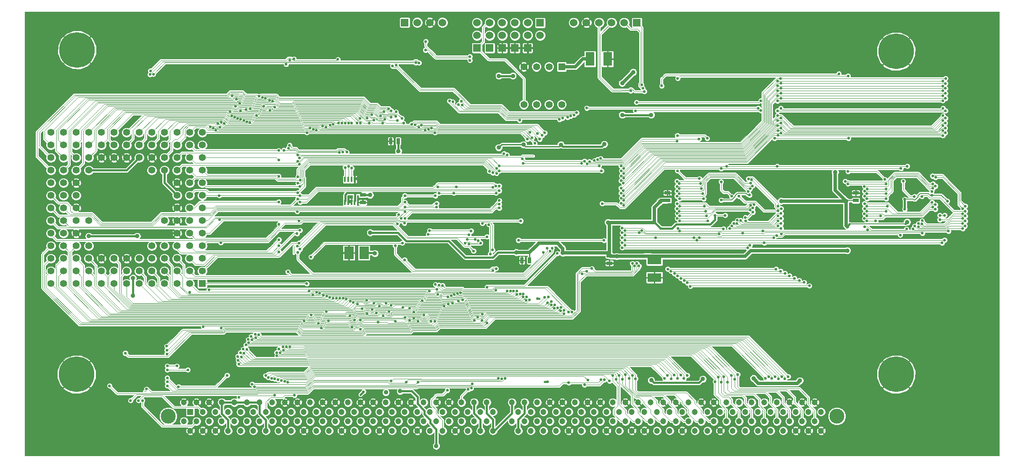
<source format=gbl>
G04 (created by PCBNEW (2013-07-07 BZR 4022)-stable) date 2015-08-26 18:09:02*
%MOIN*%
G04 Gerber Fmt 3.4, Leading zero omitted, Abs format*
%FSLAX34Y34*%
G01*
G70*
G90*
G04 APERTURE LIST*
%ADD10C,0.00590551*%
%ADD11C,0.055*%
%ADD12R,0.055X0.055*%
%ADD13R,0.045X0.025*%
%ADD14R,0.025X0.045*%
%ADD15R,0.06X0.06*%
%ADD16C,0.06*%
%ADD17R,0.0768X0.0984*%
%ADD18C,0.0472441*%
%ADD19R,0.0472441X0.0472441*%
%ADD20C,0.11811*%
%ADD21R,0.0161X0.0402*%
%ADD22C,0.28189*%
%ADD23R,0.11X0.07*%
%ADD24R,0.07X0.11*%
%ADD25C,0.0216535*%
%ADD26C,0.0354331*%
%ADD27C,0.00393701*%
%ADD28C,0.015*%
%ADD29C,0.0275591*%
%ADD30C,0.00787402*%
%ADD31C,0.00984252*%
%ADD32C,0.0025*%
G04 APERTURE END LIST*
G54D10*
G54D11*
X26702Y-20728D03*
X25702Y-20728D03*
X24702Y-20728D03*
X26702Y-21728D03*
X25702Y-21728D03*
X24702Y-21728D03*
X26702Y-22728D03*
X25702Y-22728D03*
X24702Y-22728D03*
X26702Y-23728D03*
X25702Y-23728D03*
X24702Y-23728D03*
X26702Y-24728D03*
X25702Y-24728D03*
X24702Y-24728D03*
X26702Y-25728D03*
X25702Y-25728D03*
X24702Y-25728D03*
X26702Y-26728D03*
X25702Y-26728D03*
X24702Y-26728D03*
X26702Y-27728D03*
X25702Y-27728D03*
X24702Y-27728D03*
X26702Y-28728D03*
X25702Y-28728D03*
X24702Y-28728D03*
X26702Y-29728D03*
X25702Y-29728D03*
X24702Y-29728D03*
X26702Y-30728D03*
X25702Y-30728D03*
X24702Y-30728D03*
X23702Y-30728D03*
X22702Y-30728D03*
X21702Y-30728D03*
X20702Y-30728D03*
X19702Y-30728D03*
X18702Y-30728D03*
X17702Y-30728D03*
X16702Y-30728D03*
X15702Y-30728D03*
X14702Y-30728D03*
X26702Y-31728D03*
X25702Y-31728D03*
X24702Y-31728D03*
X23702Y-31728D03*
X22702Y-31728D03*
X21702Y-31728D03*
X20702Y-31728D03*
X19702Y-31728D03*
X18702Y-31728D03*
X17702Y-31728D03*
X16702Y-31728D03*
X15702Y-31728D03*
X14702Y-31728D03*
G54D12*
X26702Y-32728D03*
G54D11*
X25702Y-32728D03*
X24702Y-32728D03*
X23702Y-32728D03*
X22702Y-32728D03*
X21702Y-32728D03*
X20702Y-32728D03*
X19702Y-32728D03*
X18702Y-32728D03*
X17702Y-32728D03*
X16702Y-32728D03*
X15702Y-32728D03*
X14702Y-32728D03*
X23702Y-20728D03*
X22702Y-20728D03*
X21702Y-20728D03*
X20702Y-20728D03*
X19702Y-20728D03*
X18702Y-20728D03*
X17702Y-20728D03*
X16702Y-20728D03*
X15702Y-20728D03*
X14702Y-20728D03*
X23702Y-21728D03*
X22702Y-21728D03*
X21702Y-21728D03*
X20702Y-21728D03*
X19702Y-21728D03*
X18702Y-21728D03*
X17702Y-21728D03*
X16702Y-21728D03*
X15702Y-21728D03*
X14702Y-21728D03*
X23702Y-22728D03*
X22702Y-22728D03*
X21702Y-22728D03*
X20702Y-22728D03*
X19702Y-22728D03*
X18702Y-22728D03*
X17702Y-22728D03*
X16702Y-22728D03*
X15702Y-22728D03*
X14702Y-22728D03*
X16702Y-23728D03*
X15702Y-23728D03*
X14702Y-23728D03*
X16702Y-24728D03*
X15702Y-24728D03*
X14702Y-24728D03*
X16702Y-25728D03*
X15702Y-25728D03*
X14702Y-25728D03*
X16702Y-26728D03*
X15702Y-26728D03*
X14702Y-26728D03*
X16702Y-27728D03*
X15702Y-27728D03*
X14702Y-27728D03*
X16702Y-28728D03*
X15702Y-28728D03*
X14702Y-28728D03*
X16702Y-29728D03*
X15702Y-29728D03*
X14702Y-29728D03*
X23702Y-29728D03*
X23702Y-23728D03*
X17702Y-23728D03*
X17702Y-29728D03*
X22702Y-29728D03*
X22702Y-23728D03*
X23702Y-27728D03*
X17702Y-27728D03*
G54D13*
X78503Y-26126D03*
X78503Y-25526D03*
X63580Y-26120D03*
X63580Y-25520D03*
G54D14*
X42231Y-21417D03*
X41631Y-21417D03*
G54D15*
X42750Y-12000D03*
G54D16*
X43750Y-12000D03*
X44750Y-12000D03*
X45750Y-12000D03*
G54D15*
X48480Y-14020D03*
G54D16*
X48480Y-13020D03*
X48480Y-12020D03*
G54D15*
X49480Y-14020D03*
G54D16*
X49480Y-13020D03*
X49480Y-12020D03*
G54D15*
X50480Y-14020D03*
G54D16*
X50480Y-13020D03*
X50480Y-12020D03*
G54D15*
X53480Y-12020D03*
G54D16*
X53480Y-13020D03*
G54D15*
X61152Y-12012D03*
G54D16*
X60152Y-12012D03*
X59152Y-12012D03*
X58152Y-12012D03*
X57152Y-12012D03*
X56152Y-12012D03*
G54D12*
X55190Y-15510D03*
G54D11*
X54190Y-15510D03*
X53190Y-15510D03*
X52190Y-15510D03*
X52190Y-18510D03*
X53190Y-18510D03*
X54190Y-18510D03*
X55190Y-18510D03*
G54D17*
X39520Y-30280D03*
X38320Y-30280D03*
G54D15*
X51480Y-14020D03*
G54D16*
X51480Y-13020D03*
X51480Y-12020D03*
G54D15*
X52490Y-14020D03*
G54D16*
X52490Y-13020D03*
X52490Y-12020D03*
G54D18*
X51750Y-44400D03*
X51750Y-42900D03*
X51250Y-43650D03*
X51250Y-42150D03*
X52250Y-42150D03*
X52250Y-43650D03*
X52750Y-42900D03*
X52750Y-44400D03*
X54750Y-44400D03*
X54750Y-42900D03*
X54250Y-43650D03*
X54250Y-42150D03*
X53250Y-42150D03*
X53250Y-43650D03*
X53750Y-42900D03*
X53750Y-44400D03*
X57750Y-44400D03*
X57750Y-42900D03*
X57250Y-43650D03*
X57250Y-42150D03*
X58250Y-42150D03*
X58250Y-43650D03*
X58750Y-42900D03*
X58750Y-44400D03*
X56750Y-44400D03*
X56750Y-42900D03*
X56250Y-43650D03*
X56250Y-42150D03*
X55250Y-42150D03*
X55250Y-43650D03*
X55750Y-42900D03*
X55750Y-44400D03*
X63750Y-44400D03*
X63750Y-42900D03*
X63250Y-43650D03*
X63250Y-42150D03*
X64250Y-42150D03*
X64250Y-43650D03*
X64750Y-42900D03*
X64750Y-44400D03*
X66750Y-44400D03*
X66750Y-42900D03*
X66250Y-43650D03*
X66250Y-42150D03*
X65250Y-42150D03*
X65250Y-43650D03*
X65750Y-42900D03*
X65750Y-44400D03*
X61750Y-44400D03*
X61750Y-42900D03*
X61250Y-43650D03*
X61250Y-42150D03*
X62250Y-42150D03*
X62250Y-43650D03*
X62750Y-42900D03*
X62750Y-44400D03*
X60750Y-44400D03*
X60750Y-42900D03*
X60250Y-43650D03*
X60250Y-42150D03*
X59250Y-42150D03*
X59250Y-43650D03*
X59750Y-42900D03*
X59750Y-44400D03*
X68750Y-44400D03*
X68750Y-42900D03*
X68250Y-43650D03*
X68250Y-42150D03*
X69250Y-42150D03*
X69250Y-43650D03*
X69750Y-42900D03*
X69750Y-44400D03*
X71750Y-44400D03*
X71750Y-42900D03*
X71250Y-43650D03*
X71250Y-42150D03*
X70250Y-42150D03*
X70250Y-43650D03*
X70750Y-42900D03*
X70750Y-44400D03*
X74750Y-44400D03*
X74750Y-42900D03*
X74250Y-43650D03*
X74250Y-42150D03*
X75250Y-42150D03*
X75250Y-43650D03*
X75750Y-42900D03*
X75750Y-44400D03*
X73750Y-44400D03*
X73750Y-42900D03*
X73250Y-43650D03*
X73250Y-42150D03*
X72250Y-42150D03*
X72250Y-43650D03*
X72750Y-42900D03*
X72750Y-44400D03*
X67750Y-44400D03*
X67750Y-42900D03*
X67250Y-43650D03*
X67250Y-42150D03*
X41250Y-42150D03*
X41250Y-43650D03*
X41750Y-42900D03*
X41750Y-44400D03*
X46750Y-44400D03*
X46750Y-42900D03*
X46250Y-43650D03*
X46250Y-42150D03*
X47250Y-42150D03*
X47250Y-43650D03*
X47750Y-42900D03*
X47750Y-44400D03*
X49750Y-44400D03*
X49750Y-42900D03*
X49250Y-43650D03*
X49250Y-42150D03*
X48250Y-42150D03*
X48250Y-43650D03*
X48750Y-42900D03*
X48750Y-44400D03*
X44750Y-44400D03*
X44750Y-42900D03*
X44250Y-43650D03*
X44250Y-42150D03*
X45250Y-42150D03*
X45250Y-43650D03*
X45750Y-42900D03*
X45750Y-44400D03*
X43750Y-44400D03*
X43750Y-42900D03*
X43250Y-43650D03*
X43250Y-42150D03*
X42250Y-42150D03*
X42250Y-43650D03*
X42750Y-42900D03*
X42750Y-44400D03*
X33750Y-44400D03*
X33750Y-42900D03*
X33250Y-43650D03*
X33250Y-42150D03*
X34250Y-42150D03*
X34250Y-43650D03*
X34750Y-42900D03*
X34750Y-44400D03*
X36750Y-44400D03*
X36750Y-42900D03*
X36250Y-43650D03*
X36250Y-42150D03*
X35250Y-42150D03*
X35250Y-43650D03*
X35750Y-42900D03*
X35750Y-44400D03*
X39750Y-44400D03*
X39750Y-42900D03*
X39250Y-43650D03*
X39250Y-42150D03*
X40250Y-42150D03*
X40250Y-43650D03*
X40750Y-42900D03*
X40750Y-44400D03*
X38750Y-44400D03*
X38750Y-42900D03*
X38250Y-43650D03*
X38250Y-42150D03*
X37250Y-42150D03*
X37250Y-43650D03*
X37750Y-42900D03*
X37750Y-44400D03*
X29750Y-44400D03*
X29750Y-42900D03*
X29250Y-43650D03*
X29250Y-42150D03*
X30250Y-42150D03*
X30250Y-43650D03*
X30750Y-42900D03*
X30750Y-44400D03*
X32750Y-44400D03*
X32750Y-42900D03*
X32250Y-43650D03*
X32250Y-42150D03*
X31250Y-42150D03*
X31250Y-43650D03*
X31750Y-42900D03*
X31750Y-44400D03*
X27750Y-44400D03*
X27750Y-42900D03*
X27250Y-43650D03*
X27250Y-42150D03*
X28250Y-42150D03*
X28250Y-43650D03*
X28750Y-42900D03*
X28750Y-44400D03*
X26750Y-44400D03*
X26750Y-42900D03*
X26250Y-43650D03*
X26250Y-42150D03*
X25250Y-42150D03*
X25250Y-43650D03*
G54D19*
X25750Y-42900D03*
G54D18*
X25750Y-44400D03*
G54D20*
X77000Y-43250D03*
X24000Y-43250D03*
G54D13*
X39424Y-26291D03*
X39424Y-25691D03*
X58968Y-30498D03*
X58968Y-31098D03*
G54D14*
X52649Y-30870D03*
X52049Y-30870D03*
G54D21*
X38016Y-24454D03*
X38272Y-24454D03*
X38528Y-24454D03*
X38784Y-24454D03*
X38784Y-26266D03*
X38528Y-26266D03*
X38272Y-26266D03*
X38016Y-26266D03*
G54D22*
X81697Y-39928D03*
X81697Y-14294D03*
X16772Y-14175D03*
X16737Y-39928D03*
G54D23*
X62545Y-32235D03*
X62545Y-30835D03*
G54D24*
X58825Y-14895D03*
X57425Y-14895D03*
G54D25*
X53280Y-33920D03*
X54080Y-40500D03*
X39480Y-41300D03*
G54D26*
X41260Y-41360D03*
X21204Y-33675D03*
X21203Y-32284D03*
X50200Y-21920D03*
X76865Y-23882D03*
X59990Y-16814D03*
X60858Y-15932D03*
X50211Y-16236D03*
X51323Y-16236D03*
X72594Y-26177D03*
X77823Y-30097D03*
X66380Y-40295D03*
X62295Y-40395D03*
X70400Y-40250D03*
X74070Y-40420D03*
X82572Y-27832D03*
X59999Y-19332D03*
X62280Y-19332D03*
X40019Y-28679D03*
X40002Y-25692D03*
X58869Y-27867D03*
X59558Y-30555D03*
X51591Y-30249D03*
X55278Y-30294D03*
X58568Y-21654D03*
X55130Y-21704D03*
X52164Y-21686D03*
G54D25*
X52646Y-30249D03*
X77824Y-28206D03*
G54D26*
X77733Y-26177D03*
G54D25*
X85758Y-26180D03*
X84528Y-25704D03*
X70086Y-25694D03*
X67836Y-26094D03*
X82380Y-26020D03*
X82380Y-26820D03*
X67350Y-27297D03*
X68151Y-27297D03*
X63034Y-28330D03*
G54D26*
X62990Y-26215D03*
X42377Y-41252D03*
X45250Y-45610D03*
X40380Y-30324D03*
X42250Y-22217D03*
X21533Y-28958D03*
X17702Y-28960D03*
G54D25*
X45384Y-25060D03*
X44710Y-33320D03*
X46830Y-25062D03*
X35169Y-33327D03*
X49722Y-25068D03*
X46640Y-25540D03*
X49992Y-25540D03*
X45472Y-25540D03*
X45370Y-33595D03*
X35486Y-33610D03*
X35892Y-35874D03*
X55382Y-34847D03*
X41994Y-35700D03*
X36531Y-34947D03*
X54124Y-33782D03*
X41670Y-34443D03*
X54630Y-34398D03*
X38394Y-35272D03*
X41502Y-34953D03*
X38775Y-35604D03*
X55130Y-34622D03*
X41049Y-35268D03*
X54066Y-34234D03*
X39382Y-34699D03*
X40747Y-34524D03*
X54600Y-34672D03*
X40512Y-35030D03*
X52634Y-34013D03*
X40293Y-34277D03*
X41279Y-34281D03*
X54381Y-34160D03*
X42593Y-34610D03*
X40176Y-34776D03*
X52130Y-33791D03*
X44148Y-34082D03*
X39744Y-34035D03*
X53836Y-33820D03*
X45859Y-34516D03*
X39002Y-34358D03*
X44847Y-35717D03*
X36147Y-36249D03*
X48000Y-28550D03*
X44712Y-28500D03*
X52376Y-34032D03*
X46190Y-34354D03*
X38676Y-34197D03*
X46534Y-34272D03*
X52390Y-33774D03*
X38430Y-34124D03*
X47006Y-34106D03*
X52148Y-33534D03*
X38115Y-33960D03*
X47344Y-34026D03*
X51891Y-33552D03*
X37854Y-33888D03*
X37589Y-33881D03*
X37323Y-33881D03*
X37065Y-33873D03*
X46174Y-33766D03*
X51624Y-33582D03*
X36816Y-33798D03*
X46432Y-33688D03*
X51638Y-33320D03*
X36568Y-33716D03*
X46678Y-33594D03*
X51380Y-33321D03*
X36316Y-33652D03*
X36706Y-35688D03*
X44285Y-35222D03*
X47830Y-28850D03*
X44610Y-28800D03*
X23927Y-39258D03*
X24687Y-39254D03*
X46928Y-33514D03*
X51120Y-33318D03*
X36012Y-33480D03*
X23927Y-39569D03*
X25560Y-39573D03*
X25700Y-33402D03*
X47175Y-33438D03*
X50862Y-33326D03*
X35763Y-33396D03*
X38574Y-36186D03*
X55370Y-35103D03*
X43818Y-35709D03*
X39246Y-35613D03*
X55110Y-34880D03*
X43461Y-35465D03*
X54862Y-34652D03*
X43462Y-34968D03*
X39777Y-35118D03*
X40621Y-35784D03*
X48546Y-35375D03*
X43148Y-35636D03*
X48898Y-35134D03*
X34784Y-35678D03*
X42777Y-35415D03*
X35342Y-35198D03*
X54364Y-34420D03*
X43137Y-34674D03*
X82530Y-28388D03*
X79218Y-28218D03*
X64392Y-28330D03*
X68012Y-28370D03*
X66069Y-21234D03*
X58272Y-22792D03*
X77890Y-16248D03*
X64386Y-16436D03*
X83044Y-28388D03*
X68502Y-28340D03*
X72585Y-28340D03*
X57780Y-22956D03*
X72548Y-16436D03*
X85624Y-16436D03*
X86986Y-28344D03*
X60084Y-25344D03*
X85596Y-19978D03*
X72570Y-19978D03*
X59904Y-25540D03*
X85408Y-20182D03*
X72318Y-20174D03*
X60088Y-25738D03*
X85590Y-20380D03*
X72580Y-20370D03*
X59908Y-25936D03*
X85410Y-20570D03*
X72320Y-20580D03*
X60090Y-26128D03*
X85590Y-20760D03*
X72586Y-20776D03*
X59910Y-26332D03*
X85410Y-20970D03*
X72330Y-20956D03*
X80814Y-24459D03*
X64360Y-23765D03*
X66111Y-24387D03*
X77880Y-23818D03*
X64366Y-20980D03*
X66725Y-21190D03*
X64348Y-21404D03*
X58024Y-22870D03*
X72072Y-21190D03*
X77932Y-21190D03*
X87170Y-26966D03*
X83736Y-25796D03*
X69242Y-25785D03*
X72325Y-26960D03*
X59910Y-24166D03*
X85400Y-17816D03*
X72304Y-17816D03*
X84820Y-24292D03*
X86976Y-26770D03*
X72590Y-26765D03*
X70247Y-24490D03*
X60090Y-24360D03*
X72562Y-18012D03*
X85604Y-18012D03*
X87172Y-26574D03*
X84588Y-24180D03*
X72325Y-26570D03*
X69997Y-24410D03*
X59902Y-24562D03*
X85408Y-19390D03*
X72304Y-19390D03*
X87166Y-28148D03*
X83166Y-28160D03*
X68677Y-28145D03*
X72325Y-28145D03*
X57390Y-23038D03*
X85408Y-16640D03*
X72304Y-16632D03*
X82584Y-23396D03*
X72270Y-23400D03*
X68270Y-23405D03*
X60090Y-26520D03*
X58406Y-26366D03*
X82076Y-23576D03*
X82260Y-24592D03*
X83145Y-25799D03*
X67828Y-23578D03*
X67828Y-24638D03*
X68655Y-25788D03*
X83466Y-28220D03*
X68822Y-27930D03*
X72585Y-27950D03*
X57190Y-23208D03*
X72556Y-16828D03*
X85610Y-16836D03*
X86984Y-27952D03*
X87168Y-27754D03*
X83460Y-27960D03*
X69082Y-27945D03*
X72325Y-27750D03*
X59904Y-23380D03*
X85400Y-17032D03*
X72304Y-17024D03*
X83722Y-27982D03*
X69112Y-27690D03*
X72585Y-27555D03*
X60090Y-23574D03*
X72562Y-17228D03*
X85610Y-17228D03*
X86982Y-27558D03*
X87170Y-27360D03*
X83758Y-27728D03*
X69372Y-27705D03*
X72325Y-27355D03*
X59910Y-23770D03*
X85400Y-17424D03*
X72304Y-17424D03*
X69772Y-27745D03*
X72585Y-27160D03*
X60090Y-23970D03*
X72556Y-17620D03*
X85610Y-17620D03*
X85170Y-27650D03*
X86978Y-27164D03*
X60082Y-24756D03*
X85604Y-19586D03*
X72562Y-19586D03*
X59904Y-25150D03*
X85408Y-19782D03*
X72310Y-19782D03*
X32610Y-38460D03*
X41478Y-18831D03*
X31194Y-17860D03*
X67350Y-40500D03*
X31576Y-18630D03*
X32595Y-38201D03*
X41674Y-19522D03*
X67600Y-40150D03*
X29750Y-19000D03*
X32190Y-40230D03*
X41006Y-19992D03*
X60550Y-40250D03*
X40828Y-19408D03*
X32450Y-40290D03*
X29388Y-18090D03*
X60250Y-39950D03*
X32700Y-40350D03*
X30165Y-18920D03*
X40317Y-19755D03*
X60000Y-40300D03*
X32960Y-40410D03*
X29668Y-18418D03*
X40144Y-19324D03*
X59750Y-40000D03*
X33220Y-40470D03*
X31015Y-19375D03*
X39948Y-19990D03*
X59500Y-40300D03*
X33480Y-40530D03*
X30515Y-18840D03*
X39778Y-19568D03*
X59250Y-40000D03*
X28900Y-19080D03*
X30160Y-37590D03*
X71348Y-40250D03*
X39210Y-19608D03*
X29030Y-19420D03*
X30355Y-37415D03*
X71604Y-40100D03*
X39220Y-19990D03*
X71850Y-40258D03*
X30345Y-37155D03*
X29270Y-19510D03*
X38960Y-19990D03*
X72116Y-40096D03*
X30620Y-37190D03*
X29510Y-19600D03*
X38550Y-19990D03*
X32858Y-38222D03*
X31462Y-17934D03*
X41676Y-19011D03*
X67850Y-40550D03*
X72372Y-40264D03*
X30585Y-36915D03*
X29750Y-19690D03*
X38290Y-19980D03*
X72628Y-40100D03*
X30930Y-37020D03*
X29990Y-19780D03*
X38030Y-19980D03*
X30900Y-36750D03*
X30230Y-19870D03*
X72878Y-40264D03*
X37760Y-19980D03*
X73140Y-40096D03*
X31170Y-36775D03*
X30480Y-19940D03*
X37500Y-19990D03*
X53841Y-20754D03*
X43293Y-20067D03*
X28440Y-20020D03*
X30230Y-37950D03*
X65140Y-40000D03*
X37070Y-20070D03*
X53649Y-20946D03*
X43560Y-20129D03*
X28190Y-19920D03*
X64884Y-40250D03*
X29950Y-37920D03*
X36820Y-20150D03*
X53452Y-21256D03*
X28110Y-20310D03*
X64628Y-39970D03*
X30010Y-38240D03*
X43860Y-20310D03*
X36500Y-20310D03*
X53256Y-20808D03*
X64372Y-40260D03*
X27940Y-20010D03*
X29730Y-38210D03*
X44062Y-20142D03*
X36250Y-20220D03*
X53060Y-21591D03*
X27760Y-20560D03*
X29790Y-38540D03*
X64116Y-39980D03*
X44370Y-20560D03*
X35750Y-20550D03*
X52853Y-21146D03*
X27570Y-20380D03*
X63860Y-40270D03*
X29510Y-38510D03*
X44620Y-20480D03*
X35500Y-20470D03*
X32784Y-37911D03*
X31704Y-18018D03*
X42057Y-19089D03*
X68050Y-40100D03*
X52668Y-20706D03*
X27330Y-20270D03*
X29545Y-38815D03*
X44860Y-20390D03*
X35250Y-20390D03*
X63580Y-40000D03*
X52470Y-21250D03*
X45140Y-20730D03*
X34990Y-20730D03*
X29590Y-39120D03*
X63348Y-40260D03*
X33134Y-38018D03*
X32030Y-18175D03*
X42525Y-19611D03*
X68350Y-40550D03*
X33118Y-37760D03*
X32075Y-18970D03*
X42665Y-19989D03*
X68650Y-40000D03*
X33374Y-37760D03*
X32280Y-18250D03*
X42027Y-19443D03*
X68900Y-40300D03*
X33630Y-37758D03*
X32450Y-18725D03*
X42174Y-19776D03*
X69150Y-39950D03*
X41114Y-19084D03*
X29058Y-17818D03*
X31720Y-40020D03*
X61040Y-40270D03*
X31930Y-40170D03*
X29340Y-18650D03*
X41175Y-19686D03*
X60800Y-40000D03*
X64530Y-27750D03*
X66766Y-27754D03*
X64530Y-27360D03*
X66682Y-27360D03*
X70186Y-26508D03*
X64340Y-26766D03*
X70443Y-26435D03*
X64341Y-26373D03*
X69984Y-25400D03*
X64336Y-25782D03*
X70131Y-25188D03*
X64335Y-25389D03*
X64338Y-24996D03*
X70313Y-24971D03*
X70181Y-24741D03*
X64330Y-24602D03*
X79380Y-27753D03*
X80082Y-27756D03*
X79382Y-27360D03*
X80478Y-27360D03*
X79384Y-26968D03*
X80892Y-26968D03*
X79382Y-26572D03*
X80992Y-26572D03*
X64516Y-26970D03*
X66600Y-26964D03*
X79386Y-25983D03*
X80906Y-25983D03*
X79386Y-25589D03*
X80910Y-25583D03*
X79387Y-25196D03*
X80915Y-25196D03*
X77877Y-24804D03*
X80906Y-24804D03*
X79178Y-27557D03*
X84800Y-26820D03*
X74822Y-32890D03*
X65384Y-32934D03*
X79184Y-27163D03*
X84600Y-26640D03*
X65142Y-32648D03*
X74404Y-32626D03*
X79188Y-26769D03*
X84800Y-26460D03*
X64890Y-32476D03*
X74026Y-32476D03*
X79188Y-26376D03*
X84540Y-26280D03*
X73650Y-32296D03*
X64636Y-32296D03*
X79188Y-25791D03*
X84528Y-25406D03*
X64366Y-32100D03*
X73246Y-32116D03*
X79188Y-25395D03*
X84603Y-25151D03*
X64120Y-31920D03*
X72890Y-31900D03*
X64520Y-26570D03*
X66517Y-26568D03*
X84814Y-24980D03*
X79185Y-25000D03*
X63850Y-31740D03*
X72540Y-31740D03*
X77664Y-24606D03*
X84618Y-24801D03*
X63600Y-31570D03*
X72170Y-31570D03*
X64521Y-25980D03*
X66438Y-25980D03*
X64518Y-25590D03*
X66356Y-25590D03*
X64518Y-25185D03*
X66276Y-25192D03*
X64515Y-24795D03*
X66201Y-24795D03*
X64347Y-27555D03*
X70128Y-26895D03*
X70332Y-26724D03*
X64342Y-27160D03*
X45185Y-32795D03*
X49955Y-33260D03*
X45184Y-25750D03*
X42760Y-25750D03*
X45460Y-32830D03*
X55750Y-34970D03*
X45265Y-26655D03*
X42754Y-26658D03*
X45740Y-32865D03*
X56010Y-34985D03*
X45280Y-26380D03*
X42755Y-26253D03*
X24819Y-40896D03*
X28671Y-40000D03*
X51950Y-27750D03*
X34380Y-27750D03*
X51770Y-29280D03*
X58550Y-29290D03*
X32424Y-41573D03*
X29610Y-41750D03*
X32775Y-29250D03*
X34215Y-28755D03*
X28168Y-29463D03*
X30836Y-40902D03*
X57256Y-40380D03*
X34450Y-28495D03*
G54D26*
X17414Y-42404D03*
X31005Y-38052D03*
X22086Y-39888D03*
X30690Y-39573D03*
X23340Y-36876D03*
X21018Y-37668D03*
G54D25*
X70737Y-27576D03*
X70674Y-26754D03*
X70080Y-26040D03*
X67480Y-28080D03*
X67680Y-30160D03*
X83120Y-23700D03*
X33560Y-36700D03*
X44400Y-41400D03*
G54D26*
X63100Y-36260D03*
G54D25*
X63100Y-30140D03*
X56580Y-29740D03*
X54820Y-26520D03*
G54D26*
X50040Y-17980D03*
G54D25*
X49420Y-15840D03*
X42920Y-12920D03*
X46860Y-29480D03*
G54D26*
X45960Y-36560D03*
X59680Y-36260D03*
X48680Y-36560D03*
X37100Y-29860D03*
X35400Y-28040D03*
X31740Y-29760D03*
X32160Y-31240D03*
X32180Y-28080D03*
G54D25*
X32180Y-27180D03*
X32200Y-25940D03*
G54D26*
X32200Y-24680D03*
X32180Y-23740D03*
G54D25*
X38420Y-25800D03*
G54D26*
X37180Y-25800D03*
X77193Y-28134D03*
X75803Y-24087D03*
X81176Y-22874D03*
X86160Y-35310D03*
G54D25*
X66804Y-25562D03*
G54D26*
X71100Y-22660D03*
G54D25*
X66978Y-24588D03*
X62883Y-24570D03*
G54D26*
X57600Y-24960D03*
X56098Y-13066D03*
X51430Y-17600D03*
X53280Y-17630D03*
X58815Y-13425D03*
X77175Y-15624D03*
X82719Y-19866D03*
X75376Y-19908D03*
X77539Y-19978D03*
X66795Y-19860D03*
X64660Y-17120D03*
X65925Y-17114D03*
X52353Y-26516D03*
G54D25*
X51300Y-26526D03*
X51423Y-28527D03*
G54D26*
X60134Y-31221D03*
G54D25*
X52475Y-29696D03*
G54D26*
X58839Y-24951D03*
X58798Y-26920D03*
X75810Y-22918D03*
G54D25*
X77364Y-23802D03*
G54D26*
X77358Y-22923D03*
G54D25*
X77366Y-24230D03*
X84309Y-27753D03*
X85089Y-26949D03*
X81771Y-24528D03*
G54D26*
X81375Y-25776D03*
G54D25*
X81172Y-23842D03*
G54D26*
X19611Y-38277D03*
X18354Y-28588D03*
G54D25*
X19562Y-24201D03*
G54D26*
X23570Y-28750D03*
X19049Y-27315D03*
X22599Y-26285D03*
X19724Y-29759D03*
G54D25*
X36252Y-30713D03*
X34860Y-30762D03*
X40847Y-30747D03*
X44385Y-28235D03*
X45766Y-28234D03*
X44300Y-28804D03*
X67528Y-37940D03*
G54D26*
X71440Y-36400D03*
X67360Y-36400D03*
X75000Y-38780D03*
X50320Y-32640D03*
X50740Y-31180D03*
G54D25*
X51560Y-29720D03*
G54D26*
X45640Y-18960D03*
X40680Y-26220D03*
G54D25*
X55720Y-31580D03*
X58640Y-31540D03*
G54D26*
X63020Y-27840D03*
X60860Y-26840D03*
X61980Y-19920D03*
X62860Y-19900D03*
X59660Y-19920D03*
X55700Y-20540D03*
X57420Y-21140D03*
X49680Y-21920D03*
X51100Y-21180D03*
X49040Y-26040D03*
X45300Y-24020D03*
X44360Y-26180D03*
X46000Y-26080D03*
X39580Y-24320D03*
X83040Y-42820D03*
X13410Y-24230D03*
G54D25*
X66090Y-29079D03*
X62645Y-29085D03*
X71996Y-29086D03*
X65654Y-29078D03*
X59980Y-29084D03*
X42740Y-30840D03*
X49990Y-31530D03*
X42732Y-27918D03*
X48093Y-40680D03*
X22284Y-41088D03*
X23928Y-40203D03*
X41679Y-40446D03*
X50162Y-40240D03*
X23928Y-40516D03*
X42867Y-40541D03*
X50433Y-40278D03*
X23926Y-40834D03*
X43794Y-40536D03*
X50694Y-40254D03*
X48200Y-30130D03*
X34445Y-29995D03*
X32775Y-30205D03*
X56386Y-19162D03*
X42064Y-15364D03*
X56176Y-19342D03*
X41782Y-15452D03*
X33966Y-14886D03*
X33615Y-21731D03*
X38160Y-22293D03*
X38543Y-23558D03*
X22593Y-15837D03*
X37448Y-14924D03*
X61145Y-31120D03*
X56804Y-31942D03*
X61629Y-17229D03*
X21651Y-42006D03*
X50616Y-22412D03*
X34280Y-22500D03*
X38290Y-23420D03*
X37827Y-22266D03*
X33525Y-21974D03*
X33627Y-14976D03*
X43884Y-15198D03*
X22554Y-16122D03*
X44400Y-14176D03*
X47910Y-15000D03*
X33348Y-15309D03*
X33173Y-22148D03*
X37571Y-22325D03*
X38025Y-23520D03*
X43623Y-15183D03*
X22820Y-16100D03*
X44416Y-13504D03*
X47910Y-14700D03*
X56998Y-40757D03*
X57000Y-23000D03*
X52076Y-22802D03*
X58580Y-40360D03*
X34278Y-22998D03*
X58156Y-23386D03*
X34416Y-23250D03*
X50248Y-23378D03*
X23886Y-37686D03*
X60805Y-31120D03*
X60660Y-17429D03*
X57586Y-31522D03*
X23895Y-38313D03*
X49270Y-35830D03*
X49275Y-33010D03*
X54850Y-30325D03*
X20600Y-38250D03*
X61315Y-31320D03*
X61737Y-17469D03*
X23890Y-37998D03*
X60976Y-31320D03*
X61527Y-16944D03*
X57186Y-31752D03*
X58350Y-23770D03*
X50248Y-23770D03*
X34456Y-24502D03*
X32775Y-28000D03*
X28053Y-25730D03*
X49968Y-24966D03*
X34448Y-25744D03*
X49414Y-28036D03*
X49532Y-30366D03*
X21966Y-42009D03*
X45134Y-35716D03*
X48760Y-29502D03*
X47820Y-29576D03*
X26780Y-36160D03*
X54426Y-29918D03*
X33498Y-31788D03*
X54040Y-29916D03*
X54256Y-30136D03*
X53740Y-30258D03*
X34278Y-30250D03*
X50238Y-26722D03*
X42760Y-27550D03*
X42560Y-29498D03*
X34006Y-41578D03*
X35319Y-30603D03*
X34986Y-32726D03*
X49734Y-23916D03*
X34452Y-25000D03*
X32765Y-24201D03*
X50032Y-23970D03*
X34278Y-24750D03*
X58980Y-40460D03*
X30646Y-40706D03*
X32760Y-22910D03*
X49748Y-31680D03*
X41993Y-29708D03*
X42274Y-27252D03*
X50028Y-23574D03*
X34278Y-24240D03*
X47778Y-41121D03*
X50248Y-26128D03*
X34230Y-27000D03*
X34450Y-26248D03*
X50244Y-25344D03*
X32765Y-26245D03*
X34416Y-22752D03*
X50860Y-22504D03*
X32755Y-22160D03*
X28065Y-27654D03*
X42764Y-27006D03*
X70980Y-18200D03*
X61120Y-18340D03*
X85394Y-18208D03*
X72296Y-18214D03*
X63108Y-17027D03*
X77166Y-16074D03*
X70980Y-18980D03*
X61040Y-19000D03*
X85610Y-18998D03*
X72296Y-18998D03*
X49470Y-23806D03*
X34282Y-25498D03*
X47019Y-18516D03*
X55256Y-19594D03*
X46556Y-18288D03*
X55012Y-19684D03*
X55656Y-19512D03*
X47292Y-18544D03*
X47223Y-18234D03*
X55896Y-19412D03*
X69940Y-29870D03*
X69744Y-27472D03*
X70344Y-27050D03*
X59986Y-29872D03*
X70116Y-29674D03*
X60196Y-29676D03*
X71246Y-29478D03*
X85342Y-29482D03*
X59982Y-29482D03*
X85544Y-27304D03*
X85170Y-27306D03*
X65912Y-29282D03*
X85540Y-29272D03*
X60192Y-29278D03*
X48338Y-29212D03*
X47710Y-29228D03*
X46130Y-41193D03*
X21018Y-42006D03*
X48024Y-41022D03*
X49270Y-29002D03*
X34250Y-29754D03*
X32775Y-29715D03*
X28215Y-36250D03*
X48858Y-35636D03*
X55748Y-40580D03*
X58310Y-40360D03*
X56780Y-23170D03*
X52150Y-23180D03*
X46302Y-18226D03*
X51860Y-19760D03*
X19350Y-40836D03*
X70776Y-18796D03*
X57178Y-18788D03*
X72556Y-18796D03*
X85414Y-18796D03*
X49714Y-30058D03*
X48902Y-27930D03*
X34376Y-29502D03*
X50242Y-26428D03*
X42165Y-27963D03*
X42484Y-27562D03*
X45315Y-33165D03*
X47538Y-29511D03*
X27237Y-33222D03*
X48586Y-29308D03*
X82022Y-28866D03*
X72240Y-28900D03*
X60190Y-28890D03*
X67674Y-28793D03*
X61340Y-28690D03*
X59980Y-28690D03*
X83782Y-28728D03*
X72588Y-28766D03*
X69542Y-28716D03*
X61520Y-28500D03*
X60200Y-28500D03*
X64539Y-28544D03*
X79452Y-28432D03*
X71140Y-28560D03*
X59980Y-28300D03*
X85840Y-28560D03*
X50242Y-24976D03*
X34258Y-26002D03*
X48270Y-35655D03*
X39230Y-36348D03*
G54D27*
X52946Y-22586D02*
X52048Y-22586D01*
X22282Y-41258D02*
X22092Y-41258D01*
X33960Y-29760D02*
X33960Y-30320D01*
G54D28*
X53280Y-33920D02*
X53400Y-33920D01*
X54080Y-40500D02*
X53820Y-40500D01*
X39250Y-41530D02*
X39480Y-41300D01*
G54D29*
X57425Y-14895D02*
X56875Y-14895D01*
X56260Y-15510D02*
X55190Y-15510D01*
X56875Y-14895D02*
X56260Y-15510D01*
X62545Y-30835D02*
X62245Y-30535D01*
X61730Y-30535D02*
X61730Y-30555D01*
X62245Y-30535D02*
X61730Y-30535D01*
G54D28*
X75130Y-30120D02*
X75130Y-30097D01*
X75945Y-30120D02*
X75130Y-30120D01*
X21203Y-32284D02*
X21203Y-33674D01*
X21203Y-33674D02*
X21204Y-33675D01*
G54D30*
X82380Y-26020D02*
X83060Y-26020D01*
X83106Y-26066D02*
X83209Y-26066D01*
X83060Y-26020D02*
X83106Y-26066D01*
G54D28*
X38799Y-26151D02*
X38799Y-25621D01*
X38799Y-25621D02*
X38900Y-25520D01*
X39424Y-25691D02*
X39253Y-25520D01*
X38031Y-25669D02*
X38031Y-26151D01*
X38180Y-25520D02*
X38031Y-25669D01*
X39253Y-25520D02*
X38900Y-25520D01*
X38900Y-25520D02*
X38180Y-25520D01*
X63034Y-28330D02*
X63950Y-28330D01*
X63950Y-28330D02*
X64260Y-28020D01*
G54D31*
X52164Y-21686D02*
X50434Y-21686D01*
X50434Y-21686D02*
X50200Y-21920D01*
G54D29*
X76865Y-23882D02*
X76865Y-25309D01*
X76865Y-25309D02*
X77733Y-26177D01*
X55278Y-30294D02*
X55278Y-29934D01*
X53364Y-29526D02*
X53364Y-29531D01*
X54870Y-29526D02*
X53364Y-29526D01*
X55278Y-29934D02*
X54870Y-29526D01*
X59990Y-16800D02*
X59990Y-16814D01*
X60858Y-15932D02*
X59990Y-16800D01*
G54D28*
X40019Y-28679D02*
X42217Y-28679D01*
X46221Y-29337D02*
X47530Y-30646D01*
X42875Y-29337D02*
X46221Y-29337D01*
X42217Y-28679D02*
X42875Y-29337D01*
X51323Y-16236D02*
X50211Y-16236D01*
G54D29*
X72594Y-26177D02*
X77733Y-26177D01*
X59558Y-30555D02*
X61730Y-30555D01*
X61730Y-30555D02*
X69725Y-30555D01*
X70182Y-30097D02*
X69725Y-30555D01*
X70182Y-30097D02*
X75130Y-30097D01*
X75130Y-30097D02*
X77823Y-30097D01*
G54D28*
X62490Y-40590D02*
X62295Y-40395D01*
X66085Y-40590D02*
X62490Y-40590D01*
X66380Y-40295D02*
X66085Y-40590D01*
G54D29*
X70784Y-40634D02*
X70400Y-40250D01*
X73856Y-40634D02*
X70784Y-40634D01*
X74070Y-40420D02*
X73856Y-40634D01*
G54D28*
X77824Y-28206D02*
X77987Y-27984D01*
G54D30*
X77987Y-27984D02*
X82420Y-27984D01*
G54D28*
X82420Y-27984D02*
X82572Y-27832D01*
X67350Y-27640D02*
X67350Y-27297D01*
X66970Y-28020D02*
X67350Y-27640D01*
X64260Y-28020D02*
X66970Y-28020D01*
G54D29*
X62530Y-27867D02*
X62530Y-26675D01*
X62530Y-26675D02*
X62990Y-26215D01*
X58869Y-27867D02*
X62530Y-27867D01*
G54D28*
X62530Y-27867D02*
X62571Y-27867D01*
X62571Y-27867D02*
X63034Y-28330D01*
X59999Y-19332D02*
X62280Y-19332D01*
X50146Y-30249D02*
X49749Y-30646D01*
X51591Y-30249D02*
X50146Y-30249D01*
X49749Y-30646D02*
X47530Y-30646D01*
X39425Y-25692D02*
X39424Y-25691D01*
X40002Y-25692D02*
X39425Y-25692D01*
G54D29*
X58968Y-30498D02*
X58968Y-27966D01*
G54D28*
X58968Y-27966D02*
X58869Y-27867D01*
G54D29*
X55278Y-30294D02*
X58764Y-30294D01*
X59025Y-30555D02*
X59558Y-30555D01*
X58764Y-30294D02*
X59025Y-30555D01*
X52646Y-30249D02*
X51591Y-30249D01*
X53364Y-29531D02*
X53364Y-29531D01*
X53364Y-29531D02*
X52646Y-30249D01*
G54D28*
X55130Y-21704D02*
X55266Y-21840D01*
X58382Y-21840D02*
X58568Y-21654D01*
X55266Y-21840D02*
X58382Y-21840D01*
G54D31*
X54995Y-21839D02*
X55130Y-21704D01*
X52317Y-21839D02*
X54995Y-21839D01*
X52164Y-21686D02*
X52317Y-21839D01*
X52649Y-30252D02*
X52649Y-30870D01*
X52646Y-30249D02*
X52649Y-30252D01*
G54D29*
X77734Y-28116D02*
X77733Y-26177D01*
X77824Y-28206D02*
X77734Y-28116D01*
G54D30*
X77784Y-26126D02*
X78503Y-26126D01*
G54D28*
X77733Y-26177D02*
X77784Y-26126D01*
G54D30*
X85758Y-26180D02*
X85282Y-25704D01*
X85282Y-25704D02*
X84528Y-25704D01*
X84387Y-25704D02*
X84528Y-25704D01*
X84249Y-25566D02*
X84387Y-25704D01*
X83619Y-25566D02*
X84249Y-25566D01*
X83439Y-25746D02*
X83619Y-25566D01*
X83439Y-25836D02*
X83439Y-25746D01*
X83209Y-26066D02*
X83439Y-25836D01*
X69948Y-25694D02*
X70086Y-25694D01*
X69808Y-25554D02*
X69948Y-25694D01*
X69124Y-25554D02*
X69808Y-25554D01*
X68946Y-25732D02*
X69124Y-25554D01*
X68946Y-25824D02*
X68946Y-25732D01*
X68676Y-26094D02*
X68946Y-25824D01*
X67836Y-26094D02*
X68676Y-26094D01*
G54D28*
X82380Y-26820D02*
X82380Y-26020D01*
G54D27*
X67350Y-27297D02*
X68151Y-27297D01*
G54D29*
X63085Y-26120D02*
X63580Y-26120D01*
X62990Y-26215D02*
X63085Y-26120D01*
G54D28*
X44300Y-42800D02*
X43760Y-42260D01*
X43760Y-41720D02*
X43292Y-41252D01*
X43760Y-42260D02*
X43760Y-41720D01*
X42377Y-41252D02*
X43292Y-41252D01*
X45250Y-44280D02*
X45250Y-45610D01*
X44760Y-43790D02*
X45250Y-44280D01*
X44760Y-43530D02*
X44760Y-43790D01*
X44300Y-43070D02*
X44760Y-43530D01*
X44300Y-42800D02*
X44300Y-43070D01*
X39520Y-30280D02*
X40336Y-30280D01*
X40336Y-30280D02*
X40380Y-30324D01*
X42231Y-21417D02*
X42231Y-22198D01*
X42231Y-22198D02*
X42250Y-22217D01*
X17702Y-28960D02*
X21531Y-28960D01*
X21531Y-28960D02*
X21533Y-28958D01*
X17702Y-23728D02*
X20702Y-23728D01*
X20702Y-23728D02*
X21702Y-22728D01*
X28250Y-42150D02*
X29250Y-42150D01*
X29250Y-42150D02*
X30250Y-42150D01*
X30250Y-42150D02*
X31250Y-42150D01*
X31250Y-42150D02*
X31250Y-43030D01*
X31750Y-43530D02*
X31750Y-44400D01*
X31250Y-43030D02*
X31750Y-43530D01*
X28250Y-42150D02*
X28250Y-43030D01*
X28250Y-43030D02*
X28750Y-43530D01*
X28750Y-43530D02*
X28750Y-44400D01*
X48250Y-42150D02*
X48250Y-43010D01*
X48750Y-43510D02*
X48750Y-44400D01*
X48250Y-43010D02*
X48750Y-43510D01*
X49250Y-42150D02*
X49250Y-43020D01*
X49750Y-43520D02*
X49750Y-44400D01*
X49250Y-43020D02*
X49750Y-43520D01*
X51250Y-42150D02*
X51250Y-43000D01*
X49850Y-44400D02*
X49750Y-44400D01*
X51250Y-43000D02*
X49850Y-44400D01*
X52250Y-42150D02*
X52250Y-43000D01*
X51750Y-43500D02*
X51750Y-44400D01*
X52250Y-43000D02*
X51750Y-43500D01*
X24702Y-25728D02*
X23702Y-24728D01*
X23702Y-24728D02*
X23702Y-23728D01*
G54D27*
X46830Y-25060D02*
X45384Y-25060D01*
X44710Y-33320D02*
X44617Y-33227D01*
X35268Y-33227D02*
X35169Y-33327D01*
X44617Y-33227D02*
X35268Y-33227D01*
X46830Y-25060D02*
X46830Y-25062D01*
X35169Y-33327D02*
X35103Y-33393D01*
X26367Y-33393D02*
X25702Y-32728D01*
X35103Y-33393D02*
X26367Y-33393D01*
X49714Y-25060D02*
X49722Y-25068D01*
X46830Y-25060D02*
X49714Y-25060D01*
X45281Y-33684D02*
X45370Y-33595D01*
X44376Y-33465D02*
X44595Y-33684D01*
X45472Y-25540D02*
X46640Y-25540D01*
X46640Y-25540D02*
X49992Y-25540D01*
X35524Y-33648D02*
X35486Y-33610D01*
X36264Y-33465D02*
X44376Y-33465D01*
X36081Y-33648D02*
X36264Y-33465D01*
X35524Y-33648D02*
X36081Y-33648D01*
X44595Y-33684D02*
X45281Y-33684D01*
X35486Y-33610D02*
X35406Y-33690D01*
X35406Y-33690D02*
X25044Y-33690D01*
X23702Y-30728D02*
X24290Y-31315D01*
X24290Y-32936D02*
X25044Y-33690D01*
X24290Y-31315D02*
X24290Y-32936D01*
X48613Y-35205D02*
X48250Y-35205D01*
X55382Y-34847D02*
X55101Y-35127D01*
X55101Y-35127D02*
X49256Y-35127D01*
X42767Y-35778D02*
X42072Y-35778D01*
X43395Y-35643D02*
X43217Y-35465D01*
X49256Y-35127D02*
X49002Y-35382D01*
X49002Y-35382D02*
X48790Y-35382D01*
X48790Y-35382D02*
X48613Y-35205D01*
X45396Y-35505D02*
X45265Y-35374D01*
X45265Y-35374D02*
X44723Y-35374D01*
X44723Y-35374D02*
X44461Y-35637D01*
X44461Y-35637D02*
X44105Y-35637D01*
X44105Y-35637D02*
X43925Y-35457D01*
X43925Y-35457D02*
X43715Y-35457D01*
X43715Y-35457D02*
X43529Y-35643D01*
X43529Y-35643D02*
X43395Y-35643D01*
X43217Y-35465D02*
X43080Y-35465D01*
X43080Y-35465D02*
X42767Y-35778D01*
X41994Y-35700D02*
X42072Y-35778D01*
X47950Y-35505D02*
X45396Y-35505D01*
X48250Y-35205D02*
X47950Y-35505D01*
X41994Y-35700D02*
X41901Y-35607D01*
X41901Y-35607D02*
X39492Y-35607D01*
X39492Y-35607D02*
X39492Y-35608D01*
X35892Y-35874D02*
X35836Y-35930D01*
X17722Y-35748D02*
X14702Y-32728D01*
X34491Y-35748D02*
X17722Y-35748D01*
X34673Y-35930D02*
X34491Y-35748D01*
X35836Y-35930D02*
X34673Y-35930D01*
X35938Y-35920D02*
X35892Y-35874D01*
X39492Y-35608D02*
X39316Y-35784D01*
X39316Y-35784D02*
X39064Y-35784D01*
X39064Y-35784D02*
X38913Y-35934D01*
X38913Y-35934D02*
X38469Y-35934D01*
X38469Y-35934D02*
X38306Y-36098D01*
X38306Y-36098D02*
X36467Y-36098D01*
X36467Y-36098D02*
X36289Y-35920D01*
X36289Y-35920D02*
X35938Y-35920D01*
X39492Y-35608D02*
X39492Y-35608D01*
X53505Y-34400D02*
X47909Y-34400D01*
X43913Y-34572D02*
X43683Y-34342D01*
X45657Y-34572D02*
X43913Y-34572D01*
X45773Y-34688D02*
X45657Y-34572D01*
X41670Y-34443D02*
X41770Y-34342D01*
X43683Y-34342D02*
X41770Y-34342D01*
X53505Y-34400D02*
X54124Y-33782D01*
X47622Y-34688D02*
X45773Y-34688D01*
X47909Y-34400D02*
X47622Y-34688D01*
X36531Y-34947D02*
X36440Y-34856D01*
X36440Y-34856D02*
X20275Y-34856D01*
X20275Y-34856D02*
X18277Y-32858D01*
X18277Y-32858D02*
X18277Y-31302D01*
X18277Y-31302D02*
X17702Y-30728D01*
X36531Y-34947D02*
X36623Y-34854D01*
X41581Y-34532D02*
X41670Y-34443D01*
X38949Y-34527D02*
X38621Y-34854D01*
X40400Y-34527D02*
X38949Y-34527D01*
X40581Y-34346D02*
X40400Y-34527D01*
X40818Y-34346D02*
X40581Y-34346D01*
X41004Y-34532D02*
X40818Y-34346D01*
X41004Y-34532D02*
X41581Y-34532D01*
X36623Y-34854D02*
X38621Y-34854D01*
X45603Y-35016D02*
X47754Y-35016D01*
X54630Y-34398D02*
X54304Y-34723D01*
X45603Y-35016D02*
X45483Y-34896D01*
X45483Y-34896D02*
X43756Y-34896D01*
X43756Y-34896D02*
X43555Y-34695D01*
X43555Y-34695D02*
X43371Y-34695D01*
X43371Y-34695D02*
X43206Y-34860D01*
X43206Y-34860D02*
X41595Y-34860D01*
X41502Y-34953D02*
X41595Y-34860D01*
X48046Y-34723D02*
X54304Y-34723D01*
X47754Y-35016D02*
X48046Y-34723D01*
X36320Y-35356D02*
X38310Y-35356D01*
X16702Y-31728D02*
X17142Y-32167D01*
X17142Y-32973D02*
X17142Y-32167D01*
X19353Y-35184D02*
X17142Y-32973D01*
X34992Y-35184D02*
X19353Y-35184D01*
X35176Y-35368D02*
X34992Y-35184D01*
X35414Y-35368D02*
X35176Y-35368D01*
X35605Y-35176D02*
X35414Y-35368D01*
X36140Y-35176D02*
X35605Y-35176D01*
X36320Y-35356D02*
X36140Y-35176D01*
X38310Y-35356D02*
X38394Y-35272D01*
X38756Y-35184D02*
X38908Y-35032D01*
X38756Y-35184D02*
X38491Y-35184D01*
X38394Y-35272D02*
X38491Y-35184D01*
X41408Y-34859D02*
X41502Y-34953D01*
X39692Y-34854D02*
X39514Y-35032D01*
X39900Y-34854D02*
X39692Y-34854D01*
X40074Y-35028D02*
X39900Y-34854D01*
X40276Y-35028D02*
X40074Y-35028D01*
X40444Y-34859D02*
X40276Y-35028D01*
X41408Y-34859D02*
X40444Y-34859D01*
X39514Y-35032D02*
X38908Y-35032D01*
X45499Y-35260D02*
X47850Y-35260D01*
X41822Y-35216D02*
X44041Y-35216D01*
X41675Y-35363D02*
X41144Y-35363D01*
X41049Y-35268D02*
X41144Y-35363D01*
X45499Y-35260D02*
X45371Y-35132D01*
X45371Y-35132D02*
X44617Y-35132D01*
X44617Y-35132D02*
X44356Y-35394D01*
X44356Y-35394D02*
X44219Y-35394D01*
X44219Y-35394D02*
X44041Y-35216D01*
X41675Y-35363D02*
X41822Y-35216D01*
X48146Y-34964D02*
X54788Y-34964D01*
X47850Y-35260D02*
X48146Y-34964D01*
X55130Y-34622D02*
X54788Y-34964D01*
X39034Y-35364D02*
X40952Y-35364D01*
X40952Y-35364D02*
X41049Y-35268D01*
X38775Y-35604D02*
X38795Y-35604D01*
X39034Y-35364D02*
X38795Y-35604D01*
X38382Y-35678D02*
X38701Y-35678D01*
X38701Y-35678D02*
X38775Y-35604D01*
X15702Y-32728D02*
X18482Y-35508D01*
X34852Y-35508D02*
X18482Y-35508D01*
X35035Y-35691D02*
X34852Y-35508D01*
X35571Y-35691D02*
X35035Y-35691D01*
X35765Y-35496D02*
X35571Y-35691D01*
X35997Y-35496D02*
X35765Y-35496D01*
X36180Y-35679D02*
X35997Y-35496D01*
X36411Y-35679D02*
X36180Y-35679D01*
X36590Y-35858D02*
X36411Y-35679D01*
X38202Y-35858D02*
X36590Y-35858D01*
X38382Y-35678D02*
X38202Y-35858D01*
X45717Y-34773D02*
X47652Y-34773D01*
X54066Y-34234D02*
X53815Y-34485D01*
X41776Y-34612D02*
X40835Y-34612D01*
X40835Y-34612D02*
X40747Y-34524D01*
X41964Y-34424D02*
X41776Y-34612D01*
X43649Y-34424D02*
X41964Y-34424D01*
X43877Y-34652D02*
X43649Y-34424D01*
X45596Y-34652D02*
X43877Y-34652D01*
X45717Y-34773D02*
X45596Y-34652D01*
X47940Y-34485D02*
X53815Y-34485D01*
X47652Y-34773D02*
X47940Y-34485D01*
X39473Y-34608D02*
X40663Y-34608D01*
X39382Y-34699D02*
X39473Y-34608D01*
X40663Y-34608D02*
X40747Y-34524D01*
X39382Y-34699D02*
X38893Y-34699D01*
X18149Y-32174D02*
X17702Y-31728D01*
X38893Y-34699D02*
X38655Y-34937D01*
X38655Y-34937D02*
X38145Y-34937D01*
X38145Y-34937D02*
X37967Y-35115D01*
X37967Y-35115D02*
X36438Y-35115D01*
X36438Y-35115D02*
X36259Y-34936D01*
X36259Y-34936D02*
X20217Y-34936D01*
X20217Y-34936D02*
X18149Y-32868D01*
X18149Y-32868D02*
X18149Y-32174D01*
X48082Y-34802D02*
X54469Y-34802D01*
X47789Y-35096D02*
X48082Y-34802D01*
X43715Y-34974D02*
X43535Y-34794D01*
X43535Y-34794D02*
X43398Y-34794D01*
X43398Y-34794D02*
X43253Y-34938D01*
X43253Y-34938D02*
X41755Y-34938D01*
X41755Y-34938D02*
X41572Y-35122D01*
X41572Y-35122D02*
X41430Y-35122D01*
X41430Y-35122D02*
X41245Y-34937D01*
X41245Y-34937D02*
X40604Y-34937D01*
X40604Y-34937D02*
X40512Y-35030D01*
X45566Y-35096D02*
X45444Y-34974D01*
X45444Y-34974D02*
X43715Y-34974D01*
X45566Y-35096D02*
X47789Y-35096D01*
X54469Y-34802D02*
X54600Y-34672D01*
X39546Y-35112D02*
X38942Y-35112D01*
X40512Y-35030D02*
X40434Y-35108D01*
X39724Y-34934D02*
X39546Y-35112D01*
X39864Y-34934D02*
X39724Y-34934D01*
X40038Y-35108D02*
X39864Y-34934D01*
X40434Y-35108D02*
X40038Y-35108D01*
X36104Y-35256D02*
X36288Y-35440D01*
X36288Y-35440D02*
X38474Y-35440D01*
X38474Y-35440D02*
X38651Y-35262D01*
X16702Y-32728D02*
X19238Y-35264D01*
X34956Y-35264D02*
X19238Y-35264D01*
X35140Y-35448D02*
X34956Y-35264D01*
X35448Y-35448D02*
X35140Y-35448D01*
X35639Y-35256D02*
X35448Y-35448D01*
X36104Y-35256D02*
X35639Y-35256D01*
X38791Y-35262D02*
X38651Y-35262D01*
X38940Y-35113D02*
X38791Y-35262D01*
X52404Y-34242D02*
X47837Y-34242D01*
X45933Y-34346D02*
X46114Y-34527D01*
X45720Y-34410D02*
X45784Y-34346D01*
X45784Y-34346D02*
X45933Y-34346D01*
X41374Y-34185D02*
X43769Y-34185D01*
X43769Y-34185D02*
X43994Y-34410D01*
X41279Y-34281D02*
X41374Y-34185D01*
X43994Y-34410D02*
X45720Y-34410D01*
X52634Y-34013D02*
X52404Y-34242D01*
X52404Y-34242D02*
X52404Y-34242D01*
X47553Y-34527D02*
X46114Y-34527D01*
X47837Y-34242D02*
X47553Y-34527D01*
X39598Y-34364D02*
X40206Y-34364D01*
X18702Y-31728D02*
X19161Y-32186D01*
X38421Y-34691D02*
X20912Y-34691D01*
X38926Y-34186D02*
X38421Y-34691D01*
X39420Y-34186D02*
X38926Y-34186D01*
X39598Y-34364D02*
X39420Y-34186D01*
X19161Y-32940D02*
X20912Y-34691D01*
X19161Y-32940D02*
X19161Y-32186D01*
X40206Y-34364D02*
X40293Y-34277D01*
X40293Y-34277D02*
X40384Y-34185D01*
X41183Y-34185D02*
X41279Y-34281D01*
X40384Y-34185D02*
X41183Y-34185D01*
X40262Y-34694D02*
X42509Y-34694D01*
X42509Y-34694D02*
X42593Y-34610D01*
X42593Y-34610D02*
X42593Y-34608D01*
X47975Y-34566D02*
X47687Y-34854D01*
X47687Y-34854D02*
X45675Y-34854D01*
X42698Y-34502D02*
X43602Y-34502D01*
X43834Y-34734D02*
X43602Y-34502D01*
X45555Y-34734D02*
X43834Y-34734D01*
X45675Y-34854D02*
X45555Y-34734D01*
X54381Y-34160D02*
X53974Y-34566D01*
X53974Y-34566D02*
X47975Y-34566D01*
X42593Y-34608D02*
X42698Y-34502D01*
X40262Y-34694D02*
X40258Y-34694D01*
X40258Y-34694D02*
X40176Y-34776D01*
X38690Y-35018D02*
X38840Y-34868D01*
X39450Y-34868D02*
X38840Y-34868D01*
X40086Y-34686D02*
X39631Y-34686D01*
X39631Y-34686D02*
X39450Y-34868D01*
X40086Y-34686D02*
X40176Y-34776D01*
X17702Y-32728D02*
X19993Y-35019D01*
X38690Y-35018D02*
X38180Y-35018D01*
X38180Y-35018D02*
X38002Y-35196D01*
X38002Y-35196D02*
X36399Y-35196D01*
X36399Y-35196D02*
X36222Y-35019D01*
X36222Y-35019D02*
X19993Y-35019D01*
X21584Y-34440D02*
X21062Y-34440D01*
X37876Y-34440D02*
X21584Y-34440D01*
X38368Y-33948D02*
X37876Y-34440D01*
X39657Y-33948D02*
X38368Y-33948D01*
X19702Y-30728D02*
X20130Y-31155D01*
X20130Y-31155D02*
X20130Y-32986D01*
X39657Y-33948D02*
X39744Y-34035D01*
X20130Y-33508D02*
X20130Y-32986D01*
X21062Y-34440D02*
X20130Y-33508D01*
X51919Y-34002D02*
X47733Y-34002D01*
X45693Y-34100D02*
X45622Y-34171D01*
X45622Y-34171D02*
X44237Y-34171D01*
X46782Y-34278D02*
X46604Y-34100D01*
X46604Y-34100D02*
X45693Y-34100D01*
X44237Y-34171D02*
X44237Y-34171D01*
X44148Y-34082D02*
X44237Y-34171D01*
X52130Y-33791D02*
X51919Y-34002D01*
X47457Y-34278D02*
X46782Y-34278D01*
X47733Y-34002D02*
X47457Y-34278D01*
X44148Y-34082D02*
X44014Y-33948D01*
X39831Y-33948D02*
X39744Y-34035D01*
X44014Y-33948D02*
X39831Y-33948D01*
X45951Y-34608D02*
X47587Y-34608D01*
X53836Y-33820D02*
X53334Y-34321D01*
X45951Y-34608D02*
X45859Y-34516D01*
X47873Y-34321D02*
X53334Y-34321D01*
X47587Y-34608D02*
X47873Y-34321D01*
X43957Y-34492D02*
X45835Y-34492D01*
X39092Y-34448D02*
X40364Y-34448D01*
X40364Y-34448D02*
X40546Y-34266D01*
X40546Y-34266D02*
X40852Y-34266D01*
X40852Y-34266D02*
X41038Y-34452D01*
X41038Y-34452D02*
X41348Y-34452D01*
X41348Y-34452D02*
X41535Y-34264D01*
X41535Y-34264D02*
X43729Y-34264D01*
X43729Y-34264D02*
X43957Y-34492D01*
X39002Y-34358D02*
X39092Y-34448D01*
X45835Y-34492D02*
X45859Y-34516D01*
X18702Y-32728D02*
X20750Y-34776D01*
X20750Y-34776D02*
X38584Y-34776D01*
X38584Y-34776D02*
X39002Y-34358D01*
X39174Y-36036D02*
X39035Y-36174D01*
X44675Y-35889D02*
X43133Y-35889D01*
X43133Y-35889D02*
X42986Y-36036D01*
X42986Y-36036D02*
X39174Y-36036D01*
X44847Y-35717D02*
X44675Y-35889D01*
X38833Y-36174D02*
X38651Y-36357D01*
X39035Y-36174D02*
X38833Y-36174D01*
X38651Y-36357D02*
X36255Y-36357D01*
X36255Y-36357D02*
X36147Y-36249D01*
X36147Y-36249D02*
X36106Y-36208D01*
X36106Y-36208D02*
X34603Y-36207D01*
X34603Y-36207D02*
X34387Y-35991D01*
X34387Y-35991D02*
X16965Y-35991D01*
X16965Y-35991D02*
X14049Y-33075D01*
X14049Y-33075D02*
X14049Y-30382D01*
X14049Y-30382D02*
X14702Y-29728D01*
X48000Y-28550D02*
X47950Y-28500D01*
X47950Y-28500D02*
X44712Y-28500D01*
X46282Y-34446D02*
X47519Y-34446D01*
X46190Y-34354D02*
X46282Y-34446D01*
X52376Y-34032D02*
X52244Y-34164D01*
X47801Y-34164D02*
X52244Y-34164D01*
X47519Y-34446D02*
X47801Y-34164D01*
X46099Y-34263D02*
X45754Y-34263D01*
X38766Y-34106D02*
X39458Y-34106D01*
X39458Y-34106D02*
X39636Y-34284D01*
X39636Y-34284D02*
X39848Y-34284D01*
X39848Y-34284D02*
X40026Y-34106D01*
X40026Y-34106D02*
X43808Y-34106D01*
X43808Y-34106D02*
X44033Y-34331D01*
X38676Y-34197D02*
X38766Y-34106D01*
X46099Y-34263D02*
X46190Y-34354D01*
X45686Y-34331D02*
X44033Y-34331D01*
X45754Y-34263D02*
X45686Y-34331D01*
X38676Y-34197D02*
X38267Y-34606D01*
X38267Y-34606D02*
X20956Y-34606D01*
X19702Y-31728D02*
X19275Y-32156D01*
X19275Y-32925D02*
X20956Y-34606D01*
X19275Y-32156D02*
X19275Y-32925D01*
X21497Y-34523D02*
X21009Y-34523D01*
X38031Y-34523D02*
X21497Y-34523D01*
X38430Y-34124D02*
X38031Y-34523D01*
X19702Y-33216D02*
X19702Y-32728D01*
X21009Y-34523D02*
X19702Y-33216D01*
X46621Y-34359D02*
X47491Y-34359D01*
X46534Y-34272D02*
X46621Y-34359D01*
X52390Y-33774D02*
X52081Y-34083D01*
X47767Y-34083D02*
X52081Y-34083D01*
X47491Y-34359D02*
X47767Y-34083D01*
X44078Y-34250D02*
X45655Y-34250D01*
X43856Y-34028D02*
X39988Y-34028D01*
X39988Y-34028D02*
X39813Y-34203D01*
X39813Y-34203D02*
X39673Y-34203D01*
X39673Y-34203D02*
X39498Y-34028D01*
X39498Y-34028D02*
X38526Y-34028D01*
X38430Y-34124D02*
X38526Y-34028D01*
X44078Y-34250D02*
X43856Y-34028D01*
X46446Y-34184D02*
X46534Y-34272D01*
X45721Y-34184D02*
X46446Y-34184D01*
X45655Y-34250D02*
X45721Y-34184D01*
X21651Y-34356D02*
X21117Y-34356D01*
X20280Y-32151D02*
X20280Y-32985D01*
X20702Y-31728D02*
X20280Y-32151D01*
X37719Y-34356D02*
X21651Y-34356D01*
X37719Y-34356D02*
X38115Y-33960D01*
X20280Y-33519D02*
X20280Y-32985D01*
X21117Y-34356D02*
X20280Y-33519D01*
X45661Y-34020D02*
X46920Y-34020D01*
X44412Y-34089D02*
X45592Y-34089D01*
X38208Y-33867D02*
X44190Y-33867D01*
X44190Y-33867D02*
X44412Y-34089D01*
X38115Y-33960D02*
X38208Y-33867D01*
X45592Y-34089D02*
X45661Y-34020D01*
X47097Y-34197D02*
X47006Y-34106D01*
X47699Y-33921D02*
X51761Y-33921D01*
X47423Y-34197D02*
X47699Y-33921D01*
X52148Y-33534D02*
X51761Y-33921D01*
X47423Y-34197D02*
X47097Y-34197D01*
X46920Y-34020D02*
X47006Y-34106D01*
X22249Y-34275D02*
X21189Y-34275D01*
X37467Y-34275D02*
X22249Y-34275D01*
X37854Y-33888D02*
X37467Y-34275D01*
X20702Y-33788D02*
X20702Y-32728D01*
X21189Y-34275D02*
X20702Y-33788D01*
X47344Y-34026D02*
X47254Y-33936D01*
X44453Y-34008D02*
X45561Y-34008D01*
X44231Y-33786D02*
X44453Y-34008D01*
X37956Y-33786D02*
X44231Y-33786D01*
X37854Y-33888D02*
X37956Y-33786D01*
X45561Y-34008D02*
X45633Y-33936D01*
X51603Y-33840D02*
X51601Y-33840D01*
X47530Y-33840D02*
X51601Y-33840D01*
X51891Y-33552D02*
X51603Y-33840D01*
X47344Y-34026D02*
X47530Y-33840D01*
X47254Y-33936D02*
X45633Y-33936D01*
X37589Y-33881D02*
X37279Y-34191D01*
X37279Y-34191D02*
X23165Y-34191D01*
X21702Y-32728D02*
X23165Y-34191D01*
X37323Y-33881D02*
X37102Y-34102D01*
X37102Y-34102D02*
X23525Y-34102D01*
X22183Y-32208D02*
X21702Y-31728D01*
X22183Y-32760D02*
X22183Y-32208D01*
X23525Y-34102D02*
X22183Y-32760D01*
X37065Y-33873D02*
X36918Y-34020D01*
X36918Y-34020D02*
X23994Y-34020D01*
X22702Y-32728D02*
X23994Y-34020D01*
X51624Y-33582D02*
X51447Y-33759D01*
X45738Y-33719D02*
X46127Y-33719D01*
X44271Y-33704D02*
X44497Y-33930D01*
X36910Y-33704D02*
X44271Y-33704D01*
X44497Y-33930D02*
X45527Y-33930D01*
X45527Y-33930D02*
X45738Y-33719D01*
X36816Y-33798D02*
X36910Y-33704D01*
X47346Y-33858D02*
X47445Y-33759D01*
X47445Y-33759D02*
X51447Y-33759D01*
X47346Y-33858D02*
X46266Y-33858D01*
X46174Y-33766D02*
X46266Y-33858D01*
X46127Y-33719D02*
X46174Y-33766D01*
X36816Y-33798D02*
X36675Y-33939D01*
X36675Y-33939D02*
X24269Y-33939D01*
X22702Y-31728D02*
X23250Y-32275D01*
X23250Y-32920D02*
X24269Y-33939D01*
X23250Y-32275D02*
X23250Y-32920D01*
X51638Y-33320D02*
X51280Y-33678D01*
X45757Y-33573D02*
X46317Y-33573D01*
X45485Y-33846D02*
X44527Y-33846D01*
X45757Y-33573D02*
X45485Y-33846D01*
X36660Y-33623D02*
X44304Y-33623D01*
X44304Y-33623D02*
X44527Y-33846D01*
X36568Y-33716D02*
X36660Y-33623D01*
X46317Y-33573D02*
X46432Y-33688D01*
X46432Y-33688D02*
X46518Y-33774D01*
X46518Y-33774D02*
X47316Y-33774D01*
X47538Y-33678D02*
X47412Y-33678D01*
X47412Y-33678D02*
X47316Y-33774D01*
X51280Y-33678D02*
X47538Y-33678D01*
X46425Y-33681D02*
X46432Y-33688D01*
X36568Y-33716D02*
X36426Y-33858D01*
X36426Y-33858D02*
X24832Y-33858D01*
X24832Y-33858D02*
X23702Y-32728D01*
X51380Y-33321D02*
X51107Y-33594D01*
X44565Y-33767D02*
X45442Y-33767D01*
X36316Y-33652D02*
X36423Y-33544D01*
X36423Y-33544D02*
X44342Y-33544D01*
X44342Y-33544D02*
X44565Y-33767D01*
X45442Y-33767D02*
X45715Y-33494D01*
X45715Y-33494D02*
X46578Y-33494D01*
X46578Y-33494D02*
X46678Y-33594D01*
X47285Y-33690D02*
X46774Y-33690D01*
X46774Y-33690D02*
X46678Y-33594D01*
X47285Y-33690D02*
X47381Y-33594D01*
X47381Y-33594D02*
X51107Y-33594D01*
X24976Y-33778D02*
X24138Y-32940D01*
X24138Y-32163D02*
X24138Y-32940D01*
X23702Y-31728D02*
X24138Y-32163D01*
X36190Y-33778D02*
X24976Y-33778D01*
X36316Y-33652D02*
X36190Y-33778D01*
X38539Y-35598D02*
X36795Y-35598D01*
X36795Y-35598D02*
X36706Y-35688D01*
X44199Y-35136D02*
X41787Y-35136D01*
X38715Y-35422D02*
X38539Y-35598D01*
X38861Y-35422D02*
X38715Y-35422D01*
X38998Y-35286D02*
X38861Y-35422D01*
X40608Y-35286D02*
X38998Y-35286D01*
X40795Y-35098D02*
X40608Y-35286D01*
X41178Y-35098D02*
X40795Y-35098D01*
X41363Y-35283D02*
X41178Y-35098D01*
X41640Y-35283D02*
X41363Y-35283D01*
X44285Y-35222D02*
X44199Y-35136D01*
X41787Y-35136D02*
X41640Y-35283D01*
X36618Y-35600D02*
X36706Y-35688D01*
X16140Y-30165D02*
X15702Y-29728D01*
X16140Y-32952D02*
X16140Y-30165D01*
X18616Y-35428D02*
X16140Y-32952D01*
X34884Y-35428D02*
X18616Y-35428D01*
X35066Y-35610D02*
X34884Y-35428D01*
X35533Y-35610D02*
X35066Y-35610D01*
X35727Y-35416D02*
X35533Y-35610D01*
X36033Y-35416D02*
X35727Y-35416D01*
X36217Y-35600D02*
X36033Y-35416D01*
X36618Y-35600D02*
X36217Y-35600D01*
X47830Y-28850D02*
X47780Y-28800D01*
X47780Y-28800D02*
X44610Y-28800D01*
X23927Y-39258D02*
X24683Y-39258D01*
X24683Y-39258D02*
X24687Y-39254D01*
X51120Y-33318D02*
X50924Y-33514D01*
X45284Y-33416D02*
X46830Y-33416D01*
X36012Y-33480D02*
X36105Y-33386D01*
X44412Y-33386D02*
X44609Y-33583D01*
X36105Y-33386D02*
X44412Y-33386D01*
X45117Y-33583D02*
X45284Y-33416D01*
X44609Y-33583D02*
X45117Y-33583D01*
X46830Y-33416D02*
X46928Y-33514D01*
X35692Y-33564D02*
X35552Y-33424D01*
X25583Y-33609D02*
X24702Y-32728D01*
X35247Y-33609D02*
X25583Y-33609D01*
X35552Y-33424D02*
X35432Y-33424D01*
X35432Y-33424D02*
X35247Y-33609D01*
X36012Y-33480D02*
X35928Y-33564D01*
X35928Y-33564D02*
X35692Y-33564D01*
X47250Y-33606D02*
X47020Y-33606D01*
X47342Y-33514D02*
X47250Y-33606D01*
X47342Y-33514D02*
X50924Y-33514D01*
X47020Y-33606D02*
X46928Y-33514D01*
X23927Y-39569D02*
X25556Y-39569D01*
X25556Y-39569D02*
X25560Y-39573D01*
X25700Y-33402D02*
X25700Y-33528D01*
X25700Y-33528D02*
X25698Y-33530D01*
X50862Y-33326D02*
X50756Y-33432D01*
X45243Y-33336D02*
X47073Y-33336D01*
X44649Y-33496D02*
X44461Y-33308D01*
X44461Y-33308D02*
X35851Y-33308D01*
X35763Y-33396D02*
X35851Y-33308D01*
X45084Y-33496D02*
X45243Y-33336D01*
X45084Y-33496D02*
X44649Y-33496D01*
X47073Y-33336D02*
X47175Y-33438D01*
X35763Y-33396D02*
X35672Y-33305D01*
X25140Y-32165D02*
X25140Y-33030D01*
X25140Y-33030D02*
X25640Y-33530D01*
X25140Y-32165D02*
X24702Y-31728D01*
X35209Y-33530D02*
X25698Y-33530D01*
X25698Y-33530D02*
X25640Y-33530D01*
X35672Y-33305D02*
X35433Y-33305D01*
X35433Y-33305D02*
X35433Y-33306D01*
X35433Y-33306D02*
X35209Y-33530D01*
X35209Y-33530D02*
X35209Y-33530D01*
X47175Y-33438D02*
X47175Y-33432D01*
X47175Y-33432D02*
X50756Y-33432D01*
X39125Y-35953D02*
X38982Y-36096D01*
X42946Y-35953D02*
X39125Y-35953D01*
X43093Y-35806D02*
X42946Y-35953D01*
X43818Y-35709D02*
X43721Y-35806D01*
X43093Y-35806D02*
X43721Y-35806D01*
X38664Y-36096D02*
X38574Y-36186D01*
X38982Y-36096D02*
X38664Y-36096D01*
X48402Y-35470D02*
X48215Y-35470D01*
X43907Y-35798D02*
X43908Y-35798D01*
X43908Y-35798D02*
X44528Y-35798D01*
X44794Y-35532D02*
X44528Y-35798D01*
X45189Y-35532D02*
X44794Y-35532D01*
X45330Y-35673D02*
X45189Y-35532D01*
X48706Y-35464D02*
X49035Y-35464D01*
X48626Y-35544D02*
X48706Y-35464D01*
X48476Y-35544D02*
X48626Y-35544D01*
X48402Y-35470D02*
X48476Y-35544D01*
X49292Y-35207D02*
X49035Y-35464D01*
X43907Y-35798D02*
X43818Y-35709D01*
X48012Y-35673D02*
X45330Y-35673D01*
X48215Y-35470D02*
X48012Y-35673D01*
X49292Y-35205D02*
X49292Y-35207D01*
X55267Y-35205D02*
X49292Y-35205D01*
X55370Y-35103D02*
X55267Y-35205D01*
X49292Y-35207D02*
X49292Y-35207D01*
X38574Y-36186D02*
X38502Y-36258D01*
X38502Y-36258D02*
X36400Y-36258D01*
X36400Y-36258D02*
X36219Y-36077D01*
X36219Y-36077D02*
X36047Y-36077D01*
X36047Y-36077D02*
X36003Y-36122D01*
X36003Y-36122D02*
X34636Y-36122D01*
X34636Y-36122D02*
X34422Y-35908D01*
X34422Y-35908D02*
X17057Y-35908D01*
X17057Y-35908D02*
X14180Y-33031D01*
X14180Y-33031D02*
X14180Y-31251D01*
X14180Y-31251D02*
X14702Y-30728D01*
X45428Y-35420D02*
X47920Y-35420D01*
X55110Y-34880D02*
X54947Y-35042D01*
X54947Y-35042D02*
X49227Y-35042D01*
X43461Y-35465D02*
X43551Y-35374D01*
X43551Y-35374D02*
X43551Y-35374D01*
X43955Y-35374D02*
X43551Y-35374D01*
X44135Y-35554D02*
X43955Y-35374D01*
X44430Y-35554D02*
X44135Y-35554D01*
X44691Y-35292D02*
X44430Y-35554D01*
X45300Y-35292D02*
X44691Y-35292D01*
X45428Y-35420D02*
X45300Y-35292D01*
X48828Y-35302D02*
X48648Y-35122D01*
X48968Y-35302D02*
X48828Y-35302D01*
X49227Y-35042D02*
X48968Y-35302D01*
X48218Y-35122D02*
X48648Y-35122D01*
X47920Y-35420D02*
X48218Y-35122D01*
X43461Y-35465D02*
X43380Y-35384D01*
X39330Y-35529D02*
X39246Y-35613D01*
X42637Y-35529D02*
X39330Y-35529D01*
X42691Y-35583D02*
X42637Y-35529D01*
X42849Y-35583D02*
X42691Y-35583D01*
X43048Y-35384D02*
X42849Y-35583D01*
X43380Y-35384D02*
X43048Y-35384D01*
X39246Y-35613D02*
X39119Y-35613D01*
X15153Y-31278D02*
X15702Y-30728D01*
X15153Y-33003D02*
X15153Y-31278D01*
X17819Y-35669D02*
X15153Y-33003D01*
X34532Y-35669D02*
X17819Y-35669D01*
X34713Y-35850D02*
X34532Y-35669D01*
X35647Y-35850D02*
X34713Y-35850D01*
X35809Y-35688D02*
X35647Y-35850D01*
X35952Y-35688D02*
X35809Y-35688D01*
X36105Y-35841D02*
X35952Y-35688D01*
X36334Y-35841D02*
X36105Y-35841D01*
X36511Y-36018D02*
X36334Y-35841D01*
X38271Y-36018D02*
X36511Y-36018D01*
X38436Y-35853D02*
X38271Y-36018D01*
X38879Y-35853D02*
X38436Y-35853D01*
X39119Y-35613D02*
X38879Y-35853D01*
X45537Y-35181D02*
X47815Y-35181D01*
X43462Y-34968D02*
X43548Y-35054D01*
X43548Y-35054D02*
X43547Y-35054D01*
X45410Y-35054D02*
X43547Y-35054D01*
X45537Y-35181D02*
X45410Y-35054D01*
X48112Y-34884D02*
X54630Y-34884D01*
X47815Y-35181D02*
X48112Y-34884D01*
X54862Y-34652D02*
X54630Y-34884D01*
X43462Y-34968D02*
X43375Y-35055D01*
X43375Y-35055D02*
X41753Y-35055D01*
X39777Y-35118D02*
X39703Y-35192D01*
X16265Y-32915D02*
X16265Y-30166D01*
X18699Y-35349D02*
X16265Y-32915D01*
X34922Y-35349D02*
X18699Y-35349D01*
X35103Y-35530D02*
X34922Y-35349D01*
X35489Y-35530D02*
X35103Y-35530D01*
X35682Y-35336D02*
X35489Y-35530D01*
X36068Y-35336D02*
X35682Y-35336D01*
X36252Y-35520D02*
X36068Y-35336D01*
X38506Y-35520D02*
X36252Y-35520D01*
X38683Y-35342D02*
X38506Y-35520D01*
X38827Y-35342D02*
X38683Y-35342D01*
X38978Y-35192D02*
X38827Y-35342D01*
X39703Y-35192D02*
X38978Y-35192D01*
X39857Y-35198D02*
X39777Y-35118D01*
X41753Y-35055D02*
X41606Y-35202D01*
X41606Y-35202D02*
X41394Y-35202D01*
X41394Y-35202D02*
X41210Y-35018D01*
X41210Y-35018D02*
X40764Y-35018D01*
X40764Y-35018D02*
X40584Y-35198D01*
X40584Y-35198D02*
X39857Y-35198D01*
X16702Y-29728D02*
X16265Y-30166D01*
X45366Y-35589D02*
X47981Y-35589D01*
X43148Y-35636D02*
X43236Y-35724D01*
X45366Y-35589D02*
X45230Y-35453D01*
X45230Y-35453D02*
X44760Y-35453D01*
X44760Y-35453D02*
X44496Y-35718D01*
X44496Y-35718D02*
X44071Y-35718D01*
X44071Y-35718D02*
X43891Y-35538D01*
X43891Y-35538D02*
X43750Y-35538D01*
X43750Y-35538D02*
X43564Y-35724D01*
X43564Y-35724D02*
X43236Y-35724D01*
X48463Y-35292D02*
X48546Y-35375D01*
X48278Y-35292D02*
X48463Y-35292D01*
X47981Y-35589D02*
X48278Y-35292D01*
X43148Y-35636D02*
X43064Y-35720D01*
X43064Y-35720D02*
X43066Y-35720D01*
X39342Y-35870D02*
X39428Y-35784D01*
X14702Y-31728D02*
X14306Y-32125D01*
X14306Y-33003D02*
X14306Y-32125D01*
X17131Y-35828D02*
X14306Y-33003D01*
X34454Y-35828D02*
X17131Y-35828D01*
X34668Y-36042D02*
X34454Y-35828D01*
X35968Y-36042D02*
X34668Y-36042D01*
X36011Y-35998D02*
X35968Y-36042D01*
X36254Y-35998D02*
X36011Y-35998D01*
X36434Y-36178D02*
X36254Y-35998D01*
X38340Y-36178D02*
X36434Y-36178D01*
X38503Y-36014D02*
X38340Y-36178D01*
X38949Y-36014D02*
X38503Y-36014D01*
X39094Y-35870D02*
X38949Y-36014D01*
X39342Y-35870D02*
X39094Y-35870D01*
X39428Y-35784D02*
X40621Y-35784D01*
X41432Y-35868D02*
X41348Y-35784D01*
X41348Y-35784D02*
X40621Y-35784D01*
X42918Y-35868D02*
X41432Y-35868D01*
X43066Y-35720D02*
X42918Y-35868D01*
X48806Y-35042D02*
X48182Y-35042D01*
X44182Y-35474D02*
X44004Y-35296D01*
X44395Y-35474D02*
X44182Y-35474D01*
X44656Y-35212D02*
X44395Y-35474D01*
X45337Y-35212D02*
X44656Y-35212D01*
X45465Y-35340D02*
X45337Y-35212D01*
X48898Y-35134D02*
X48806Y-35042D01*
X44004Y-35296D02*
X42896Y-35296D01*
X42896Y-35296D02*
X42777Y-35415D01*
X47885Y-35340D02*
X45465Y-35340D01*
X48182Y-35042D02*
X47885Y-35340D01*
X34784Y-35678D02*
X34694Y-35588D01*
X34694Y-35588D02*
X34694Y-35586D01*
X34694Y-35586D02*
X34694Y-35588D01*
X35604Y-35770D02*
X34876Y-35770D01*
X35797Y-35576D02*
X35604Y-35770D01*
X35957Y-35576D02*
X35797Y-35576D01*
X36141Y-35760D02*
X35957Y-35576D01*
X36368Y-35760D02*
X36141Y-35760D01*
X36546Y-35938D02*
X36368Y-35760D01*
X38236Y-35938D02*
X36546Y-35938D01*
X38402Y-35772D02*
X38236Y-35938D01*
X38846Y-35772D02*
X38402Y-35772D01*
X39174Y-35444D02*
X38846Y-35772D01*
X42691Y-35444D02*
X39174Y-35444D01*
X42777Y-35415D02*
X42691Y-35444D01*
X34876Y-35770D02*
X34784Y-35678D01*
X34694Y-35588D02*
X17908Y-35588D01*
X15291Y-32140D02*
X15702Y-31728D01*
X15291Y-32971D02*
X15291Y-32140D01*
X17908Y-35588D02*
X15291Y-32971D01*
X45636Y-34935D02*
X47720Y-34935D01*
X54364Y-34420D02*
X54139Y-34644D01*
X43558Y-34582D02*
X43227Y-34582D01*
X45516Y-34815D02*
X45636Y-34935D01*
X43791Y-34815D02*
X45516Y-34815D01*
X43791Y-34815D02*
X43558Y-34582D01*
X43229Y-34582D02*
X43227Y-34582D01*
X43137Y-34674D02*
X43229Y-34582D01*
X48010Y-34644D02*
X54139Y-34644D01*
X47720Y-34935D02*
X48010Y-34644D01*
X36177Y-35097D02*
X35442Y-35097D01*
X43032Y-34779D02*
X40410Y-34779D01*
X38871Y-34953D02*
X39477Y-34953D01*
X39477Y-34953D02*
X39660Y-34770D01*
X39660Y-34770D02*
X39933Y-34770D01*
X39933Y-34770D02*
X40110Y-34947D01*
X40110Y-34947D02*
X40242Y-34947D01*
X40242Y-34947D02*
X40410Y-34779D01*
X38721Y-35103D02*
X38871Y-34953D01*
X38211Y-35103D02*
X38721Y-35103D01*
X38037Y-35277D02*
X38211Y-35103D01*
X36357Y-35277D02*
X38037Y-35277D01*
X36177Y-35097D02*
X36357Y-35277D01*
X43137Y-34674D02*
X43032Y-34779D01*
X35442Y-35097D02*
X35342Y-35198D01*
X35247Y-35103D02*
X35342Y-35198D01*
X16702Y-30728D02*
X17265Y-31290D01*
X17265Y-31290D02*
X17265Y-32955D01*
X17265Y-32955D02*
X19413Y-35103D01*
X19413Y-35103D02*
X35247Y-35103D01*
X79734Y-28476D02*
X79476Y-28218D01*
X82530Y-28388D02*
X82442Y-28476D01*
X82442Y-28476D02*
X79734Y-28476D01*
X79476Y-28218D02*
X79218Y-28218D01*
X64392Y-28330D02*
X67972Y-28330D01*
X67972Y-28330D02*
X68012Y-28370D01*
X61576Y-21234D02*
X59934Y-22876D01*
X66069Y-21234D02*
X61576Y-21234D01*
X58356Y-22876D02*
X59934Y-22876D01*
X58272Y-22792D02*
X58356Y-22876D01*
X64574Y-16248D02*
X77890Y-16248D01*
X64386Y-16436D02*
X64574Y-16248D01*
X83044Y-28388D02*
X83128Y-28472D01*
X83128Y-28472D02*
X83372Y-28472D01*
X83372Y-28472D02*
X85686Y-28472D01*
X72585Y-28340D02*
X68502Y-28340D01*
X72548Y-16436D02*
X72256Y-16436D01*
X57868Y-23044D02*
X57780Y-22956D01*
X60036Y-23044D02*
X57868Y-23044D01*
X61506Y-21574D02*
X60036Y-23044D01*
X69413Y-21574D02*
X61506Y-21574D01*
X71152Y-19835D02*
X69413Y-21574D01*
X71152Y-17540D02*
X71152Y-19835D01*
X72256Y-16436D02*
X71152Y-17540D01*
X85624Y-16436D02*
X72548Y-16436D01*
X85814Y-28344D02*
X86986Y-28344D01*
X85686Y-28472D02*
X85814Y-28344D01*
X72570Y-19978D02*
X73136Y-20544D01*
X84792Y-20544D02*
X85358Y-19978D01*
X73136Y-20544D02*
X84792Y-20544D01*
X60084Y-25344D02*
X60066Y-25344D01*
X60066Y-25344D02*
X62770Y-22640D01*
X62770Y-22640D02*
X69754Y-22640D01*
X69754Y-22640D02*
X72150Y-20244D01*
X72150Y-20244D02*
X72150Y-20100D01*
X72150Y-20100D02*
X72272Y-19978D01*
X72272Y-19978D02*
X72570Y-19978D01*
X85596Y-19978D02*
X85358Y-19978D01*
X85408Y-20182D02*
X84959Y-20631D01*
X73092Y-20631D02*
X72643Y-20182D01*
X84959Y-20631D02*
X73092Y-20631D01*
X72318Y-20174D02*
X72318Y-20188D01*
X72318Y-20188D02*
X69776Y-22730D01*
X69776Y-22730D02*
X62960Y-22730D01*
X62960Y-22730D02*
X60150Y-25540D01*
X60150Y-25540D02*
X59904Y-25540D01*
X72318Y-20174D02*
X72326Y-20182D01*
X72326Y-20182D02*
X72643Y-20182D01*
X72580Y-20370D02*
X72924Y-20714D01*
X85019Y-20714D02*
X85363Y-20370D01*
X72924Y-20714D02*
X85019Y-20714D01*
X72250Y-20370D02*
X72580Y-20370D01*
X69800Y-22820D02*
X72250Y-20370D01*
X63010Y-22820D02*
X69800Y-22820D01*
X60092Y-25738D02*
X63010Y-22820D01*
X60088Y-25738D02*
X60092Y-25738D01*
X85580Y-20370D02*
X85363Y-20370D01*
X85590Y-20380D02*
X85580Y-20370D01*
X85410Y-20570D02*
X85181Y-20799D01*
X72846Y-20799D02*
X72617Y-20570D01*
X85181Y-20799D02*
X72846Y-20799D01*
X72320Y-20580D02*
X72156Y-20580D01*
X60134Y-25936D02*
X59908Y-25936D01*
X63160Y-22910D02*
X60134Y-25936D01*
X69826Y-22910D02*
X63160Y-22910D01*
X72156Y-20580D02*
X69826Y-22910D01*
X72330Y-20570D02*
X72617Y-20570D01*
X72320Y-20580D02*
X72330Y-20570D01*
X72586Y-20776D02*
X72695Y-20885D01*
X85239Y-20885D02*
X85364Y-20760D01*
X72695Y-20885D02*
X85239Y-20885D01*
X72080Y-20776D02*
X72586Y-20776D01*
X69856Y-23000D02*
X72080Y-20776D01*
X63210Y-23000D02*
X69856Y-23000D01*
X60082Y-26128D02*
X63210Y-23000D01*
X60090Y-26128D02*
X60082Y-26128D01*
X85364Y-20760D02*
X85590Y-20760D01*
X72330Y-20956D02*
X72014Y-20956D01*
X60148Y-26332D02*
X59910Y-26332D01*
X63390Y-23090D02*
X60148Y-26332D01*
X69880Y-23090D02*
X63390Y-23090D01*
X72014Y-20956D02*
X69880Y-23090D01*
X72344Y-20970D02*
X85410Y-20970D01*
X72330Y-20956D02*
X72344Y-20970D01*
X80173Y-23818D02*
X77880Y-23818D01*
X80814Y-24459D02*
X80173Y-23818D01*
X66111Y-24387D02*
X64982Y-24387D01*
X64982Y-24387D02*
X64360Y-23765D01*
X64366Y-20980D02*
X66515Y-20980D01*
X66515Y-20980D02*
X66725Y-21190D01*
X64348Y-21404D02*
X61546Y-21404D01*
X61546Y-21404D02*
X59990Y-22960D01*
X58114Y-22960D02*
X59990Y-22960D01*
X58024Y-22870D02*
X58114Y-22960D01*
X72214Y-21190D02*
X77932Y-21190D01*
X72072Y-21190D02*
X72214Y-21190D01*
X83736Y-25796D02*
X83812Y-25720D01*
X84180Y-25720D02*
X84380Y-25920D01*
X83812Y-25720D02*
X84180Y-25720D01*
X72325Y-26960D02*
X71231Y-26960D01*
X69710Y-26253D02*
X69242Y-25785D01*
X70524Y-26253D02*
X69710Y-26253D01*
X71231Y-26960D02*
X70524Y-26253D01*
X84380Y-25920D02*
X85189Y-25920D01*
X86235Y-26966D02*
X87170Y-26966D01*
X85189Y-25920D02*
X86235Y-26966D01*
X69242Y-25785D02*
X69242Y-25785D01*
X72304Y-17816D02*
X72304Y-17846D01*
X60144Y-24166D02*
X59910Y-24166D01*
X62110Y-22200D02*
X60144Y-24166D01*
X69611Y-22200D02*
X62110Y-22200D01*
X71730Y-20081D02*
X69611Y-22200D01*
X71730Y-18420D02*
X71730Y-20081D01*
X72304Y-17846D02*
X71730Y-18420D01*
X72304Y-17816D02*
X85400Y-17816D01*
X70247Y-24490D02*
X72150Y-26393D01*
X72150Y-26393D02*
X72150Y-26390D01*
X84820Y-24292D02*
X85388Y-24292D01*
X85388Y-24292D02*
X86668Y-25572D01*
X86668Y-25572D02*
X86668Y-26462D01*
X86668Y-26462D02*
X86976Y-26770D01*
X72150Y-26640D02*
X72150Y-26390D01*
X72275Y-26765D02*
X72150Y-26640D01*
X72275Y-26765D02*
X72590Y-26765D01*
X72252Y-18012D02*
X72562Y-18012D01*
X71814Y-18450D02*
X72252Y-18012D01*
X71814Y-20117D02*
X71814Y-18450D01*
X69641Y-22290D02*
X71814Y-20117D01*
X62150Y-22290D02*
X69641Y-22290D01*
X60080Y-24360D02*
X62150Y-22290D01*
X60090Y-24360D02*
X60080Y-24360D01*
X85604Y-18012D02*
X72562Y-18012D01*
X85408Y-19390D02*
X84509Y-20289D01*
X73518Y-20289D02*
X72619Y-19390D01*
X84509Y-20289D02*
X73518Y-20289D01*
X86754Y-26156D02*
X87172Y-26574D01*
X86754Y-25542D02*
X86754Y-26156D01*
X85330Y-24118D02*
X86754Y-25542D01*
X84650Y-24118D02*
X85330Y-24118D01*
X84588Y-24180D02*
X84650Y-24118D01*
X70324Y-24320D02*
X70087Y-24320D01*
X72325Y-26570D02*
X72325Y-26321D01*
X72325Y-26321D02*
X70324Y-24320D01*
X70087Y-24320D02*
X69997Y-24410D01*
X72304Y-19390D02*
X72304Y-19420D01*
X72304Y-19420D02*
X71898Y-19826D01*
X71898Y-19826D02*
X71898Y-20149D01*
X71898Y-20149D02*
X69667Y-22380D01*
X69667Y-22380D02*
X62330Y-22380D01*
X62330Y-22380D02*
X60148Y-24562D01*
X60148Y-24562D02*
X59902Y-24562D01*
X72304Y-19390D02*
X72619Y-19390D01*
X85890Y-28148D02*
X85648Y-28390D01*
X85648Y-28390D02*
X83530Y-28390D01*
X87166Y-28148D02*
X85890Y-28148D01*
X83396Y-28390D02*
X83530Y-28390D01*
X83166Y-28160D02*
X83396Y-28390D01*
X72215Y-28255D02*
X68787Y-28255D01*
X68787Y-28255D02*
X68677Y-28145D01*
X72215Y-28255D02*
X72325Y-28145D01*
X71236Y-17700D02*
X72304Y-16632D01*
X71236Y-19874D02*
X71236Y-17700D01*
X69450Y-21660D02*
X71236Y-19874D01*
X61560Y-21660D02*
X69450Y-21660D01*
X60092Y-23128D02*
X61560Y-21660D01*
X57480Y-23128D02*
X60092Y-23128D01*
X57390Y-23038D02*
X57480Y-23128D01*
X72304Y-16632D02*
X72312Y-16640D01*
X72312Y-16640D02*
X85408Y-16640D01*
X60090Y-26520D02*
X63205Y-23405D01*
X63205Y-23405D02*
X68270Y-23405D01*
X82584Y-23396D02*
X82584Y-23398D01*
X72270Y-23400D02*
X68275Y-23400D01*
X68275Y-23400D02*
X68270Y-23405D01*
X68269Y-23404D02*
X68270Y-23405D01*
X68270Y-23405D02*
X68270Y-23404D01*
X60090Y-26520D02*
X60090Y-26520D01*
X72270Y-23400D02*
X82584Y-23398D01*
X58406Y-26366D02*
X59522Y-26366D01*
X60156Y-26694D02*
X59913Y-26694D01*
X60156Y-26694D02*
X63308Y-23542D01*
X67804Y-23578D02*
X67768Y-23542D01*
X67828Y-23578D02*
X67804Y-23578D01*
X63308Y-23542D02*
X67768Y-23542D01*
X59522Y-26366D02*
X59850Y-26694D01*
X59850Y-26694D02*
X59913Y-26694D01*
X82078Y-23578D02*
X67828Y-23578D01*
X82076Y-23578D02*
X82078Y-23578D01*
X82076Y-23576D02*
X82076Y-23578D01*
X82260Y-25272D02*
X82260Y-24592D01*
X82787Y-25799D02*
X82260Y-25272D01*
X83145Y-25799D02*
X82787Y-25799D01*
X68036Y-25484D02*
X67828Y-25276D01*
X67828Y-25276D02*
X67828Y-24638D01*
X68351Y-25484D02*
X68036Y-25484D01*
X68655Y-25788D02*
X68351Y-25484D01*
X83466Y-28220D02*
X83552Y-28306D01*
X83552Y-28306D02*
X83686Y-28306D01*
X83686Y-28306D02*
X85612Y-28306D01*
X69062Y-28170D02*
X72050Y-28170D01*
X72270Y-27950D02*
X72050Y-28170D01*
X69062Y-28170D02*
X68822Y-27930D01*
X72270Y-27950D02*
X72585Y-27950D01*
X72556Y-16828D02*
X72256Y-16828D01*
X60172Y-23208D02*
X57190Y-23208D01*
X61630Y-21750D02*
X60172Y-23208D01*
X69478Y-21750D02*
X61630Y-21750D01*
X71314Y-19913D02*
X69478Y-21750D01*
X71314Y-17769D02*
X71314Y-19913D01*
X72256Y-16828D02*
X71314Y-17769D01*
X85602Y-16828D02*
X72556Y-16828D01*
X85610Y-16836D02*
X85602Y-16828D01*
X85966Y-27952D02*
X86984Y-27952D01*
X85612Y-28306D02*
X85966Y-27952D01*
X83842Y-28224D02*
X85578Y-28224D01*
X85578Y-28224D02*
X86048Y-27754D01*
X86048Y-27754D02*
X87168Y-27754D01*
X83724Y-28224D02*
X83842Y-28224D01*
X83460Y-27960D02*
X83724Y-28224D01*
X71985Y-28090D02*
X69227Y-28090D01*
X69227Y-28090D02*
X69082Y-27945D01*
X71985Y-28090D02*
X72325Y-27750D01*
X72304Y-17024D02*
X72304Y-17068D01*
X60140Y-23380D02*
X59904Y-23380D01*
X61680Y-21840D02*
X60140Y-23380D01*
X69507Y-21840D02*
X61680Y-21840D01*
X71397Y-19950D02*
X69507Y-21840D01*
X71397Y-17974D02*
X71397Y-19950D01*
X72304Y-17068D02*
X71397Y-17974D01*
X72304Y-17024D02*
X72312Y-17032D01*
X72312Y-17032D02*
X85400Y-17032D01*
X83722Y-27982D02*
X83882Y-28142D01*
X83882Y-28142D02*
X85540Y-28142D01*
X85540Y-28142D02*
X86124Y-27558D01*
X86124Y-27558D02*
X86982Y-27558D01*
X69427Y-28005D02*
X71816Y-28005D01*
X72266Y-27555D02*
X71816Y-28005D01*
X69427Y-28005D02*
X69112Y-27690D01*
X72266Y-27555D02*
X72585Y-27555D01*
X72258Y-17228D02*
X72562Y-17228D01*
X71476Y-18010D02*
X72258Y-17228D01*
X71476Y-19990D02*
X71476Y-18010D01*
X69536Y-21930D02*
X71476Y-19990D01*
X61720Y-21930D02*
X69536Y-21930D01*
X60076Y-23574D02*
X61720Y-21930D01*
X60090Y-23574D02*
X60076Y-23574D01*
X85610Y-17228D02*
X72562Y-17228D01*
X86206Y-27360D02*
X87170Y-27360D01*
X85508Y-28058D02*
X86206Y-27360D01*
X84088Y-28058D02*
X85508Y-28058D01*
X83758Y-27728D02*
X84088Y-28058D01*
X71760Y-27920D02*
X69587Y-27920D01*
X69587Y-27920D02*
X69372Y-27705D01*
X71760Y-27920D02*
X72325Y-27355D01*
X72304Y-17424D02*
X72304Y-17450D01*
X60160Y-23770D02*
X59910Y-23770D01*
X61910Y-22020D02*
X60160Y-23770D01*
X69558Y-22020D02*
X61910Y-22020D01*
X71562Y-20016D02*
X69558Y-22020D01*
X71562Y-18192D02*
X71562Y-20016D01*
X72304Y-17450D02*
X71562Y-18192D01*
X72304Y-17424D02*
X85400Y-17424D01*
X69867Y-27840D02*
X71595Y-27840D01*
X69772Y-27745D02*
X69867Y-27840D01*
X71595Y-27840D02*
X72275Y-27160D01*
X72585Y-27160D02*
X72275Y-27160D01*
X72252Y-17620D02*
X72556Y-17620D01*
X71646Y-18226D02*
X72252Y-17620D01*
X71646Y-20050D02*
X71646Y-18226D01*
X69586Y-22110D02*
X71646Y-20050D01*
X61950Y-22110D02*
X69586Y-22110D01*
X60090Y-23970D02*
X61950Y-22110D01*
X60090Y-23970D02*
X60090Y-23970D01*
X85610Y-17620D02*
X72556Y-17620D01*
X85170Y-27650D02*
X85794Y-27650D01*
X85794Y-27650D02*
X86280Y-27164D01*
X86280Y-27164D02*
X86978Y-27164D01*
X72562Y-19586D02*
X73352Y-20376D01*
X84576Y-20376D02*
X85366Y-19586D01*
X73352Y-20376D02*
X84576Y-20376D01*
X72254Y-19586D02*
X72562Y-19586D01*
X71982Y-19858D02*
X72254Y-19586D01*
X71982Y-20182D02*
X71982Y-19858D01*
X69694Y-22470D02*
X71982Y-20182D01*
X62380Y-22470D02*
X69694Y-22470D01*
X60094Y-24756D02*
X62380Y-22470D01*
X60082Y-24756D02*
X60094Y-24756D01*
X85604Y-19586D02*
X85366Y-19586D01*
X85408Y-19782D02*
X84730Y-20460D01*
X73302Y-20460D02*
X72624Y-19782D01*
X84730Y-20460D02*
X73302Y-20460D01*
X72310Y-19782D02*
X72066Y-20026D01*
X72066Y-20026D02*
X72066Y-20212D01*
X72066Y-20212D02*
X69728Y-22550D01*
X69728Y-22550D02*
X62550Y-22550D01*
X62550Y-22550D02*
X59950Y-25150D01*
X59950Y-25150D02*
X59904Y-25150D01*
X72310Y-19782D02*
X72624Y-19782D01*
X67760Y-42260D02*
X68250Y-42750D01*
X67350Y-41530D02*
X67760Y-41940D01*
X67760Y-41940D02*
X67760Y-42260D01*
X67350Y-40500D02*
X67350Y-41530D01*
X68250Y-42750D02*
X68250Y-43650D01*
X35000Y-38380D02*
X34904Y-38476D01*
X67350Y-40260D02*
X65470Y-38380D01*
X65470Y-38380D02*
X35000Y-38380D01*
X67350Y-40500D02*
X67350Y-40260D01*
X32626Y-38476D02*
X32610Y-38460D01*
X34904Y-38476D02*
X32626Y-38476D01*
X31298Y-17756D02*
X32581Y-17756D01*
X32581Y-17756D02*
X32797Y-17972D01*
X32797Y-17972D02*
X39476Y-17972D01*
X39476Y-17972D02*
X39972Y-18468D01*
X39972Y-18468D02*
X40533Y-18468D01*
X40533Y-18468D02*
X40803Y-18738D01*
X40803Y-18738D02*
X41386Y-18738D01*
X31298Y-17756D02*
X31194Y-17860D01*
X41385Y-18738D02*
X41386Y-18738D01*
X41478Y-18831D02*
X41385Y-18738D01*
X31194Y-17860D02*
X31094Y-17760D01*
X16556Y-17734D02*
X13600Y-20690D01*
X28647Y-17734D02*
X16556Y-17734D01*
X28915Y-17466D02*
X28647Y-17734D01*
X29888Y-17466D02*
X28915Y-17466D01*
X30182Y-17760D02*
X29888Y-17466D01*
X31094Y-17760D02*
X30182Y-17760D01*
X13600Y-22625D02*
X14702Y-23728D01*
X13600Y-20690D02*
X13600Y-22625D01*
X68650Y-42200D02*
X69250Y-42800D01*
X67600Y-41395D02*
X67925Y-41720D01*
X67925Y-41720D02*
X68420Y-41720D01*
X68420Y-41720D02*
X68650Y-41950D01*
X68650Y-42200D02*
X68650Y-41950D01*
X67600Y-40150D02*
X67600Y-41395D01*
X69250Y-42800D02*
X69250Y-43650D01*
X34956Y-38290D02*
X34854Y-38392D01*
X65740Y-38290D02*
X67600Y-40150D01*
X65740Y-38290D02*
X34956Y-38290D01*
X32786Y-38392D02*
X32595Y-38201D01*
X34854Y-38392D02*
X32786Y-38392D01*
X31576Y-18630D02*
X31681Y-18525D01*
X39732Y-19074D02*
X40250Y-19074D01*
X39218Y-18560D02*
X39732Y-19074D01*
X34118Y-18560D02*
X39218Y-18560D01*
X33950Y-18727D02*
X34118Y-18560D01*
X32697Y-18727D02*
X33950Y-18727D01*
X40754Y-19578D02*
X40250Y-19074D01*
X40896Y-19578D02*
X41041Y-19434D01*
X41041Y-19434D02*
X41586Y-19434D01*
X40896Y-19578D02*
X40754Y-19578D01*
X41674Y-19522D02*
X41586Y-19434D01*
X32495Y-18525D02*
X32697Y-18727D01*
X31681Y-18525D02*
X32495Y-18525D01*
X31576Y-18630D02*
X31452Y-18630D01*
X31452Y-18630D02*
X31347Y-18525D01*
X31347Y-18525D02*
X30897Y-18525D01*
X30897Y-18525D02*
X30714Y-18342D01*
X30714Y-18342D02*
X29946Y-18342D01*
X29946Y-18342D02*
X29768Y-18164D01*
X29768Y-18164D02*
X29561Y-18164D01*
X29561Y-18164D02*
X29417Y-18308D01*
X29417Y-18308D02*
X18387Y-18308D01*
X16130Y-20565D02*
X16130Y-23301D01*
X18387Y-18308D02*
X16130Y-20565D01*
X15702Y-23728D02*
X16130Y-23301D01*
X18390Y-18305D02*
X18387Y-18308D01*
X65250Y-43650D02*
X64850Y-43650D01*
X64850Y-43650D02*
X64250Y-43049D01*
X34840Y-40000D02*
X32420Y-40000D01*
X32420Y-40000D02*
X32190Y-40230D01*
X60550Y-40005D02*
X60550Y-40250D01*
X60030Y-39485D02*
X35355Y-39485D01*
X60550Y-40005D02*
X60030Y-39485D01*
X35355Y-39485D02*
X34840Y-40000D01*
X40025Y-19820D02*
X40196Y-19991D01*
X38970Y-19130D02*
X39660Y-19820D01*
X31303Y-19299D02*
X31095Y-19091D01*
X34370Y-19130D02*
X38970Y-19130D01*
X34200Y-19299D02*
X34370Y-19130D01*
X31303Y-19299D02*
X34200Y-19299D01*
X29841Y-19091D02*
X29750Y-19000D01*
X31095Y-19091D02*
X29841Y-19091D01*
X39660Y-19820D02*
X40025Y-19820D01*
X40197Y-19992D02*
X40196Y-19991D01*
X41006Y-19992D02*
X40197Y-19992D01*
X29750Y-19000D02*
X29658Y-19091D01*
X29658Y-19091D02*
X29150Y-19091D01*
X29150Y-19091D02*
X29150Y-19090D01*
X19910Y-18900D02*
X18260Y-20550D01*
X28960Y-18900D02*
X19910Y-18900D01*
X29150Y-19090D02*
X29150Y-19090D01*
X29150Y-19090D02*
X28960Y-18900D01*
X18260Y-22171D02*
X17702Y-22728D01*
X18260Y-20550D02*
X18260Y-22171D01*
X63750Y-42250D02*
X63750Y-42085D01*
X63750Y-42085D02*
X63240Y-41575D01*
X63240Y-41575D02*
X61100Y-41575D01*
X61100Y-41575D02*
X60550Y-41025D01*
X60550Y-41025D02*
X60550Y-40250D01*
X64250Y-42750D02*
X63750Y-42250D01*
X64250Y-43050D02*
X64250Y-43049D01*
X64250Y-43049D02*
X64250Y-42750D01*
X64250Y-43650D02*
X63850Y-43650D01*
X62700Y-42045D02*
X62310Y-41655D01*
X62310Y-41655D02*
X61065Y-41655D01*
X61065Y-41655D02*
X60250Y-40840D01*
X60250Y-40840D02*
X60250Y-39950D01*
X63200Y-42750D02*
X62700Y-42250D01*
X63200Y-43000D02*
X63200Y-42750D01*
X62700Y-42250D02*
X62700Y-42045D01*
X63850Y-43650D02*
X63200Y-43000D01*
X30927Y-18442D02*
X32552Y-18442D01*
X29396Y-18082D02*
X29797Y-18082D01*
X29797Y-18082D02*
X29975Y-18260D01*
X29975Y-18260D02*
X30745Y-18260D01*
X30745Y-18260D02*
X30927Y-18442D01*
X32755Y-18645D02*
X33916Y-18645D01*
X33916Y-18645D02*
X34086Y-18476D01*
X34086Y-18476D02*
X39246Y-18476D01*
X39246Y-18476D02*
X39760Y-18990D01*
X39760Y-18990D02*
X40285Y-18990D01*
X29388Y-18090D02*
X29396Y-18082D01*
X40703Y-19408D02*
X40285Y-18990D01*
X40828Y-19408D02*
X40703Y-19408D01*
X32552Y-18442D02*
X32755Y-18645D01*
X34890Y-40090D02*
X32650Y-40090D01*
X32650Y-40090D02*
X32450Y-40290D01*
X59870Y-39570D02*
X35410Y-39570D01*
X59870Y-39570D02*
X60250Y-39950D01*
X35410Y-39570D02*
X34890Y-40090D01*
X29258Y-18220D02*
X18211Y-18220D01*
X15702Y-20728D02*
X18211Y-18220D01*
X29258Y-18220D02*
X29388Y-18090D01*
X63250Y-43650D02*
X62900Y-43650D01*
X61700Y-42110D02*
X61335Y-41745D01*
X61335Y-41745D02*
X61030Y-41745D01*
X61030Y-41745D02*
X60000Y-40715D01*
X60000Y-40715D02*
X60000Y-40300D01*
X62250Y-42750D02*
X61700Y-42200D01*
X62250Y-43000D02*
X62250Y-42750D01*
X61700Y-42200D02*
X61700Y-42110D01*
X62900Y-43650D02*
X62250Y-43000D01*
X35455Y-39655D02*
X34930Y-40180D01*
X60000Y-40300D02*
X60000Y-40005D01*
X59650Y-39655D02*
X35455Y-39655D01*
X60000Y-40005D02*
X59650Y-39655D01*
X32870Y-40180D02*
X32700Y-40350D01*
X34930Y-40180D02*
X32870Y-40180D01*
X40303Y-19741D02*
X40317Y-19755D01*
X39008Y-19050D02*
X39699Y-19741D01*
X39699Y-19741D02*
X40303Y-19741D01*
X31352Y-19219D02*
X31146Y-19012D01*
X34330Y-19050D02*
X39008Y-19050D01*
X39008Y-19050D02*
X39010Y-19050D01*
X34160Y-19219D02*
X34330Y-19050D01*
X31352Y-19219D02*
X34160Y-19219D01*
X30255Y-19010D02*
X30255Y-19012D01*
X31146Y-19012D02*
X30255Y-19012D01*
X30165Y-18920D02*
X30255Y-19010D01*
X30255Y-19010D02*
X30255Y-19010D01*
X30165Y-18920D02*
X29915Y-18920D01*
X29915Y-18920D02*
X29825Y-18830D01*
X29825Y-18830D02*
X29680Y-18830D01*
X29680Y-18830D02*
X29500Y-19010D01*
X19840Y-18820D02*
X18120Y-20540D01*
X29000Y-18820D02*
X19840Y-18820D01*
X29190Y-19010D02*
X29000Y-18820D01*
X29500Y-19010D02*
X29190Y-19010D01*
X18120Y-20540D02*
X18120Y-21311D01*
X18120Y-21311D02*
X17702Y-21728D01*
X62250Y-43650D02*
X61900Y-43650D01*
X61250Y-43000D02*
X61250Y-42750D01*
X61250Y-42750D02*
X60755Y-42255D01*
X60755Y-41585D02*
X59750Y-40580D01*
X59750Y-40580D02*
X59750Y-40000D01*
X60755Y-42255D02*
X60755Y-41585D01*
X61900Y-43650D02*
X61250Y-43000D01*
X33100Y-40270D02*
X32960Y-40410D01*
X59490Y-39740D02*
X35510Y-39740D01*
X59750Y-40000D02*
X59490Y-39740D01*
X35510Y-39740D02*
X34980Y-40270D01*
X34980Y-40270D02*
X33100Y-40270D01*
X29758Y-18508D02*
X30652Y-18508D01*
X30652Y-18508D02*
X30828Y-18684D01*
X30828Y-18684D02*
X31276Y-18684D01*
X31276Y-18684D02*
X31491Y-18898D01*
X31491Y-18898D02*
X31666Y-18898D01*
X31666Y-18898D02*
X31845Y-18720D01*
X31845Y-18720D02*
X32177Y-18720D01*
X32177Y-18720D02*
X32353Y-18896D01*
X32353Y-18896D02*
X34011Y-18896D01*
X34011Y-18896D02*
X34182Y-18726D01*
X34182Y-18726D02*
X39160Y-18726D01*
X39160Y-18726D02*
X39669Y-19234D01*
X29668Y-18418D02*
X29758Y-18508D01*
X40054Y-19234D02*
X39669Y-19234D01*
X40144Y-19324D02*
X40054Y-19234D01*
X29668Y-18418D02*
X29606Y-18480D01*
X29606Y-18480D02*
X18951Y-18480D01*
X16702Y-20728D02*
X18951Y-18480D01*
X61250Y-43650D02*
X60850Y-43650D01*
X60250Y-43050D02*
X60250Y-42800D01*
X60250Y-42800D02*
X59750Y-42300D01*
X59750Y-42300D02*
X59750Y-40700D01*
X59750Y-40700D02*
X59500Y-40450D01*
X59500Y-40450D02*
X59500Y-40300D01*
X60850Y-43650D02*
X60250Y-43050D01*
X59500Y-40300D02*
X59500Y-40000D01*
X59320Y-39820D02*
X35560Y-39820D01*
X59500Y-40000D02*
X59320Y-39820D01*
X33330Y-40360D02*
X33220Y-40470D01*
X35020Y-40360D02*
X33330Y-40360D01*
X35560Y-39820D02*
X35020Y-40360D01*
X39948Y-19990D02*
X39470Y-19990D01*
X31103Y-19463D02*
X34276Y-19463D01*
X34276Y-19463D02*
X34450Y-19290D01*
X34450Y-19290D02*
X38640Y-19290D01*
X38640Y-19290D02*
X39170Y-19820D01*
X39170Y-19820D02*
X39300Y-19820D01*
X31015Y-19375D02*
X31103Y-19463D01*
X39470Y-19990D02*
X39300Y-19820D01*
X30891Y-19375D02*
X31015Y-19375D01*
X30766Y-19250D02*
X30891Y-19375D01*
X20560Y-19070D02*
X19180Y-20450D01*
X28640Y-19070D02*
X20560Y-19070D01*
X28820Y-19250D02*
X28640Y-19070D01*
X19180Y-20450D02*
X19180Y-21251D01*
X19180Y-21251D02*
X18702Y-21728D01*
X28820Y-19250D02*
X30766Y-19250D01*
X60250Y-43650D02*
X59900Y-43650D01*
X59250Y-40450D02*
X59250Y-40000D01*
X59650Y-40850D02*
X59250Y-40450D01*
X59650Y-42400D02*
X59650Y-40850D01*
X59350Y-42699D02*
X59650Y-42400D01*
X59350Y-43100D02*
X59350Y-42699D01*
X59900Y-43650D02*
X59350Y-43100D01*
X35597Y-39903D02*
X59153Y-39903D01*
X59250Y-40000D02*
X59153Y-39903D01*
X33480Y-40530D02*
X34970Y-40530D01*
X34970Y-40530D02*
X35597Y-39903D01*
X39658Y-19568D02*
X39060Y-18970D01*
X30515Y-18840D02*
X30605Y-18930D01*
X31180Y-18930D02*
X31390Y-19140D01*
X30605Y-18930D02*
X31180Y-18930D01*
X34290Y-18970D02*
X39060Y-18970D01*
X34120Y-19139D02*
X34290Y-18970D01*
X31390Y-19140D02*
X34120Y-19139D01*
X39778Y-19568D02*
X39658Y-19568D01*
X30323Y-18840D02*
X30515Y-18840D01*
X30233Y-18750D02*
X30323Y-18840D01*
X29620Y-18750D02*
X30233Y-18750D01*
X17702Y-20728D02*
X19701Y-18730D01*
X29030Y-18730D02*
X19701Y-18730D01*
X29220Y-18920D02*
X29030Y-18730D01*
X29450Y-18920D02*
X29220Y-18920D01*
X29450Y-18920D02*
X29620Y-18750D01*
X68688Y-37590D02*
X71348Y-40250D01*
X68688Y-37590D02*
X30160Y-37590D01*
X39210Y-19608D02*
X38812Y-19210D01*
X38812Y-19210D02*
X38814Y-19210D01*
X31259Y-19380D02*
X31051Y-19171D01*
X31259Y-19380D02*
X34240Y-19380D01*
X34240Y-19380D02*
X34410Y-19210D01*
X34410Y-19210D02*
X38814Y-19210D01*
X28990Y-19171D02*
X28990Y-19170D01*
X31051Y-19171D02*
X28990Y-19171D01*
X18702Y-20728D02*
X20451Y-18980D01*
X28800Y-18980D02*
X20450Y-18980D01*
X28900Y-19080D02*
X28800Y-18980D01*
X20451Y-18980D02*
X20450Y-18980D01*
X28900Y-19080D02*
X28990Y-19170D01*
X28990Y-19170D02*
X28990Y-19170D01*
X30430Y-37490D02*
X30355Y-37415D01*
X68994Y-37490D02*
X71604Y-40100D01*
X68994Y-37490D02*
X31240Y-37490D01*
X31240Y-37490D02*
X30430Y-37490D01*
X29030Y-19420D02*
X29110Y-19340D01*
X29110Y-19340D02*
X30740Y-19340D01*
X30740Y-19340D02*
X30942Y-19542D01*
X30942Y-19542D02*
X34317Y-19542D01*
X34317Y-19542D02*
X34480Y-19380D01*
X34480Y-19380D02*
X38610Y-19380D01*
X38610Y-19380D02*
X39220Y-19990D01*
X29030Y-19420D02*
X28870Y-19420D01*
X28870Y-19420D02*
X28610Y-19160D01*
X28610Y-19160D02*
X20640Y-19160D01*
X20640Y-19160D02*
X19296Y-20504D01*
X19296Y-20504D02*
X19296Y-21321D01*
X19702Y-21728D02*
X19296Y-21321D01*
X31292Y-37402D02*
X30592Y-37402D01*
X69176Y-37402D02*
X31292Y-37402D01*
X71850Y-40076D02*
X69176Y-37402D01*
X71850Y-40258D02*
X71850Y-40076D01*
X30592Y-37402D02*
X30345Y-37155D01*
X19702Y-20728D02*
X21181Y-19250D01*
X29190Y-19590D02*
X28920Y-19590D01*
X28920Y-19590D02*
X28580Y-19250D01*
X28580Y-19250D02*
X21180Y-19250D01*
X29270Y-19510D02*
X29190Y-19590D01*
X21181Y-19250D02*
X21180Y-19250D01*
X29270Y-19510D02*
X29350Y-19430D01*
X29350Y-19430D02*
X30708Y-19430D01*
X30708Y-19430D02*
X30900Y-19621D01*
X30900Y-19621D02*
X34358Y-19621D01*
X34358Y-19621D02*
X34520Y-19460D01*
X34520Y-19460D02*
X38430Y-19460D01*
X38430Y-19460D02*
X38960Y-19990D01*
X31338Y-37318D02*
X30748Y-37318D01*
X31338Y-37318D02*
X69338Y-37318D01*
X72116Y-40096D02*
X69338Y-37318D01*
X30748Y-37318D02*
X30620Y-37190D01*
X20702Y-20728D02*
X22091Y-19340D01*
X22091Y-19340D02*
X22090Y-19340D01*
X28880Y-19680D02*
X28540Y-19340D01*
X29430Y-19680D02*
X28880Y-19680D01*
X29510Y-19600D02*
X29430Y-19680D01*
X28540Y-19340D02*
X22090Y-19340D01*
X29510Y-19600D02*
X29590Y-19520D01*
X38100Y-19540D02*
X38550Y-19990D01*
X34560Y-19540D02*
X38100Y-19540D01*
X34400Y-19700D02*
X34560Y-19540D01*
X30857Y-19700D02*
X34400Y-19700D01*
X30677Y-19520D02*
X30857Y-19700D01*
X29590Y-19520D02*
X30677Y-19520D01*
X69750Y-42250D02*
X70250Y-42750D01*
X69750Y-41810D02*
X69750Y-42250D01*
X69515Y-41575D02*
X69750Y-41810D01*
X68045Y-41575D02*
X69515Y-41575D01*
X67850Y-41380D02*
X68045Y-41575D01*
X67850Y-40550D02*
X67850Y-41380D01*
X70250Y-42750D02*
X70250Y-43650D01*
X34929Y-38190D02*
X34813Y-38306D01*
X67850Y-40130D02*
X65910Y-38190D01*
X67850Y-40550D02*
X67850Y-40130D01*
X65910Y-38190D02*
X34929Y-38190D01*
X32942Y-38306D02*
X32858Y-38222D01*
X34813Y-38306D02*
X32942Y-38306D01*
X41676Y-19011D02*
X41416Y-19011D01*
X31554Y-17842D02*
X32552Y-17842D01*
X32552Y-17842D02*
X32768Y-18058D01*
X32768Y-18058D02*
X39438Y-18058D01*
X39438Y-18058D02*
X39942Y-18562D01*
X39942Y-18562D02*
X40510Y-18562D01*
X40510Y-18562D02*
X40776Y-18828D01*
X40776Y-18828D02*
X41233Y-18828D01*
X31462Y-17934D02*
X31554Y-17842D01*
X41416Y-19011D02*
X41233Y-18828D01*
X31462Y-17934D02*
X31366Y-18030D01*
X13760Y-21785D02*
X14702Y-22728D01*
X13760Y-20730D02*
X13760Y-21785D01*
X31366Y-18030D02*
X31102Y-18030D01*
X31102Y-18030D02*
X30917Y-17845D01*
X30917Y-17845D02*
X30147Y-17845D01*
X30147Y-17845D02*
X29856Y-17554D01*
X29856Y-17554D02*
X28953Y-17554D01*
X28953Y-17554D02*
X28689Y-17818D01*
X28689Y-17818D02*
X16672Y-17818D01*
X16672Y-17818D02*
X13760Y-20730D01*
X31486Y-37226D02*
X30896Y-37226D01*
X72372Y-40264D02*
X72372Y-40068D01*
X72372Y-40068D02*
X69530Y-37226D01*
X69530Y-37226D02*
X31486Y-37226D01*
X30896Y-37226D02*
X30585Y-36915D01*
X29750Y-19690D02*
X29840Y-19600D01*
X29840Y-19600D02*
X30640Y-19600D01*
X30640Y-19600D02*
X30821Y-19781D01*
X30821Y-19781D02*
X34438Y-19781D01*
X34438Y-19781D02*
X34600Y-19620D01*
X34600Y-19620D02*
X37930Y-19620D01*
X37930Y-19620D02*
X38290Y-19980D01*
X29750Y-19690D02*
X29670Y-19770D01*
X29670Y-19770D02*
X28840Y-19770D01*
X28840Y-19770D02*
X28500Y-19430D01*
X21196Y-20554D02*
X21196Y-21235D01*
X28500Y-19430D02*
X22320Y-19430D01*
X22320Y-19430D02*
X21196Y-20554D01*
X21196Y-21235D02*
X20702Y-21728D01*
X31638Y-37138D02*
X31048Y-37138D01*
X72628Y-40100D02*
X69666Y-37138D01*
X69666Y-37138D02*
X31638Y-37138D01*
X31048Y-37138D02*
X30930Y-37020D01*
X21702Y-20728D02*
X22922Y-19508D01*
X22922Y-19508D02*
X22930Y-19508D01*
X29990Y-19780D02*
X29910Y-19860D01*
X28440Y-19508D02*
X22930Y-19508D01*
X28791Y-19860D02*
X28440Y-19508D01*
X29910Y-19860D02*
X28791Y-19860D01*
X30788Y-19860D02*
X30608Y-19680D01*
X30788Y-19860D02*
X34480Y-19860D01*
X34480Y-19860D02*
X34630Y-19710D01*
X34630Y-19710D02*
X37740Y-19710D01*
X37740Y-19710D02*
X38010Y-19980D01*
X38010Y-19980D02*
X38030Y-19980D01*
X30090Y-19680D02*
X29990Y-19780D01*
X30608Y-19680D02*
X30090Y-19680D01*
X31705Y-37038D02*
X31188Y-37038D01*
X31188Y-37038D02*
X30900Y-36750D01*
X69818Y-37038D02*
X31705Y-37038D01*
X31705Y-37038D02*
X31704Y-37038D01*
X72878Y-40098D02*
X69818Y-37038D01*
X72878Y-40264D02*
X72878Y-40098D01*
X30230Y-19870D02*
X30330Y-19770D01*
X30738Y-19950D02*
X34510Y-19950D01*
X34510Y-19950D02*
X34670Y-19790D01*
X34670Y-19790D02*
X37540Y-19790D01*
X37540Y-19790D02*
X37730Y-19980D01*
X37730Y-19980D02*
X37760Y-19980D01*
X30558Y-19770D02*
X30738Y-19950D01*
X30330Y-19770D02*
X30558Y-19770D01*
X28400Y-19590D02*
X28760Y-19950D01*
X22216Y-20574D02*
X22216Y-21215D01*
X21702Y-21728D02*
X22216Y-21215D01*
X28400Y-19590D02*
X23200Y-19590D01*
X23200Y-19590D02*
X22216Y-20574D01*
X30150Y-19950D02*
X30230Y-19870D01*
X28760Y-19950D02*
X30150Y-19950D01*
X31978Y-36940D02*
X31335Y-36940D01*
X73140Y-40096D02*
X69984Y-36940D01*
X69984Y-36940D02*
X31978Y-36940D01*
X31335Y-36940D02*
X31170Y-36775D01*
X30480Y-19940D02*
X30580Y-20040D01*
X30580Y-20040D02*
X34547Y-20040D01*
X34547Y-20040D02*
X34717Y-19870D01*
X34717Y-19870D02*
X37118Y-19870D01*
X37118Y-19870D02*
X37238Y-19990D01*
X37238Y-19990D02*
X37500Y-19990D01*
X22702Y-20728D02*
X23761Y-19670D01*
X23761Y-19670D02*
X28350Y-19670D01*
X28350Y-19670D02*
X28720Y-20040D01*
X28720Y-20040D02*
X30380Y-20040D01*
X30380Y-20040D02*
X30480Y-19940D01*
X43293Y-20067D02*
X43476Y-19884D01*
X53232Y-20145D02*
X53841Y-20754D01*
X45504Y-20145D02*
X53232Y-20145D01*
X45243Y-19884D02*
X45504Y-20145D01*
X43476Y-19884D02*
X45243Y-19884D01*
X43198Y-20161D02*
X37160Y-20161D01*
X37160Y-20160D02*
X37160Y-20161D01*
X43293Y-20067D02*
X43198Y-20161D01*
X28440Y-20020D02*
X28440Y-19928D01*
X23210Y-20600D02*
X24060Y-19750D01*
X23210Y-21221D02*
X22702Y-21728D01*
X23210Y-21221D02*
X23210Y-20600D01*
X28261Y-19750D02*
X24060Y-19750D01*
X28440Y-19928D02*
X28261Y-19750D01*
X34738Y-19960D02*
X34568Y-20130D01*
X34738Y-19960D02*
X36960Y-19960D01*
X28550Y-20130D02*
X28440Y-20020D01*
X34568Y-20130D02*
X28550Y-20130D01*
X35070Y-38480D02*
X34919Y-38631D01*
X65140Y-40000D02*
X63620Y-38480D01*
X63620Y-38480D02*
X35070Y-38480D01*
X30911Y-38631D02*
X30230Y-37950D01*
X34919Y-38631D02*
X30911Y-38631D01*
X37070Y-20070D02*
X36960Y-19960D01*
X37070Y-20070D02*
X37160Y-20160D01*
X37160Y-20160D02*
X37160Y-20160D01*
X43560Y-20129D02*
X43721Y-19968D01*
X52935Y-20232D02*
X53649Y-20946D01*
X45472Y-20232D02*
X52935Y-20232D01*
X45208Y-19968D02*
X45472Y-20232D01*
X43721Y-19968D02*
X45208Y-19968D01*
X36910Y-20240D02*
X43449Y-20240D01*
X36820Y-20150D02*
X36910Y-20240D01*
X43449Y-20240D02*
X43560Y-20129D01*
X34977Y-38713D02*
X30743Y-38713D01*
X30743Y-38713D02*
X29950Y-37920D01*
X63530Y-38590D02*
X35100Y-38590D01*
X64884Y-39944D02*
X63530Y-38590D01*
X64884Y-39944D02*
X64884Y-40250D01*
X35100Y-38590D02*
X34977Y-38713D01*
X34590Y-20220D02*
X28390Y-20220D01*
X34770Y-20040D02*
X34590Y-20220D01*
X28190Y-20020D02*
X28190Y-19920D01*
X28390Y-20220D02*
X28190Y-20020D01*
X28100Y-19830D02*
X28190Y-19920D01*
X28100Y-19830D02*
X28100Y-19828D01*
X28100Y-19828D02*
X28100Y-19830D01*
X23702Y-20728D02*
X24601Y-19830D01*
X24601Y-19830D02*
X28100Y-19830D01*
X36820Y-20150D02*
X36710Y-20040D01*
X34770Y-20040D02*
X36710Y-20040D01*
X45408Y-20401D02*
X52603Y-20401D01*
X43946Y-20396D02*
X44047Y-20396D01*
X44047Y-20396D02*
X44224Y-20220D01*
X44224Y-20220D02*
X45226Y-20220D01*
X45226Y-20220D02*
X45408Y-20401D01*
X43860Y-20310D02*
X43946Y-20396D01*
X53452Y-21250D02*
X53452Y-21256D01*
X52603Y-20401D02*
X53452Y-21250D01*
X34850Y-20210D02*
X34670Y-20390D01*
X34850Y-20210D02*
X35908Y-20210D01*
X35908Y-20210D02*
X36088Y-20390D01*
X36088Y-20390D02*
X36420Y-20390D01*
X36500Y-20310D02*
X36420Y-20390D01*
X27990Y-20310D02*
X27690Y-20010D01*
X25421Y-20010D02*
X24702Y-20728D01*
X25421Y-20010D02*
X27690Y-20010D01*
X28110Y-20310D02*
X27990Y-20310D01*
X28190Y-20390D02*
X28110Y-20310D01*
X34670Y-20390D02*
X28190Y-20390D01*
X35120Y-38700D02*
X35028Y-38792D01*
X30562Y-38792D02*
X30010Y-38240D01*
X35028Y-38792D02*
X30562Y-38792D01*
X64628Y-39970D02*
X63358Y-38700D01*
X63358Y-38700D02*
X35120Y-38700D01*
X36500Y-20310D02*
X36590Y-20400D01*
X43770Y-20400D02*
X43860Y-20310D01*
X36590Y-20400D02*
X43770Y-20400D01*
X45436Y-20315D02*
X52763Y-20315D01*
X44064Y-20140D02*
X45261Y-20140D01*
X45261Y-20140D02*
X45436Y-20315D01*
X44062Y-20142D02*
X44064Y-20140D01*
X52763Y-20315D02*
X53256Y-20808D01*
X28118Y-20080D02*
X28010Y-20080D01*
X28118Y-20080D02*
X28340Y-20301D01*
X28340Y-20301D02*
X34628Y-20301D01*
X28010Y-20080D02*
X27940Y-20010D01*
X27940Y-20010D02*
X27850Y-19920D01*
X27860Y-19920D02*
X24830Y-19920D01*
X24130Y-21301D02*
X24130Y-20620D01*
X24130Y-21301D02*
X23702Y-21728D01*
X24830Y-19920D02*
X24130Y-20620D01*
X27850Y-19920D02*
X27860Y-19920D01*
X64372Y-40260D02*
X64372Y-39902D01*
X64372Y-39902D02*
X63270Y-38800D01*
X63270Y-38800D02*
X35140Y-38800D01*
X35069Y-38871D02*
X30391Y-38871D01*
X30391Y-38871D02*
X29730Y-38210D01*
X35140Y-38800D02*
X35069Y-38871D01*
X43790Y-20140D02*
X43792Y-20142D01*
X43610Y-20320D02*
X43790Y-20140D01*
X36750Y-20320D02*
X43610Y-20320D01*
X36570Y-20140D02*
X36750Y-20320D01*
X36330Y-20140D02*
X36570Y-20140D01*
X36250Y-20220D02*
X36330Y-20140D01*
X43792Y-20142D02*
X44062Y-20142D01*
X34628Y-20301D02*
X34800Y-20130D01*
X34800Y-20130D02*
X36160Y-20130D01*
X36250Y-20220D02*
X36160Y-20130D01*
X52109Y-20640D02*
X53060Y-21591D01*
X34900Y-20550D02*
X34810Y-20640D01*
X35048Y-20550D02*
X35148Y-20650D01*
X35148Y-20650D02*
X35650Y-20650D01*
X35750Y-20550D02*
X35650Y-20650D01*
X34900Y-20550D02*
X35048Y-20550D01*
X27840Y-20640D02*
X27760Y-20560D01*
X34810Y-20640D02*
X27840Y-20640D01*
X35150Y-38910D02*
X35106Y-38954D01*
X30204Y-38954D02*
X29790Y-38540D01*
X35106Y-38954D02*
X30204Y-38954D01*
X63046Y-38910D02*
X35150Y-38910D01*
X64116Y-39980D02*
X63046Y-38910D01*
X27760Y-20560D02*
X27170Y-20560D01*
X26141Y-20290D02*
X25702Y-20728D01*
X26900Y-20290D02*
X26141Y-20290D01*
X27170Y-20560D02*
X26900Y-20290D01*
X45208Y-20560D02*
X45061Y-20560D01*
X45208Y-20560D02*
X45288Y-20640D01*
X45288Y-20640D02*
X52109Y-20640D01*
X44460Y-20650D02*
X44370Y-20560D01*
X44971Y-20650D02*
X44460Y-20650D01*
X45061Y-20560D02*
X44971Y-20650D01*
X35750Y-20550D02*
X35840Y-20640D01*
X44290Y-20640D02*
X44370Y-20560D01*
X35840Y-20640D02*
X44290Y-20640D01*
X52267Y-20560D02*
X52853Y-21146D01*
X35170Y-39020D02*
X35150Y-39040D01*
X30040Y-39040D02*
X29510Y-38510D01*
X35150Y-39040D02*
X30040Y-39040D01*
X63860Y-40270D02*
X63860Y-39980D01*
X63860Y-39980D02*
X62900Y-39020D01*
X62900Y-39020D02*
X35170Y-39020D01*
X27570Y-20380D02*
X27500Y-20450D01*
X25320Y-20510D02*
X25640Y-20190D01*
X26960Y-20190D02*
X25640Y-20190D01*
X27220Y-20450D02*
X26960Y-20190D01*
X25310Y-21121D02*
X24702Y-21728D01*
X25320Y-21111D02*
X25310Y-21121D01*
X25320Y-20510D02*
X25320Y-21111D01*
X27500Y-20450D02*
X27220Y-20450D01*
X27810Y-20370D02*
X27580Y-20370D01*
X34760Y-20560D02*
X34850Y-20470D01*
X28000Y-20560D02*
X34760Y-20560D01*
X35398Y-20571D02*
X35500Y-20470D01*
X35191Y-20571D02*
X35398Y-20571D01*
X35090Y-20470D02*
X35191Y-20571D01*
X34850Y-20470D02*
X35090Y-20470D01*
X28000Y-20560D02*
X27810Y-20370D01*
X27580Y-20370D02*
X27570Y-20380D01*
X44620Y-20480D02*
X44710Y-20570D01*
X45330Y-20560D02*
X52267Y-20560D01*
X45250Y-20480D02*
X45330Y-20560D01*
X45020Y-20480D02*
X45250Y-20480D01*
X44930Y-20570D02*
X45020Y-20480D01*
X44710Y-20570D02*
X44930Y-20570D01*
X44290Y-20390D02*
X44530Y-20390D01*
X44530Y-20390D02*
X44620Y-20480D01*
X35500Y-20470D02*
X35590Y-20380D01*
X44118Y-20561D02*
X44290Y-20390D01*
X36010Y-20561D02*
X44118Y-20561D01*
X35828Y-20380D02*
X36010Y-20561D01*
X35590Y-20380D02*
X35828Y-20380D01*
X70860Y-42360D02*
X71250Y-42750D01*
X70860Y-41910D02*
X70860Y-42360D01*
X70420Y-41470D02*
X70860Y-41910D01*
X68255Y-41470D02*
X70420Y-41470D01*
X68050Y-41265D02*
X68255Y-41470D01*
X68050Y-40100D02*
X68050Y-41265D01*
X71250Y-42750D02*
X71250Y-43650D01*
X34917Y-38090D02*
X34793Y-38214D01*
X68050Y-40100D02*
X66040Y-38090D01*
X66040Y-38090D02*
X34917Y-38090D01*
X33090Y-38214D02*
X32784Y-37911D01*
X34793Y-38214D02*
X33090Y-38214D01*
X32724Y-18144D02*
X32500Y-17920D01*
X41966Y-19180D02*
X41450Y-19180D01*
X41186Y-18916D02*
X41450Y-19180D01*
X40744Y-18916D02*
X41186Y-18916D01*
X40480Y-18652D02*
X40744Y-18916D01*
X39902Y-18652D02*
X40480Y-18652D01*
X39394Y-18144D02*
X39902Y-18652D01*
X32724Y-18144D02*
X39394Y-18144D01*
X42057Y-19089D02*
X41966Y-19180D01*
X31801Y-17920D02*
X31704Y-18018D01*
X32500Y-17920D02*
X31801Y-17920D01*
X31704Y-18018D02*
X31610Y-18111D01*
X28990Y-17640D02*
X28730Y-17900D01*
X29554Y-17640D02*
X28990Y-17640D01*
X29664Y-17750D02*
X29554Y-17640D01*
X29924Y-17750D02*
X29664Y-17750D01*
X30102Y-17928D02*
X29924Y-17750D01*
X30886Y-17928D02*
X30102Y-17928D01*
X31069Y-18111D02*
X30886Y-17928D01*
X31610Y-18111D02*
X31069Y-18111D01*
X16855Y-17900D02*
X14190Y-20565D01*
X14190Y-20565D02*
X14190Y-21215D01*
X14702Y-21728D02*
X14190Y-21215D01*
X28730Y-17900D02*
X16855Y-17900D01*
X52446Y-20484D02*
X52443Y-20481D01*
X52668Y-20706D02*
X52446Y-20484D01*
X45370Y-20481D02*
X45370Y-20480D01*
X52443Y-20481D02*
X45370Y-20481D01*
X45280Y-20390D02*
X45370Y-20480D01*
X45370Y-20480D02*
X45370Y-20480D01*
X44860Y-20390D02*
X45280Y-20390D01*
X25560Y-20100D02*
X27160Y-20100D01*
X27160Y-20100D02*
X27330Y-20270D01*
X23702Y-22728D02*
X24270Y-22161D01*
X24270Y-21510D02*
X24270Y-22161D01*
X24500Y-21280D02*
X24270Y-21510D01*
X24750Y-21280D02*
X24500Y-21280D01*
X25170Y-20860D02*
X24750Y-21280D01*
X25170Y-20490D02*
X25170Y-20860D01*
X25560Y-20100D02*
X25170Y-20490D01*
X27751Y-20200D02*
X27400Y-20200D01*
X27400Y-20200D02*
X27330Y-20270D01*
X34810Y-20390D02*
X35250Y-20390D01*
X34720Y-20480D02*
X34810Y-20390D01*
X28031Y-20480D02*
X34720Y-20480D01*
X27751Y-20200D02*
X28031Y-20480D01*
X35250Y-20390D02*
X35340Y-20300D01*
X35340Y-20300D02*
X35870Y-20300D01*
X35870Y-20300D02*
X36050Y-20480D01*
X36050Y-20480D02*
X44080Y-20480D01*
X44080Y-20480D02*
X44250Y-20310D01*
X44250Y-20310D02*
X44780Y-20310D01*
X44780Y-20310D02*
X44860Y-20390D01*
X35215Y-39115D02*
X35204Y-39126D01*
X29856Y-39126D02*
X29545Y-38815D01*
X35204Y-39126D02*
X29856Y-39126D01*
X63580Y-40000D02*
X62695Y-39115D01*
X62695Y-39115D02*
X35215Y-39115D01*
X29575Y-38815D02*
X29545Y-38815D01*
X51950Y-20730D02*
X45140Y-20730D01*
X52470Y-21250D02*
X51950Y-20730D01*
X34990Y-20730D02*
X45140Y-20730D01*
X26702Y-20728D02*
X34988Y-20728D01*
X34988Y-20728D02*
X34990Y-20730D01*
X35250Y-39220D02*
X35265Y-39205D01*
X29675Y-39205D02*
X29590Y-39120D01*
X35265Y-39205D02*
X29675Y-39205D01*
X62308Y-39220D02*
X35250Y-39220D01*
X62308Y-39220D02*
X63348Y-40260D01*
X71750Y-42250D02*
X72250Y-42750D01*
X68350Y-41155D02*
X68545Y-41350D01*
X68545Y-41350D02*
X71345Y-41350D01*
X71345Y-41350D02*
X71750Y-41755D01*
X71750Y-41755D02*
X71750Y-42250D01*
X68350Y-40550D02*
X68350Y-41155D01*
X72250Y-42750D02*
X72250Y-43650D01*
X34886Y-37990D02*
X34754Y-38122D01*
X68350Y-40130D02*
X66210Y-37990D01*
X66210Y-37990D02*
X34886Y-37990D01*
X68350Y-40550D02*
X68350Y-40130D01*
X33238Y-38122D02*
X33134Y-38018D01*
X34754Y-38122D02*
X33238Y-38122D01*
X31001Y-18274D02*
X31931Y-18274D01*
X17630Y-18060D02*
X29060Y-18060D01*
X17630Y-18060D02*
X15140Y-20550D01*
X15702Y-22728D02*
X15140Y-22165D01*
X15140Y-20550D02*
X15140Y-22165D01*
X30821Y-18094D02*
X31001Y-18274D01*
X30040Y-18094D02*
X30821Y-18094D01*
X29862Y-17916D02*
X30040Y-18094D01*
X29590Y-17916D02*
X29862Y-17916D01*
X29510Y-17836D02*
X29590Y-17916D01*
X29284Y-17836D02*
X29510Y-17836D01*
X29060Y-18060D02*
X29284Y-17836D01*
X31931Y-18274D02*
X32030Y-18175D01*
X32125Y-18080D02*
X32420Y-18080D01*
X32420Y-18080D02*
X32824Y-18484D01*
X42180Y-19266D02*
X41052Y-19266D01*
X40938Y-19152D02*
X41052Y-19266D01*
X40701Y-19152D02*
X40938Y-19152D01*
X40375Y-18826D02*
X40701Y-19152D01*
X39826Y-18826D02*
X40375Y-18826D01*
X39312Y-18312D02*
X39826Y-18826D01*
X34020Y-18312D02*
X39312Y-18312D01*
X33848Y-18484D02*
X34020Y-18312D01*
X32824Y-18484D02*
X33848Y-18484D01*
X42525Y-19611D02*
X42180Y-19266D01*
X32030Y-18175D02*
X32125Y-18080D01*
X72750Y-42250D02*
X73250Y-42750D01*
X68650Y-41025D02*
X68870Y-41245D01*
X68870Y-41245D02*
X72235Y-41245D01*
X72235Y-41245D02*
X72750Y-41760D01*
X72750Y-41760D02*
X72750Y-42250D01*
X68650Y-40000D02*
X68650Y-41025D01*
X73250Y-42750D02*
X73250Y-43650D01*
X34851Y-37890D02*
X34714Y-38027D01*
X68650Y-40000D02*
X66540Y-37890D01*
X66540Y-37890D02*
X34851Y-37890D01*
X33385Y-38027D02*
X33118Y-37760D01*
X34714Y-38027D02*
X33385Y-38027D01*
X32075Y-18970D02*
X32165Y-19060D01*
X32165Y-19060D02*
X34080Y-19060D01*
X34080Y-19060D02*
X34080Y-19060D01*
X29570Y-18670D02*
X30583Y-18670D01*
X32075Y-18970D02*
X31985Y-19060D01*
X30583Y-18670D02*
X30761Y-18848D01*
X30761Y-18848D02*
X31209Y-18848D01*
X31209Y-18848D02*
X31421Y-19060D01*
X31421Y-19060D02*
X31985Y-19060D01*
X17270Y-20580D02*
X17270Y-23161D01*
X16702Y-23728D02*
X17270Y-23161D01*
X29400Y-18840D02*
X29260Y-18840D01*
X29260Y-18840D02*
X29070Y-18650D01*
X29070Y-18650D02*
X19200Y-18650D01*
X19200Y-18650D02*
X17270Y-20580D01*
X29400Y-18840D02*
X29570Y-18670D01*
X41242Y-19989D02*
X41074Y-19821D01*
X40627Y-19821D02*
X41074Y-19821D01*
X34080Y-19060D02*
X34080Y-19060D01*
X34080Y-19060D02*
X34250Y-18890D01*
X34250Y-18890D02*
X39098Y-18890D01*
X39098Y-18890D02*
X39608Y-19400D01*
X39608Y-19400D02*
X39854Y-19400D01*
X40383Y-19577D02*
X40031Y-19577D01*
X40031Y-19577D02*
X39854Y-19400D01*
X40627Y-19821D02*
X40383Y-19577D01*
X42665Y-19989D02*
X41242Y-19989D01*
X73650Y-42150D02*
X74250Y-42750D01*
X73650Y-41760D02*
X73650Y-42150D01*
X73035Y-41145D02*
X73650Y-41760D01*
X69125Y-41145D02*
X73035Y-41145D01*
X68900Y-40920D02*
X69125Y-41145D01*
X68900Y-40300D02*
X68900Y-40920D01*
X74250Y-42750D02*
X74250Y-43650D01*
X34697Y-37929D02*
X33543Y-37929D01*
X34697Y-37929D02*
X34832Y-37794D01*
X68900Y-40300D02*
X68900Y-39970D01*
X68900Y-39970D02*
X66724Y-37794D01*
X66724Y-37794D02*
X34832Y-37794D01*
X33543Y-37929D02*
X33374Y-37760D01*
X32172Y-18357D02*
X32280Y-18250D01*
X29318Y-17920D02*
X29098Y-18140D01*
X29468Y-17920D02*
X29318Y-17920D01*
X29548Y-18000D02*
X29468Y-17920D01*
X29830Y-18000D02*
X29548Y-18000D01*
X30008Y-18178D02*
X29830Y-18000D01*
X30784Y-18178D02*
X30008Y-18178D01*
X30963Y-18357D02*
X30959Y-18353D01*
X30959Y-18353D02*
X30784Y-18178D01*
X17700Y-18140D02*
X15280Y-20560D01*
X29098Y-18140D02*
X17700Y-18140D01*
X15280Y-21305D02*
X15702Y-21728D01*
X15280Y-20560D02*
X15280Y-21305D01*
X30963Y-18357D02*
X32172Y-18357D01*
X32475Y-18250D02*
X32280Y-18250D01*
X42027Y-19443D02*
X41934Y-19350D01*
X41934Y-19350D02*
X41936Y-19350D01*
X41021Y-19350D02*
X41936Y-19350D01*
X40905Y-19234D02*
X41021Y-19350D01*
X40669Y-19234D02*
X40905Y-19234D01*
X40341Y-18906D02*
X40669Y-19234D01*
X39792Y-18906D02*
X40341Y-18906D01*
X39282Y-18396D02*
X39792Y-18906D01*
X34048Y-18396D02*
X39282Y-18396D01*
X33877Y-18566D02*
X34048Y-18396D01*
X32791Y-18566D02*
X33877Y-18566D01*
X32791Y-18566D02*
X32475Y-18250D01*
X74750Y-42300D02*
X75250Y-42800D01*
X74750Y-41775D02*
X74750Y-42300D01*
X74025Y-41050D02*
X74750Y-41775D01*
X69285Y-41050D02*
X74025Y-41050D01*
X69150Y-40915D02*
X69285Y-41050D01*
X69150Y-39950D02*
X69150Y-40915D01*
X75250Y-42800D02*
X75250Y-43650D01*
X34696Y-37758D02*
X34764Y-37690D01*
X66890Y-37690D02*
X34764Y-37690D01*
X69150Y-39950D02*
X66890Y-37690D01*
X33630Y-37758D02*
X34696Y-37758D01*
X33982Y-18812D02*
X32537Y-18812D01*
X32537Y-18812D02*
X32450Y-18725D01*
X40940Y-19658D02*
X40719Y-19658D01*
X41241Y-19516D02*
X41501Y-19776D01*
X41082Y-19516D02*
X41241Y-19516D01*
X40940Y-19658D02*
X41082Y-19516D01*
X40719Y-19658D02*
X40217Y-19156D01*
X39703Y-19156D02*
X40217Y-19156D01*
X39189Y-18642D02*
X39703Y-19156D01*
X34152Y-18642D02*
X39189Y-18642D01*
X33982Y-18812D02*
X34152Y-18642D01*
X42174Y-19776D02*
X41501Y-19776D01*
X32363Y-18638D02*
X31807Y-18638D01*
X32450Y-18725D02*
X32363Y-18638D01*
X31807Y-18638D02*
X31639Y-18805D01*
X31639Y-18805D02*
X31511Y-18805D01*
X16280Y-22305D02*
X16702Y-22728D01*
X29448Y-18394D02*
X18466Y-18394D01*
X29596Y-18246D02*
X29448Y-18394D01*
X29738Y-18246D02*
X29596Y-18246D01*
X29914Y-18422D02*
X29738Y-18246D01*
X30682Y-18422D02*
X29914Y-18422D01*
X30864Y-18604D02*
X30682Y-18422D01*
X31310Y-18604D02*
X30864Y-18604D01*
X31511Y-18805D02*
X31310Y-18604D01*
X18466Y-18394D02*
X16280Y-20580D01*
X16280Y-20580D02*
X16280Y-22305D01*
X69150Y-40000D02*
X69150Y-39950D01*
X67250Y-43650D02*
X66850Y-43650D01*
X65750Y-42250D02*
X65750Y-42065D01*
X66250Y-43050D02*
X66250Y-42750D01*
X66250Y-42750D02*
X65750Y-42250D01*
X61210Y-41395D02*
X61040Y-41225D01*
X65080Y-41395D02*
X61210Y-41395D01*
X65750Y-42065D02*
X65080Y-41395D01*
X61040Y-41225D02*
X61040Y-40270D01*
X66850Y-43650D02*
X66250Y-43050D01*
X28900Y-17980D02*
X29058Y-17822D01*
X14702Y-20728D02*
X17451Y-17980D01*
X28900Y-17980D02*
X17451Y-17980D01*
X29058Y-17822D02*
X29058Y-17818D01*
X32860Y-18400D02*
X32460Y-18000D01*
X41114Y-19084D02*
X41096Y-19066D01*
X29124Y-17752D02*
X29058Y-17818D01*
X40432Y-18742D02*
X40756Y-19066D01*
X39860Y-18742D02*
X40432Y-18742D01*
X39346Y-18228D02*
X39860Y-18742D01*
X33978Y-18228D02*
X39346Y-18228D01*
X33805Y-18400D02*
X33978Y-18228D01*
X32860Y-18400D02*
X33805Y-18400D01*
X31032Y-18190D02*
X31772Y-18190D01*
X30852Y-18010D02*
X31032Y-18190D01*
X30070Y-18010D02*
X30852Y-18010D01*
X29894Y-17834D02*
X30070Y-18010D01*
X29624Y-17834D02*
X29894Y-17834D01*
X29542Y-17752D02*
X29624Y-17834D01*
X29124Y-17752D02*
X29542Y-17752D01*
X41096Y-19066D02*
X40756Y-19066D01*
X31962Y-18000D02*
X31772Y-18190D01*
X32460Y-18000D02*
X31962Y-18000D01*
X61040Y-39990D02*
X60370Y-39320D01*
X60370Y-39320D02*
X35280Y-39320D01*
X61040Y-40270D02*
X61040Y-39990D01*
X34780Y-39820D02*
X31920Y-39820D01*
X31920Y-39820D02*
X31720Y-40020D01*
X35280Y-39320D02*
X34780Y-39820D01*
X66250Y-43650D02*
X65850Y-43650D01*
X65250Y-43050D02*
X65250Y-42700D01*
X65250Y-42700D02*
X64755Y-42205D01*
X65850Y-43650D02*
X65250Y-43050D01*
X34815Y-39910D02*
X32190Y-39910D01*
X32190Y-39910D02*
X31930Y-40170D01*
X35320Y-39405D02*
X34815Y-39910D01*
X41175Y-19686D02*
X41123Y-19738D01*
X29402Y-18588D02*
X30616Y-18588D01*
X30616Y-18588D02*
X30794Y-18766D01*
X30794Y-18766D02*
X31242Y-18766D01*
X31242Y-18766D02*
X31454Y-18978D01*
X31454Y-18978D02*
X31707Y-18978D01*
X31707Y-18978D02*
X31883Y-18802D01*
X31883Y-18802D02*
X32145Y-18802D01*
X32145Y-18802D02*
X32321Y-18978D01*
X32321Y-18978D02*
X34046Y-18978D01*
X34046Y-18978D02*
X34216Y-18808D01*
X34216Y-18808D02*
X39130Y-18808D01*
X39130Y-18808D02*
X39642Y-19320D01*
X39642Y-19320D02*
X39896Y-19320D01*
X29340Y-18650D02*
X29402Y-18588D01*
X40418Y-19497D02*
X40073Y-19497D01*
X40073Y-19497D02*
X39896Y-19320D01*
X40659Y-19738D02*
X40418Y-19497D01*
X41123Y-19738D02*
X40659Y-19738D01*
X29340Y-18650D02*
X29250Y-18560D01*
X17110Y-21321D02*
X16702Y-21728D01*
X17110Y-20570D02*
X17110Y-21321D01*
X29250Y-18560D02*
X19120Y-18560D01*
X19120Y-18560D02*
X17110Y-20570D01*
X60800Y-40000D02*
X60205Y-39405D01*
X60205Y-39405D02*
X35320Y-39405D01*
X35320Y-39405D02*
X35315Y-39405D01*
X64755Y-42205D02*
X64755Y-42080D01*
X60800Y-41155D02*
X60800Y-40000D01*
X61130Y-41485D02*
X60800Y-41155D01*
X64160Y-41485D02*
X61130Y-41485D01*
X64755Y-42080D02*
X64160Y-41485D01*
X64755Y-42205D02*
X64750Y-42200D01*
X66762Y-27750D02*
X64530Y-27750D01*
X66766Y-27754D02*
X66762Y-27750D01*
X66682Y-27360D02*
X64530Y-27360D01*
X70186Y-26508D02*
X70152Y-26508D01*
X69930Y-26730D02*
X67326Y-26730D01*
X70152Y-26508D02*
X69930Y-26730D01*
X67290Y-26766D02*
X64340Y-26766D01*
X67326Y-26730D02*
X67290Y-26766D01*
X70345Y-26337D02*
X70118Y-26337D01*
X70443Y-26435D02*
X70345Y-26337D01*
X66565Y-26373D02*
X64341Y-26373D01*
X66841Y-26649D02*
X66565Y-26373D01*
X69806Y-26649D02*
X66841Y-26649D01*
X70118Y-26337D02*
X69806Y-26649D01*
X66561Y-25629D02*
X66561Y-24683D01*
X66963Y-24281D02*
X68865Y-24281D01*
X66561Y-24683D02*
X66963Y-24281D01*
X69984Y-25400D02*
X68865Y-24281D01*
X66561Y-25629D02*
X66408Y-25782D01*
X66408Y-25782D02*
X64336Y-25782D01*
X68898Y-24198D02*
X66923Y-24198D01*
X69888Y-25188D02*
X68898Y-24198D01*
X70131Y-25188D02*
X69888Y-25188D01*
X66462Y-24658D02*
X66463Y-24658D01*
X66923Y-24198D02*
X66462Y-24658D01*
X66463Y-25243D02*
X66463Y-24658D01*
X66463Y-24658D02*
X66463Y-24658D01*
X66318Y-25389D02*
X64335Y-25389D01*
X66463Y-25243D02*
X66318Y-25389D01*
X66384Y-24854D02*
X66384Y-24611D01*
X66884Y-24111D02*
X68928Y-24111D01*
X66384Y-24611D02*
X66884Y-24111D01*
X70313Y-24971D02*
X69788Y-24971D01*
X66242Y-24996D02*
X64338Y-24996D01*
X66384Y-24854D02*
X66242Y-24996D01*
X69788Y-24971D02*
X68928Y-24111D01*
X70313Y-24971D02*
X70288Y-24996D01*
X70181Y-24741D02*
X69678Y-24741D01*
X66272Y-24602D02*
X64330Y-24602D01*
X66847Y-24027D02*
X66272Y-24602D01*
X68964Y-24027D02*
X66847Y-24027D01*
X69678Y-24741D02*
X68964Y-24027D01*
X80082Y-27756D02*
X80079Y-27753D01*
X80079Y-27753D02*
X79380Y-27753D01*
X80478Y-27360D02*
X79382Y-27360D01*
X80892Y-26968D02*
X79384Y-26968D01*
X80992Y-26572D02*
X79382Y-26572D01*
X66594Y-26970D02*
X64516Y-26970D01*
X66600Y-26964D02*
X66594Y-26970D01*
X79386Y-25983D02*
X79386Y-25983D01*
X80906Y-25983D02*
X79386Y-25983D01*
X79386Y-25589D02*
X79386Y-25583D01*
X80910Y-25583D02*
X79386Y-25583D01*
X79387Y-25196D02*
X79388Y-25196D01*
X80915Y-25196D02*
X79388Y-25196D01*
X80906Y-24804D02*
X77877Y-24804D01*
X84800Y-26820D02*
X84318Y-26820D01*
X84318Y-26820D02*
X83777Y-27361D01*
X79178Y-27557D02*
X79178Y-27558D01*
X80610Y-27558D02*
X80807Y-27361D01*
X80610Y-27558D02*
X79178Y-27558D01*
X80807Y-27361D02*
X83777Y-27361D01*
X65428Y-32890D02*
X74822Y-32890D01*
X65384Y-32934D02*
X65428Y-32890D01*
X84600Y-26640D02*
X84371Y-26640D01*
X84371Y-26640D02*
X83733Y-27278D01*
X80736Y-27278D02*
X83733Y-27278D01*
X80622Y-27164D02*
X79184Y-27164D01*
X80622Y-27164D02*
X80736Y-27278D01*
X79184Y-27163D02*
X79184Y-27164D01*
X84600Y-26640D02*
X84600Y-26640D01*
X74382Y-32648D02*
X65142Y-32648D01*
X74404Y-32626D02*
X74382Y-32648D01*
X84800Y-26460D02*
X84427Y-26460D01*
X84427Y-26460D02*
X83696Y-27191D01*
X79188Y-26769D02*
X79188Y-26769D01*
X80989Y-26769D02*
X79188Y-26769D01*
X83696Y-27191D02*
X81411Y-27191D01*
X81411Y-27191D02*
X80989Y-26769D01*
X74026Y-32476D02*
X64890Y-32476D01*
X84540Y-26280D02*
X84446Y-26280D01*
X83614Y-27112D02*
X83614Y-27110D01*
X84446Y-26280D02*
X83614Y-27112D01*
X81782Y-27110D02*
X81048Y-26376D01*
X79188Y-26376D02*
X79188Y-26376D01*
X81048Y-26376D02*
X79188Y-26376D01*
X83614Y-27110D02*
X81782Y-27110D01*
X83614Y-27110D02*
X83614Y-27110D01*
X73650Y-32296D02*
X64636Y-32296D01*
X80967Y-25791D02*
X79188Y-25791D01*
X81365Y-25393D02*
X80967Y-25791D01*
X81365Y-24551D02*
X81365Y-25393D01*
X81687Y-24229D02*
X81365Y-24551D01*
X83351Y-24229D02*
X81687Y-24229D01*
X84528Y-25406D02*
X83351Y-24229D01*
X73230Y-32100D02*
X64366Y-32100D01*
X73246Y-32116D02*
X73230Y-32100D01*
X84603Y-25151D02*
X84391Y-25151D01*
X84391Y-25151D02*
X83373Y-24133D01*
X83373Y-24133D02*
X81663Y-24133D01*
X81663Y-24133D02*
X81282Y-24514D01*
X81282Y-24514D02*
X81282Y-25117D01*
X81282Y-25117D02*
X81004Y-25395D01*
X81004Y-25395D02*
X79188Y-25395D01*
X72870Y-31920D02*
X64120Y-31920D01*
X72890Y-31900D02*
X72870Y-31920D01*
X66515Y-26570D02*
X64520Y-26570D01*
X66517Y-26568D02*
X66515Y-26570D01*
X83402Y-24046D02*
X81623Y-24046D01*
X81014Y-25000D02*
X79185Y-25000D01*
X81112Y-24901D02*
X81014Y-25000D01*
X84814Y-24980D02*
X84336Y-24980D01*
X84336Y-24980D02*
X83402Y-24046D01*
X81112Y-24556D02*
X81623Y-24046D01*
X81112Y-24901D02*
X81112Y-24556D01*
X72540Y-31740D02*
X63850Y-31740D01*
X77896Y-24606D02*
X77664Y-24606D01*
X77923Y-24633D02*
X77896Y-24606D01*
X80920Y-24633D02*
X77923Y-24633D01*
X81598Y-23955D02*
X80920Y-24633D01*
X83427Y-23955D02*
X81598Y-23955D01*
X84273Y-24801D02*
X83427Y-23955D01*
X84618Y-24801D02*
X84273Y-24801D01*
X72170Y-31570D02*
X63600Y-31570D01*
X66438Y-25980D02*
X64521Y-25980D01*
X66356Y-25590D02*
X64518Y-25590D01*
X66270Y-25186D02*
X64518Y-25185D01*
X66276Y-25192D02*
X66270Y-25186D01*
X64516Y-24794D02*
X64515Y-24795D01*
X66201Y-24795D02*
X64516Y-24794D01*
X66732Y-27555D02*
X64347Y-27555D01*
X67392Y-26895D02*
X66732Y-27555D01*
X70128Y-26895D02*
X67392Y-26895D01*
X70332Y-26724D02*
X70052Y-26724D01*
X69960Y-26816D02*
X67356Y-26816D01*
X70052Y-26724D02*
X69960Y-26816D01*
X67012Y-27160D02*
X64342Y-27160D01*
X67356Y-26816D02*
X67012Y-27160D01*
X15940Y-26298D02*
X16240Y-26598D01*
X16460Y-27160D02*
X17968Y-27160D01*
X16240Y-26940D02*
X16460Y-27160D01*
X16240Y-26598D02*
X16240Y-26940D01*
X45645Y-33255D02*
X45185Y-32795D01*
X49955Y-33260D02*
X49865Y-33350D01*
X47325Y-33350D02*
X47230Y-33255D01*
X49865Y-33350D02*
X47325Y-33350D01*
X45184Y-25750D02*
X42760Y-25750D01*
X47230Y-33255D02*
X45645Y-33255D01*
X14702Y-25728D02*
X15272Y-26298D01*
X42574Y-25936D02*
X42760Y-25750D01*
X42574Y-26304D02*
X42574Y-25936D01*
X42238Y-26640D02*
X42574Y-26304D01*
X27806Y-26640D02*
X42238Y-26640D01*
X27306Y-27140D02*
X27806Y-26640D01*
X23464Y-27140D02*
X27306Y-27140D01*
X22690Y-27914D02*
X23464Y-27140D01*
X18722Y-27914D02*
X22690Y-27914D01*
X17968Y-27160D02*
X18722Y-27914D01*
X15272Y-26298D02*
X15940Y-26298D01*
X45460Y-32830D02*
X45800Y-33170D01*
X45800Y-33170D02*
X47273Y-33170D01*
X47273Y-33170D02*
X47368Y-33265D01*
X47368Y-33265D02*
X49700Y-33265D01*
X49700Y-33265D02*
X49875Y-33090D01*
X49875Y-33090D02*
X53870Y-33090D01*
X53870Y-33090D02*
X55750Y-34970D01*
X45263Y-26657D02*
X42754Y-26658D01*
X45265Y-26655D02*
X45263Y-26657D01*
X42592Y-26820D02*
X42754Y-26658D01*
X27878Y-26820D02*
X42592Y-26820D01*
X27396Y-27302D02*
X27878Y-26820D01*
X23562Y-27302D02*
X27396Y-27302D01*
X22762Y-28102D02*
X23562Y-27302D01*
X18644Y-28102D02*
X22762Y-28102D01*
X15316Y-27342D02*
X17884Y-27342D01*
X17884Y-27342D02*
X18644Y-28102D01*
X14702Y-26728D02*
X15316Y-27342D01*
X45280Y-26380D02*
X45140Y-26380D01*
X45740Y-32865D02*
X45960Y-33085D01*
X45960Y-33085D02*
X47308Y-33085D01*
X47308Y-33085D02*
X47408Y-33184D01*
X47408Y-33184D02*
X49665Y-33184D01*
X49665Y-33184D02*
X49845Y-33005D01*
X49845Y-33005D02*
X54030Y-33005D01*
X54030Y-33005D02*
X56010Y-34985D01*
X45140Y-26380D02*
X44966Y-26553D01*
X43062Y-26560D02*
X44955Y-26560D01*
X44955Y-26560D02*
X44966Y-26553D01*
X42755Y-26253D02*
X43062Y-26560D01*
X15702Y-26728D02*
X16236Y-27262D01*
X42278Y-26730D02*
X42755Y-26253D01*
X42755Y-26253D02*
X42760Y-26248D01*
X27850Y-26730D02*
X42278Y-26730D01*
X27360Y-27220D02*
X27850Y-26730D01*
X23518Y-27220D02*
X27360Y-27220D01*
X22730Y-28008D02*
X23518Y-27220D01*
X18684Y-28008D02*
X22730Y-28008D01*
X17938Y-27262D02*
X18684Y-28008D01*
X16236Y-27262D02*
X17938Y-27262D01*
X27271Y-28728D02*
X28346Y-27654D01*
X26702Y-28728D02*
X27271Y-28728D01*
X34284Y-27654D02*
X34380Y-27750D01*
X28346Y-27654D02*
X34284Y-27654D01*
X34380Y-27750D02*
X34482Y-27648D01*
X42252Y-27648D02*
X42354Y-27750D01*
X34482Y-27648D02*
X42252Y-27648D01*
X27779Y-40896D02*
X28671Y-40003D01*
X24819Y-40896D02*
X27779Y-40896D01*
X28671Y-40003D02*
X28671Y-40000D01*
X42354Y-27750D02*
X51950Y-27750D01*
X51780Y-29290D02*
X58550Y-29290D01*
X51770Y-29280D02*
X51780Y-29290D01*
X29610Y-41750D02*
X29738Y-41622D01*
X32375Y-41622D02*
X32424Y-41573D01*
X29738Y-41622D02*
X32375Y-41622D01*
X32766Y-29254D02*
X32771Y-29254D01*
X32771Y-29254D02*
X32775Y-29250D01*
X25702Y-29728D02*
X26154Y-30180D01*
X31840Y-30180D02*
X32766Y-29254D01*
X26154Y-30180D02*
X31840Y-30180D01*
X26702Y-30728D02*
X27072Y-30359D01*
X32381Y-30359D02*
X33985Y-28755D01*
X27072Y-30359D02*
X32381Y-30359D01*
X33985Y-28755D02*
X34215Y-28755D01*
X28168Y-29463D02*
X28252Y-29379D01*
X28252Y-29379D02*
X31901Y-29379D01*
X26702Y-29728D02*
X27052Y-29379D01*
X28084Y-29379D02*
X28168Y-29463D01*
X27052Y-29379D02*
X28084Y-29379D01*
X30836Y-40902D02*
X34825Y-40902D01*
X56946Y-40070D02*
X35657Y-40070D01*
X57256Y-40380D02*
X56946Y-40070D01*
X34825Y-40902D02*
X35657Y-40070D01*
X28168Y-29447D02*
X28168Y-29463D01*
X31901Y-29379D02*
X32785Y-28495D01*
X32785Y-28495D02*
X34450Y-28495D01*
G54D28*
X16771Y-42404D02*
X16770Y-42405D01*
X17414Y-42404D02*
X16771Y-42404D01*
X31014Y-38061D02*
X31185Y-38061D01*
X31005Y-38052D02*
X31014Y-38061D01*
X27941Y-39888D02*
X28256Y-39573D01*
X22086Y-39888D02*
X27941Y-39888D01*
X28256Y-39573D02*
X30690Y-39573D01*
X22548Y-37668D02*
X23340Y-36876D01*
X21018Y-37668D02*
X22548Y-37668D01*
X70674Y-27513D02*
X70737Y-27576D01*
X70674Y-26754D02*
X70674Y-27513D01*
G54D10*
X70080Y-26040D02*
X70080Y-26000D01*
X63100Y-30140D02*
X67660Y-30140D01*
X67520Y-28040D02*
X67560Y-28040D01*
X67480Y-28080D02*
X67520Y-28040D01*
X67660Y-30140D02*
X67680Y-30160D01*
X81172Y-23842D02*
X81214Y-23800D01*
X83020Y-23800D02*
X83120Y-23700D01*
X81214Y-23800D02*
X83020Y-23800D01*
G54D28*
X33560Y-36700D02*
X33480Y-36700D01*
X44380Y-41420D02*
X44220Y-41420D01*
X44400Y-41400D02*
X44380Y-41420D01*
G54D30*
X63100Y-30140D02*
X63320Y-30140D01*
X56580Y-29740D02*
X56700Y-29740D01*
G54D28*
X52353Y-26516D02*
X54816Y-26516D01*
X54816Y-26516D02*
X54820Y-26520D01*
X50040Y-17980D02*
X49720Y-17980D01*
X49420Y-17680D02*
X49420Y-15840D01*
X49720Y-17980D02*
X49420Y-17680D01*
X44750Y-12000D02*
X44740Y-12000D01*
X44740Y-12000D02*
X43820Y-12920D01*
X43820Y-12920D02*
X42920Y-12920D01*
X46860Y-29480D02*
X46920Y-29540D01*
X48680Y-36560D02*
X45960Y-36560D01*
X59680Y-36260D02*
X49760Y-36260D01*
X49460Y-36560D02*
X48680Y-36560D01*
X49760Y-36260D02*
X49460Y-36560D01*
X37520Y-30280D02*
X37100Y-29860D01*
X38320Y-30280D02*
X37520Y-30280D01*
X35480Y-27960D02*
X35540Y-27960D01*
X35400Y-28040D02*
X35480Y-27960D01*
X31740Y-29760D02*
X31740Y-29820D01*
X32160Y-31240D02*
X32000Y-31240D01*
X32160Y-28100D02*
X31980Y-28100D01*
X32180Y-28080D02*
X32160Y-28100D01*
X32180Y-27180D02*
X32040Y-27180D01*
X32180Y-25960D02*
X32000Y-25960D01*
X32200Y-25940D02*
X32180Y-25960D01*
X32200Y-24680D02*
X32000Y-24680D01*
X32140Y-23700D02*
X31920Y-23700D01*
X32180Y-23740D02*
X32140Y-23700D01*
X38272Y-25948D02*
X38420Y-25800D01*
X38272Y-26266D02*
X38272Y-25948D01*
X37180Y-25800D02*
X36900Y-25800D01*
X77004Y-28134D02*
X77001Y-28131D01*
X77193Y-28134D02*
X77004Y-28134D01*
X75803Y-24087D02*
X75530Y-24087D01*
X81171Y-22869D02*
X81171Y-22707D01*
X81176Y-22874D02*
X81171Y-22869D01*
X86190Y-35280D02*
X86190Y-34755D01*
X86160Y-35310D02*
X86190Y-35280D01*
G54D31*
X66804Y-24762D02*
X66978Y-24588D01*
X66804Y-25562D02*
X66804Y-24762D01*
X71100Y-22660D02*
X71240Y-22660D01*
G54D30*
X62842Y-24611D02*
X62834Y-24611D01*
X62883Y-24570D02*
X62842Y-24611D01*
G54D28*
X58839Y-24951D02*
X57609Y-24951D01*
X57609Y-24951D02*
X57600Y-24960D01*
X51430Y-17600D02*
X51430Y-17720D01*
X52190Y-15510D02*
X53280Y-16600D01*
X53280Y-16600D02*
X53280Y-17630D01*
G54D30*
X58830Y-13440D02*
X59070Y-13440D01*
X58815Y-13425D02*
X58830Y-13440D01*
X77175Y-15624D02*
X77031Y-15624D01*
G54D28*
X77539Y-19978D02*
X82607Y-19978D01*
X82607Y-19978D02*
X82719Y-19866D01*
X75446Y-19978D02*
X75376Y-19908D01*
X77539Y-19978D02*
X75446Y-19978D01*
G54D31*
X66795Y-19860D02*
X66795Y-19995D01*
X64660Y-17120D02*
X65919Y-17120D01*
X65919Y-17120D02*
X65925Y-17114D01*
X51300Y-26526D02*
X52343Y-26526D01*
X52343Y-26526D02*
X52353Y-26516D01*
X51300Y-26526D02*
X51300Y-26571D01*
X51420Y-28524D02*
X51420Y-28479D01*
X51423Y-28527D02*
X51420Y-28524D01*
X58968Y-31098D02*
X60011Y-31098D01*
X60011Y-31098D02*
X60134Y-31221D01*
X52475Y-29696D02*
X52434Y-29696D01*
X58836Y-24954D02*
X58836Y-25026D01*
X58839Y-24951D02*
X58836Y-24954D01*
X58794Y-26924D02*
X58794Y-27068D01*
X58798Y-26920D02*
X58794Y-26924D01*
G54D30*
X77358Y-22923D02*
X75815Y-22923D01*
X75815Y-22923D02*
X75810Y-22918D01*
X77366Y-24230D02*
X77366Y-23804D01*
X77366Y-23804D02*
X77364Y-23802D01*
X77358Y-22923D02*
X77358Y-22869D01*
X77368Y-24228D02*
X77434Y-24228D01*
X77366Y-24230D02*
X77368Y-24228D01*
X85089Y-26973D02*
X84309Y-27753D01*
X85089Y-26949D02*
X85089Y-26973D01*
G54D28*
X81771Y-25380D02*
X81771Y-24528D01*
X81375Y-25776D02*
X81771Y-25380D01*
X81172Y-23842D02*
X81109Y-23842D01*
X19611Y-38277D02*
X19701Y-38277D01*
X16702Y-28728D02*
X16843Y-28588D01*
X16843Y-28588D02*
X18354Y-28588D01*
X19562Y-24201D02*
X19544Y-24201D01*
X24702Y-26728D02*
X25190Y-26241D01*
X25190Y-25215D02*
X24702Y-24728D01*
X25190Y-26241D02*
X25190Y-25215D01*
X24702Y-28728D02*
X23591Y-28728D01*
X23591Y-28728D02*
X23570Y-28750D01*
X19044Y-27320D02*
X19031Y-27320D01*
X19049Y-27315D02*
X19044Y-27320D01*
X22599Y-26285D02*
X22599Y-26397D01*
X19642Y-29759D02*
X19638Y-29763D01*
X19724Y-29759D02*
X19642Y-29759D01*
X36256Y-30717D02*
X36369Y-30717D01*
X36252Y-30713D02*
X36256Y-30717D01*
X34875Y-30747D02*
X34887Y-30747D01*
X34860Y-30762D02*
X34875Y-30747D01*
X40847Y-30747D02*
X40929Y-30666D01*
X44385Y-28234D02*
X44382Y-28234D01*
X44385Y-28235D02*
X44385Y-28234D01*
X44382Y-28234D02*
X45766Y-28234D01*
X44300Y-28316D02*
X44382Y-28234D01*
X44300Y-28804D02*
X44300Y-28316D01*
X67626Y-38038D02*
X67662Y-38038D01*
X67528Y-37940D02*
X67626Y-38038D01*
G54D30*
X39424Y-26291D02*
X40609Y-26291D01*
X40609Y-26291D02*
X40680Y-26220D01*
X58640Y-31540D02*
X58640Y-31500D01*
X63020Y-27840D02*
X64040Y-26820D01*
X64040Y-25980D02*
X63580Y-25520D01*
X64040Y-26820D02*
X64040Y-25980D01*
G54D31*
X59660Y-19920D02*
X61980Y-19920D01*
X62000Y-19900D02*
X61980Y-19920D01*
X62860Y-19900D02*
X62000Y-19900D01*
G54D28*
X44360Y-26180D02*
X44460Y-26080D01*
X44460Y-26080D02*
X46000Y-26080D01*
X38799Y-24339D02*
X39561Y-24339D01*
X39561Y-24339D02*
X39580Y-24320D01*
X83040Y-42820D02*
X83050Y-42820D01*
X16702Y-24728D02*
X16194Y-24220D01*
X13420Y-24220D02*
X13410Y-24230D01*
X16194Y-24220D02*
X13420Y-24220D01*
X38287Y-26151D02*
X38543Y-26151D01*
X50480Y-14020D02*
X49980Y-13520D01*
X45410Y-11340D02*
X44750Y-12000D01*
X49620Y-11340D02*
X45410Y-11340D01*
X49980Y-11700D02*
X49620Y-11340D01*
X49980Y-13520D02*
X49980Y-11700D01*
X52490Y-14020D02*
X55144Y-14020D01*
X55144Y-14020D02*
X56098Y-13066D01*
X56098Y-13066D02*
X57152Y-12012D01*
X52190Y-15510D02*
X52490Y-15210D01*
X52490Y-15210D02*
X52490Y-14020D01*
X52490Y-14020D02*
X51480Y-14020D01*
X51480Y-14020D02*
X50480Y-14020D01*
G54D27*
X66090Y-29079D02*
X66090Y-29078D01*
X65654Y-29078D02*
X66090Y-29078D01*
X66090Y-29078D02*
X71988Y-29078D01*
X71988Y-29078D02*
X71996Y-29086D01*
X62645Y-29085D02*
X62645Y-29084D01*
X71994Y-29084D02*
X71996Y-29086D01*
X65654Y-29078D02*
X65654Y-29084D01*
X59980Y-29084D02*
X62645Y-29084D01*
X62645Y-29084D02*
X63162Y-29084D01*
X63162Y-29084D02*
X65654Y-29084D01*
X42732Y-27918D02*
X42642Y-27828D01*
X42642Y-27828D02*
X42304Y-27828D01*
X34483Y-27928D02*
X34674Y-27738D01*
X33675Y-27929D02*
X34483Y-27928D01*
X31870Y-29280D02*
X33220Y-27929D01*
X33220Y-27929D02*
X33675Y-27929D01*
X31730Y-29280D02*
X31808Y-29280D01*
X14702Y-28832D02*
X15150Y-29280D01*
X15150Y-29280D02*
X31730Y-29280D01*
X14702Y-28728D02*
X14702Y-28832D01*
X31808Y-29280D02*
X31870Y-29280D01*
X34674Y-27738D02*
X42214Y-27738D01*
X42214Y-27738D02*
X42304Y-27828D01*
X43550Y-31650D02*
X42740Y-30840D01*
X49510Y-31650D02*
X43550Y-31650D01*
X49670Y-31490D02*
X49510Y-31650D01*
X49950Y-31490D02*
X49670Y-31490D01*
X49990Y-31530D02*
X49950Y-31490D01*
X48007Y-40766D02*
X43691Y-40766D01*
X43691Y-40766D02*
X43660Y-40797D01*
X43660Y-40797D02*
X35438Y-40797D01*
X35438Y-40797D02*
X35006Y-41229D01*
X35006Y-41229D02*
X31109Y-41229D01*
X31109Y-41229D02*
X30992Y-41346D01*
X30992Y-41346D02*
X22655Y-41346D01*
X22655Y-41346D02*
X22391Y-41082D01*
X48093Y-40680D02*
X48007Y-40766D01*
X22284Y-41088D02*
X22391Y-41082D01*
X30920Y-41075D02*
X24756Y-41075D01*
X31014Y-40982D02*
X30920Y-41075D01*
X34879Y-40982D02*
X31014Y-40982D01*
X35496Y-40365D02*
X34879Y-40982D01*
X41598Y-40365D02*
X35496Y-40365D01*
X41679Y-40446D02*
X41598Y-40365D01*
X23928Y-40247D02*
X24756Y-41075D01*
X23928Y-40203D02*
X23928Y-40247D01*
X41849Y-40276D02*
X41679Y-40446D01*
X44044Y-40276D02*
X41849Y-40276D01*
X44094Y-40326D02*
X44044Y-40276D01*
X50076Y-40326D02*
X44094Y-40326D01*
X50162Y-40240D02*
X50076Y-40326D01*
X24646Y-41158D02*
X24003Y-40516D01*
X23928Y-40516D02*
X24003Y-40516D01*
X50433Y-40278D02*
X50299Y-40411D01*
X44012Y-40362D02*
X43046Y-40362D01*
X42867Y-40541D02*
X43046Y-40362D01*
X44061Y-40411D02*
X44012Y-40362D01*
X50299Y-40411D02*
X44061Y-40411D01*
X42867Y-40541D02*
X42791Y-40617D01*
X30951Y-41157D02*
X24646Y-41157D01*
X31047Y-41060D02*
X30951Y-41157D01*
X34922Y-41060D02*
X31047Y-41060D01*
X35532Y-40451D02*
X34922Y-41060D01*
X41437Y-40451D02*
X35532Y-40451D01*
X41603Y-40617D02*
X41437Y-40451D01*
X42791Y-40617D02*
X41603Y-40617D01*
X24343Y-41237D02*
X30983Y-41237D01*
X30983Y-41237D02*
X31077Y-41144D01*
X31077Y-41144D02*
X34970Y-41144D01*
X34970Y-41144D02*
X35582Y-40532D01*
X35582Y-40532D02*
X41396Y-40532D01*
X41396Y-40532D02*
X41576Y-40712D01*
X41576Y-40712D02*
X43618Y-40712D01*
X43618Y-40712D02*
X43794Y-40536D01*
X23940Y-40834D02*
X24343Y-41237D01*
X23926Y-40834D02*
X23940Y-40834D01*
X43840Y-40490D02*
X43794Y-40536D01*
X50458Y-40490D02*
X43840Y-40490D01*
X50694Y-40254D02*
X50458Y-40490D01*
X26159Y-31184D02*
X26839Y-31184D01*
X32528Y-30452D02*
X32775Y-30205D01*
X27572Y-30452D02*
X32528Y-30452D01*
X26839Y-31184D02*
X27572Y-30452D01*
X34445Y-29995D02*
X36448Y-27992D01*
X46890Y-29129D02*
X47511Y-29750D01*
X42953Y-29129D02*
X46890Y-29129D01*
X41816Y-27992D02*
X42953Y-29129D01*
X36448Y-27992D02*
X41816Y-27992D01*
X47511Y-29750D02*
X47820Y-29750D01*
X47820Y-29750D02*
X48200Y-30130D01*
X25702Y-30728D02*
X26159Y-31184D01*
X56386Y-19162D02*
X50996Y-19162D01*
X43992Y-17292D02*
X42064Y-15364D01*
X46640Y-17292D02*
X43992Y-17292D01*
X47916Y-18568D02*
X46640Y-17292D01*
X50402Y-18568D02*
X47916Y-18568D01*
X50996Y-19162D02*
X50402Y-18568D01*
X56176Y-19342D02*
X56076Y-19242D01*
X41866Y-15536D02*
X41782Y-15452D01*
X42112Y-15536D02*
X41866Y-15536D01*
X43950Y-17374D02*
X42112Y-15536D01*
X46607Y-17374D02*
X43950Y-17374D01*
X47883Y-18650D02*
X46607Y-17374D01*
X50368Y-18650D02*
X47883Y-18650D01*
X50960Y-19242D02*
X50368Y-18650D01*
X56076Y-19242D02*
X50960Y-19242D01*
X38543Y-24339D02*
X38543Y-23558D01*
X33966Y-14886D02*
X33966Y-15008D01*
X33862Y-21978D02*
X33615Y-21731D01*
X34128Y-21978D02*
X33862Y-21978D01*
X34313Y-22163D02*
X34128Y-21978D01*
X37359Y-22163D02*
X34313Y-22163D01*
X37458Y-22064D02*
X37359Y-22163D01*
X37931Y-22064D02*
X37458Y-22064D01*
X38160Y-22293D02*
X37931Y-22064D01*
X22593Y-15837D02*
X23429Y-15001D01*
X37364Y-15008D02*
X37448Y-14924D01*
X33922Y-15008D02*
X33966Y-15008D01*
X33966Y-15008D02*
X37364Y-15008D01*
X33719Y-14805D02*
X33922Y-15008D01*
X33537Y-14805D02*
X33719Y-14805D01*
X33341Y-15001D02*
X33537Y-14805D01*
X23429Y-15001D02*
X33341Y-15001D01*
X61629Y-17229D02*
X61570Y-17230D01*
X61570Y-17230D02*
X61353Y-17013D01*
X60659Y-12519D02*
X60152Y-12012D01*
X61187Y-12519D02*
X60659Y-12519D01*
X61443Y-12775D02*
X61187Y-12519D01*
X61443Y-16769D02*
X61443Y-12775D01*
X61353Y-16859D02*
X61443Y-16769D01*
X61353Y-17013D02*
X61353Y-16859D01*
X60783Y-31942D02*
X61145Y-31580D01*
X61145Y-31580D02*
X61145Y-31120D01*
X56804Y-31942D02*
X60783Y-31942D01*
X52190Y-18510D02*
X52190Y-16430D01*
X49400Y-14940D02*
X48480Y-14020D01*
X50700Y-14940D02*
X49400Y-14940D01*
X52190Y-16430D02*
X50700Y-14940D01*
X49480Y-12020D02*
X49330Y-12020D01*
X48976Y-13524D02*
X48480Y-14020D01*
X48976Y-12374D02*
X48976Y-13524D01*
X49330Y-12020D02*
X48976Y-12374D01*
X26379Y-42529D02*
X26750Y-42900D01*
X24443Y-42529D02*
X26379Y-42529D01*
X23528Y-41614D02*
X24443Y-42529D01*
X22047Y-41616D02*
X23528Y-41614D01*
X21651Y-42006D02*
X22047Y-41616D01*
X50528Y-22500D02*
X50420Y-22500D01*
X50420Y-22500D02*
X50418Y-22500D01*
X50418Y-22500D02*
X49918Y-22500D01*
X50616Y-22412D02*
X50528Y-22500D01*
X34280Y-22500D02*
X49918Y-22500D01*
X49918Y-22500D02*
X49930Y-22500D01*
X24702Y-22728D02*
X25091Y-22340D01*
X34120Y-22340D02*
X34280Y-22500D01*
X25091Y-22340D02*
X34120Y-22340D01*
X44400Y-14176D02*
X44556Y-14176D01*
X47710Y-14800D02*
X47910Y-15000D01*
X45180Y-14800D02*
X47710Y-14800D01*
X44556Y-14176D02*
X45180Y-14800D01*
X38287Y-23423D02*
X38290Y-23420D01*
X37827Y-22266D02*
X37710Y-22149D01*
X37710Y-22149D02*
X37497Y-22149D01*
X37497Y-22149D02*
X37400Y-22246D01*
X37400Y-22246D02*
X34275Y-22246D01*
X34275Y-22246D02*
X34097Y-22068D01*
X34097Y-22068D02*
X33619Y-22068D01*
X33619Y-22068D02*
X33525Y-21974D01*
X38287Y-24339D02*
X38287Y-23423D01*
X33624Y-15104D02*
X33624Y-15100D01*
X33624Y-14979D02*
X33624Y-15104D01*
X33627Y-14976D02*
X33624Y-14979D01*
X43698Y-15012D02*
X43884Y-15198D01*
X43540Y-15012D02*
X43698Y-15012D01*
X43452Y-15100D02*
X43540Y-15012D01*
X23576Y-15100D02*
X33624Y-15100D01*
X33624Y-15100D02*
X43452Y-15100D01*
X22554Y-16122D02*
X23576Y-15100D01*
X38031Y-24339D02*
X38031Y-23526D01*
X33348Y-15309D02*
X33348Y-15183D01*
X34064Y-22148D02*
X33173Y-22148D01*
X34241Y-22325D02*
X34064Y-22148D01*
X37571Y-22325D02*
X34241Y-22325D01*
X38031Y-23526D02*
X38025Y-23520D01*
X23737Y-15183D02*
X33348Y-15183D01*
X33348Y-15183D02*
X43623Y-15183D01*
X22820Y-16100D02*
X23737Y-15183D01*
X47910Y-14700D02*
X45224Y-14700D01*
X45224Y-14700D02*
X44416Y-13892D01*
X44416Y-13892D02*
X44416Y-13504D01*
X44416Y-13504D02*
X44416Y-13500D01*
X25702Y-22728D02*
X26134Y-23160D01*
X34116Y-23160D02*
X34278Y-22998D01*
X26134Y-23160D02*
X34116Y-23160D01*
X56998Y-40757D02*
X56998Y-40760D01*
X57000Y-23000D02*
X52270Y-23000D01*
X52074Y-22804D02*
X52270Y-23000D01*
X52076Y-22802D02*
X52074Y-22804D01*
X51776Y-22674D02*
X51944Y-22674D01*
X51944Y-22674D02*
X52074Y-22804D01*
X58180Y-40760D02*
X58580Y-40360D01*
X56998Y-40760D02*
X58180Y-40760D01*
X34408Y-22998D02*
X34278Y-22998D01*
X34732Y-22674D02*
X34408Y-22998D01*
X51776Y-22674D02*
X34732Y-22674D01*
X24702Y-23728D02*
X25130Y-23301D01*
X34365Y-23301D02*
X34416Y-23250D01*
X25130Y-23301D02*
X34365Y-23301D01*
X58148Y-23378D02*
X50248Y-23378D01*
X58156Y-23386D02*
X58148Y-23378D01*
X34416Y-23128D02*
X34416Y-23250D01*
X50248Y-23378D02*
X49632Y-22762D01*
X49632Y-22762D02*
X34782Y-22762D01*
X34782Y-22762D02*
X34416Y-23128D01*
X25170Y-36420D02*
X28283Y-36420D01*
X28283Y-36420D02*
X28470Y-36233D01*
X28470Y-36233D02*
X34278Y-36233D01*
X34278Y-36233D02*
X34645Y-36600D01*
X34645Y-36600D02*
X39330Y-36600D01*
X39330Y-36600D02*
X39570Y-36360D01*
X39570Y-36360D02*
X43120Y-36360D01*
X43120Y-36360D02*
X43265Y-36215D01*
X43265Y-36215D02*
X45142Y-36215D01*
X45142Y-36215D02*
X45437Y-35920D01*
X45437Y-35920D02*
X48815Y-35920D01*
X48815Y-35920D02*
X49445Y-35290D01*
X49445Y-35290D02*
X55945Y-35290D01*
X55945Y-35290D02*
X56405Y-34830D01*
X56405Y-34830D02*
X56405Y-31935D01*
X56405Y-31935D02*
X56818Y-31522D01*
X56818Y-31522D02*
X57586Y-31522D01*
X23904Y-37686D02*
X25170Y-36420D01*
X23886Y-37686D02*
X23904Y-37686D01*
X60805Y-31120D02*
X60805Y-31656D01*
X60805Y-31656D02*
X60691Y-31770D01*
X60691Y-31770D02*
X57834Y-31770D01*
X57834Y-31770D02*
X57586Y-31522D01*
X58152Y-12012D02*
X58152Y-16376D01*
X59206Y-17430D02*
X58152Y-16376D01*
X60660Y-17429D02*
X59206Y-17430D01*
X28355Y-36580D02*
X25661Y-36580D01*
X28541Y-36393D02*
X28355Y-36580D01*
X34208Y-36393D02*
X28541Y-36393D01*
X34580Y-36765D02*
X34208Y-36393D01*
X39395Y-36765D02*
X34580Y-36765D01*
X39633Y-36526D02*
X39395Y-36765D01*
X43188Y-36526D02*
X39633Y-36526D01*
X43339Y-36375D02*
X43188Y-36526D01*
X45214Y-36375D02*
X43339Y-36375D01*
X45505Y-36085D02*
X45214Y-36375D01*
X49015Y-36085D02*
X45505Y-36085D01*
X49270Y-35830D02*
X49015Y-36085D01*
X49365Y-32920D02*
X49275Y-33010D01*
X52255Y-32920D02*
X49365Y-32920D01*
X54850Y-30325D02*
X52255Y-32920D01*
X23928Y-38313D02*
X25661Y-36580D01*
X23895Y-38313D02*
X23928Y-38313D01*
X60810Y-32030D02*
X61315Y-31525D01*
X20600Y-38250D02*
X20845Y-38495D01*
X20845Y-38495D02*
X23985Y-38495D01*
X23985Y-38495D02*
X25820Y-36660D01*
X25820Y-36660D02*
X28386Y-36660D01*
X28386Y-36660D02*
X28573Y-36472D01*
X28573Y-36472D02*
X34167Y-36472D01*
X34167Y-36472D02*
X34545Y-36850D01*
X34545Y-36850D02*
X39440Y-36850D01*
X39440Y-36850D02*
X39680Y-36610D01*
X39680Y-36610D02*
X43220Y-36610D01*
X43220Y-36610D02*
X43370Y-36460D01*
X43370Y-36460D02*
X45248Y-36460D01*
X45248Y-36460D02*
X45533Y-36175D01*
X45533Y-36175D02*
X49175Y-36175D01*
X49175Y-36175D02*
X49890Y-35460D01*
X49890Y-35460D02*
X56015Y-35460D01*
X56015Y-35460D02*
X56570Y-34905D01*
X56570Y-34905D02*
X56570Y-32560D01*
X56570Y-32560D02*
X57100Y-32030D01*
X57100Y-32030D02*
X60810Y-32030D01*
X61315Y-31525D02*
X61315Y-31320D01*
X61737Y-17469D02*
X60948Y-17469D01*
X60948Y-17469D02*
X60737Y-17258D01*
X58230Y-12933D02*
X59152Y-12012D01*
X60737Y-17258D02*
X60582Y-17258D01*
X60582Y-17258D02*
X60496Y-17344D01*
X60496Y-17344D02*
X59238Y-17344D01*
X59238Y-17344D02*
X58230Y-16336D01*
X58230Y-16336D02*
X58230Y-12933D01*
X34245Y-36315D02*
X34610Y-36680D01*
X34610Y-36680D02*
X39361Y-36680D01*
X39361Y-36680D02*
X39601Y-36440D01*
X39601Y-36440D02*
X43153Y-36440D01*
X43153Y-36440D02*
X43298Y-36295D01*
X43298Y-36295D02*
X45180Y-36295D01*
X45180Y-36295D02*
X45475Y-36000D01*
X45475Y-36000D02*
X48855Y-36000D01*
X48855Y-36000D02*
X49480Y-35375D01*
X49480Y-35375D02*
X55980Y-35375D01*
X55980Y-35375D02*
X56485Y-34870D01*
X56485Y-34870D02*
X56485Y-31995D01*
X56485Y-31995D02*
X56728Y-31752D01*
X56728Y-31752D02*
X57186Y-31752D01*
X28317Y-36500D02*
X28502Y-36315D01*
X28502Y-36315D02*
X34245Y-36315D01*
X25420Y-36500D02*
X28317Y-36500D01*
X23922Y-37998D02*
X25420Y-36500D01*
X23890Y-37998D02*
X23922Y-37998D01*
X61527Y-16944D02*
X61528Y-12388D01*
X61528Y-12388D02*
X61152Y-12012D01*
X60976Y-31320D02*
X60976Y-31617D01*
X57289Y-31855D02*
X57186Y-31752D01*
X60738Y-31855D02*
X57289Y-31855D01*
X60976Y-31617D02*
X60738Y-31855D01*
X58350Y-23770D02*
X50248Y-23770D01*
X32495Y-24330D02*
X32667Y-24502D01*
X32667Y-24502D02*
X34456Y-24502D01*
X50248Y-23770D02*
X49976Y-23770D01*
X49976Y-23770D02*
X49156Y-22950D01*
X49156Y-22950D02*
X35104Y-22950D01*
X35104Y-22950D02*
X34450Y-23604D01*
X34450Y-23604D02*
X34450Y-24496D01*
X34450Y-24496D02*
X34456Y-24502D01*
X25702Y-24728D02*
X26101Y-24330D01*
X26101Y-24330D02*
X32495Y-24330D01*
X31795Y-29176D02*
X31804Y-29176D01*
X32775Y-28205D02*
X32775Y-28000D01*
X31804Y-29176D02*
X32775Y-28205D01*
X25702Y-28728D02*
X26150Y-29176D01*
X26150Y-29176D02*
X31795Y-29176D01*
X31795Y-29176D02*
X31800Y-29176D01*
X35764Y-25138D02*
X45014Y-25138D01*
X45014Y-25138D02*
X45374Y-24778D01*
X28053Y-25728D02*
X28053Y-25730D01*
X49968Y-24966D02*
X49960Y-24966D01*
X49772Y-24778D02*
X45374Y-24778D01*
X49960Y-24966D02*
X49772Y-24778D01*
X32514Y-25728D02*
X34432Y-25728D01*
X28053Y-25728D02*
X32514Y-25728D01*
X34432Y-25728D02*
X34448Y-25744D01*
X35764Y-25138D02*
X35158Y-25744D01*
X35158Y-25744D02*
X34448Y-25744D01*
X26702Y-25728D02*
X28053Y-25728D01*
X49532Y-30366D02*
X49532Y-28154D01*
X49532Y-28154D02*
X49414Y-28036D01*
X21966Y-42009D02*
X21966Y-42459D01*
X21966Y-42459D02*
X23517Y-44010D01*
X25890Y-44010D02*
X23517Y-44010D01*
X25890Y-44010D02*
X26250Y-43650D01*
X39214Y-36118D02*
X39078Y-36253D01*
X44880Y-35970D02*
X43168Y-35970D01*
X43020Y-36118D02*
X43168Y-35970D01*
X39214Y-36118D02*
X43020Y-36118D01*
X45134Y-35716D02*
X44880Y-35970D01*
X48686Y-29576D02*
X48760Y-29502D01*
X47820Y-29576D02*
X48686Y-29576D01*
X38870Y-36253D02*
X38684Y-36440D01*
X39078Y-36253D02*
X38870Y-36253D01*
X26866Y-36074D02*
X26780Y-36160D01*
X26996Y-36074D02*
X34344Y-36074D01*
X34344Y-36074D02*
X34710Y-36440D01*
X34710Y-36440D02*
X38684Y-36440D01*
X26996Y-36074D02*
X26866Y-36074D01*
X24702Y-30728D02*
X25246Y-31271D01*
X54426Y-30212D02*
X54426Y-29918D01*
X52358Y-32280D02*
X54426Y-30212D01*
X25486Y-32280D02*
X52358Y-32280D01*
X25246Y-32040D02*
X25486Y-32280D01*
X25246Y-31271D02*
X25246Y-32040D01*
X33750Y-32040D02*
X33498Y-31788D01*
X52219Y-32040D02*
X33750Y-32040D01*
X54040Y-30219D02*
X52219Y-32040D01*
X54040Y-29916D02*
X54040Y-30219D01*
X52254Y-32138D02*
X52254Y-32142D01*
X54256Y-30136D02*
X52254Y-32138D01*
X26116Y-32142D02*
X52254Y-32142D01*
X25702Y-31728D02*
X26116Y-32142D01*
X53740Y-30258D02*
X53740Y-30402D01*
X53740Y-30402D02*
X52182Y-31960D01*
X52182Y-31960D02*
X35446Y-31960D01*
X35446Y-31960D02*
X34278Y-30792D01*
X34278Y-30792D02*
X34278Y-30250D01*
X35319Y-30603D02*
X36424Y-29498D01*
X42560Y-29498D02*
X36424Y-29498D01*
X50238Y-26722D02*
X49930Y-26722D01*
X49930Y-26722D02*
X49630Y-27022D01*
X49630Y-27022D02*
X43288Y-27022D01*
X43288Y-27022D02*
X42760Y-27550D01*
X31750Y-42900D02*
X31750Y-42126D01*
X33246Y-41578D02*
X34006Y-41578D01*
X33082Y-41742D02*
X33246Y-41578D01*
X32134Y-41742D02*
X33082Y-41742D01*
X31750Y-42126D02*
X32134Y-41742D01*
X26702Y-32728D02*
X34983Y-32728D01*
X34983Y-32728D02*
X34986Y-32726D01*
X32655Y-25000D02*
X34452Y-25000D01*
X49734Y-23916D02*
X49734Y-23814D01*
X49734Y-23814D02*
X49048Y-23128D01*
X49048Y-23128D02*
X35186Y-23128D01*
X35186Y-23128D02*
X34638Y-23676D01*
X34638Y-23676D02*
X34638Y-24292D01*
X34638Y-24292D02*
X34720Y-24374D01*
X34720Y-24374D02*
X34720Y-24732D01*
X34720Y-24732D02*
X34452Y-25000D01*
X26702Y-24728D02*
X26974Y-25000D01*
X26974Y-25000D02*
X32655Y-25000D01*
X32655Y-25000D02*
X32670Y-25000D01*
X26702Y-23728D02*
X27088Y-24114D01*
X32678Y-24114D02*
X32765Y-24201D01*
X27088Y-24114D02*
X32678Y-24114D01*
X50032Y-23970D02*
X49100Y-23038D01*
X49100Y-23038D02*
X35142Y-23038D01*
X35142Y-23038D02*
X34540Y-23640D01*
X34540Y-23640D02*
X34540Y-24328D01*
X34540Y-24328D02*
X34630Y-24418D01*
X34630Y-24418D02*
X34630Y-24576D01*
X34630Y-24576D02*
X34456Y-24750D01*
X34456Y-24750D02*
X34278Y-24750D01*
X35628Y-39986D02*
X35628Y-39987D01*
X35628Y-39986D02*
X58506Y-39986D01*
X58506Y-39986D02*
X58980Y-40460D01*
X34908Y-40706D02*
X34908Y-40706D01*
X35628Y-39987D02*
X34908Y-40706D01*
X30646Y-40706D02*
X34908Y-40706D01*
X34908Y-40706D02*
X34908Y-40706D01*
X32058Y-22728D02*
X32578Y-22728D01*
X26702Y-22728D02*
X32058Y-22728D01*
X32578Y-22728D02*
X32760Y-22910D01*
X41993Y-29708D02*
X41993Y-30373D01*
X41993Y-30373D02*
X43376Y-31756D01*
X49672Y-31756D02*
X43376Y-31756D01*
X49748Y-31680D02*
X49672Y-31756D01*
X16172Y-28198D02*
X15702Y-27728D01*
X26978Y-28198D02*
X16172Y-28198D01*
X27704Y-27472D02*
X26978Y-28198D01*
X42054Y-27472D02*
X27704Y-27472D01*
X42274Y-27252D02*
X42054Y-27472D01*
X34278Y-24240D02*
X34105Y-24413D01*
X32729Y-24413D02*
X32536Y-24220D01*
X34105Y-24413D02*
X32729Y-24413D01*
X25702Y-23728D02*
X26194Y-24220D01*
X26194Y-24220D02*
X32536Y-24220D01*
X50028Y-23574D02*
X49314Y-22860D01*
X49314Y-22860D02*
X35068Y-22860D01*
X35068Y-22860D02*
X34278Y-23650D01*
X34278Y-23650D02*
X34278Y-24240D01*
X27091Y-27728D02*
X27907Y-26913D01*
X26702Y-27728D02*
X27091Y-27728D01*
X34143Y-26913D02*
X34230Y-27000D01*
X27907Y-26913D02*
X34143Y-26913D01*
X47250Y-42150D02*
X47250Y-41649D01*
X47250Y-41649D02*
X47778Y-41121D01*
X50248Y-26128D02*
X49544Y-26832D01*
X49544Y-26832D02*
X42694Y-26832D01*
X42694Y-26832D02*
X42616Y-26910D01*
X42616Y-26910D02*
X34320Y-26910D01*
X34320Y-26910D02*
X34230Y-27000D01*
X34922Y-26248D02*
X34450Y-26248D01*
X35840Y-25330D02*
X34922Y-26248D01*
X50230Y-25330D02*
X35840Y-25330D01*
X50244Y-25344D02*
X50230Y-25330D01*
X25702Y-26728D02*
X26057Y-26728D01*
X26542Y-26244D02*
X32765Y-26245D01*
X26057Y-26728D02*
X26542Y-26244D01*
X34582Y-22586D02*
X34416Y-22752D01*
X50772Y-22586D02*
X34582Y-22586D01*
X50778Y-22586D02*
X50772Y-22586D01*
X50860Y-22504D02*
X50778Y-22586D01*
X26134Y-22160D02*
X32755Y-22160D01*
X25702Y-21728D02*
X26134Y-22160D01*
X28065Y-27654D02*
X28065Y-27649D01*
X28065Y-27649D02*
X27976Y-27560D01*
X14702Y-27728D02*
X15262Y-28288D01*
X42210Y-27560D02*
X42764Y-27006D01*
X27748Y-27560D02*
X27832Y-27560D01*
X27832Y-27560D02*
X27976Y-27560D01*
X27976Y-27560D02*
X42210Y-27560D01*
X27020Y-28288D02*
X27748Y-27560D01*
X15262Y-28288D02*
X27020Y-28288D01*
X70840Y-18340D02*
X70980Y-18200D01*
X61120Y-18340D02*
X70840Y-18340D01*
X72302Y-18208D02*
X85394Y-18208D01*
X72296Y-18214D02*
X72302Y-18208D01*
X77166Y-16074D02*
X77080Y-16160D01*
X77080Y-16160D02*
X77077Y-16160D01*
X63108Y-16466D02*
X63108Y-17027D01*
X63108Y-16466D02*
X63414Y-16160D01*
X63414Y-16160D02*
X77077Y-16160D01*
X61060Y-18980D02*
X70980Y-18980D01*
X61040Y-19000D02*
X61060Y-18980D01*
X72296Y-18998D02*
X85610Y-18998D01*
X27010Y-25320D02*
X27183Y-25493D01*
X27183Y-25493D02*
X34277Y-25493D01*
X34277Y-25493D02*
X34282Y-25498D01*
X49470Y-23806D02*
X49470Y-23692D01*
X49470Y-23692D02*
X48996Y-23218D01*
X48996Y-23218D02*
X35226Y-23218D01*
X35226Y-23218D02*
X34734Y-23710D01*
X34734Y-23710D02*
X34734Y-24252D01*
X34734Y-24252D02*
X34810Y-24328D01*
X34810Y-24328D02*
X34810Y-24970D01*
X34810Y-24970D02*
X34282Y-25498D01*
X25702Y-25728D02*
X26111Y-25320D01*
X26111Y-25320D02*
X27010Y-25320D01*
X47019Y-18516D02*
X47415Y-18910D01*
X47415Y-18910D02*
X50270Y-18910D01*
X55256Y-19594D02*
X55166Y-19504D01*
X55166Y-19504D02*
X50864Y-19504D01*
X50864Y-19504D02*
X50270Y-18910D01*
X47100Y-19000D02*
X46556Y-18456D01*
X46556Y-18456D02*
X46556Y-18288D01*
X50241Y-19000D02*
X47100Y-19000D01*
X55012Y-19684D02*
X54912Y-19584D01*
X54912Y-19584D02*
X50825Y-19584D01*
X50825Y-19584D02*
X50241Y-19000D01*
X47100Y-19000D02*
X47099Y-18999D01*
X50302Y-18820D02*
X47568Y-18820D01*
X50900Y-19418D02*
X50302Y-18820D01*
X55562Y-19418D02*
X50900Y-19418D01*
X55656Y-19512D02*
X55562Y-19418D01*
X47568Y-18820D02*
X47292Y-18544D01*
X47223Y-18234D02*
X47723Y-18734D01*
X50338Y-18734D02*
X47723Y-18734D01*
X50936Y-19332D02*
X50338Y-18734D01*
X55816Y-19332D02*
X50936Y-19332D01*
X55896Y-19412D02*
X55816Y-19332D01*
X70344Y-27050D02*
X69922Y-27472D01*
X69922Y-27472D02*
X69744Y-27472D01*
X69940Y-29872D02*
X69940Y-29870D01*
X59986Y-29872D02*
X69183Y-29872D01*
X69183Y-29872D02*
X69940Y-29872D01*
X70116Y-29674D02*
X70116Y-29675D01*
X69006Y-29674D02*
X69006Y-29676D01*
X60196Y-29676D02*
X69006Y-29676D01*
X69006Y-29676D02*
X69385Y-29676D01*
X69385Y-29676D02*
X70116Y-29675D01*
X71246Y-29478D02*
X71246Y-29482D01*
X59982Y-29482D02*
X71246Y-29482D01*
X71246Y-29482D02*
X85342Y-29482D01*
X85542Y-27306D02*
X85544Y-27304D01*
X85170Y-27306D02*
X85542Y-27306D01*
X65912Y-29282D02*
X65912Y-29278D01*
X85534Y-29278D02*
X85540Y-29272D01*
X60192Y-29278D02*
X65912Y-29278D01*
X65912Y-29278D02*
X85534Y-29278D01*
X45750Y-44400D02*
X45750Y-43570D01*
X45763Y-41560D02*
X46130Y-41193D01*
X45260Y-41560D02*
X45763Y-41560D01*
X44880Y-41940D02*
X45260Y-41560D01*
X44880Y-42380D02*
X44880Y-41940D01*
X45220Y-42720D02*
X44880Y-42380D01*
X45220Y-43040D02*
X45220Y-42720D01*
X45750Y-43570D02*
X45220Y-43040D01*
X48338Y-29212D02*
X48322Y-29228D01*
X48322Y-29228D02*
X47710Y-29228D01*
X31185Y-41400D02*
X31067Y-41518D01*
X21018Y-42006D02*
X21504Y-41518D01*
X21504Y-41518D02*
X31067Y-41518D01*
X31185Y-41400D02*
X35078Y-41400D01*
X35078Y-41400D02*
X35510Y-40968D01*
X35510Y-40968D02*
X43745Y-40968D01*
X43745Y-40968D02*
X43783Y-40930D01*
X43783Y-40930D02*
X47932Y-40930D01*
X47932Y-40930D02*
X48024Y-41022D01*
X34405Y-29754D02*
X36250Y-27909D01*
X42975Y-29025D02*
X42975Y-29038D01*
X41859Y-27909D02*
X42975Y-29025D01*
X36250Y-27909D02*
X41859Y-27909D01*
X49270Y-29002D02*
X49234Y-29038D01*
X49234Y-29038D02*
X42975Y-29038D01*
X34405Y-29754D02*
X34250Y-29754D01*
X31996Y-30270D02*
X32220Y-30270D01*
X24702Y-29966D02*
X25006Y-30270D01*
X25006Y-30270D02*
X31996Y-30270D01*
X24702Y-29728D02*
X24702Y-29966D01*
X32220Y-30270D02*
X32775Y-29715D01*
X28310Y-36155D02*
X28215Y-36250D01*
X28737Y-36155D02*
X28310Y-36155D01*
X28738Y-36155D02*
X28737Y-36155D01*
X48657Y-35837D02*
X48858Y-35636D01*
X45409Y-35837D02*
X48657Y-35837D01*
X45114Y-36132D02*
X45409Y-35837D01*
X43234Y-36132D02*
X45114Y-36132D01*
X43087Y-36279D02*
X43234Y-36132D01*
X39537Y-36279D02*
X43087Y-36279D01*
X39297Y-36519D02*
X39537Y-36279D01*
X34677Y-36519D02*
X39297Y-36519D01*
X34313Y-36155D02*
X34677Y-36519D01*
X28737Y-36155D02*
X34313Y-36155D01*
X19350Y-40836D02*
X19944Y-41430D01*
X19944Y-41430D02*
X19944Y-41431D01*
X55748Y-40580D02*
X55748Y-40580D01*
X55748Y-40580D02*
X58090Y-40580D01*
X58090Y-40580D02*
X58310Y-40360D01*
X55250Y-40580D02*
X55748Y-40580D01*
X55250Y-40580D02*
X54980Y-40850D01*
X54980Y-40850D02*
X43738Y-40850D01*
X31031Y-41431D02*
X19944Y-41431D01*
X31146Y-41316D02*
X31031Y-41431D01*
X35047Y-41316D02*
X31146Y-41316D01*
X35482Y-40881D02*
X35047Y-41316D01*
X43707Y-40881D02*
X35482Y-40881D01*
X43738Y-40850D02*
X43707Y-40881D01*
X56780Y-23170D02*
X52160Y-23170D01*
X52160Y-23170D02*
X52150Y-23180D01*
X50202Y-19080D02*
X47060Y-19080D01*
X47060Y-19080D02*
X46302Y-18322D01*
X46302Y-18322D02*
X46302Y-18226D01*
X51774Y-19674D02*
X51860Y-19760D01*
X50796Y-19674D02*
X51774Y-19674D01*
X50202Y-19080D02*
X50796Y-19674D01*
X85414Y-18796D02*
X85296Y-18914D01*
X72674Y-18914D02*
X72556Y-18796D01*
X85296Y-18914D02*
X72674Y-18914D01*
X70768Y-18788D02*
X70776Y-18796D01*
X57178Y-18788D02*
X70768Y-18788D01*
X26702Y-31728D02*
X27891Y-30540D01*
X33818Y-29502D02*
X34376Y-29502D01*
X32780Y-30540D02*
X33818Y-29502D01*
X27891Y-30540D02*
X32780Y-30540D01*
X49714Y-30058D02*
X49714Y-28070D01*
X49714Y-28070D02*
X49490Y-27846D01*
X42165Y-27963D02*
X42026Y-27824D01*
X36054Y-27824D02*
X34376Y-29502D01*
X42026Y-27824D02*
X36054Y-27824D01*
X49490Y-27846D02*
X48986Y-27846D01*
X48986Y-27846D02*
X48902Y-27930D01*
X43118Y-26928D02*
X42484Y-27562D01*
X49586Y-26928D02*
X43118Y-26928D01*
X50086Y-26428D02*
X49586Y-26928D01*
X50242Y-26428D02*
X50086Y-26428D01*
X45298Y-33148D02*
X45315Y-33165D01*
X27310Y-33148D02*
X27237Y-33222D01*
X27310Y-33148D02*
X45298Y-33148D01*
X47995Y-29497D02*
X47904Y-29406D01*
X48586Y-29414D02*
X48502Y-29497D01*
X48502Y-29497D02*
X47995Y-29497D01*
X48586Y-29308D02*
X48586Y-29414D01*
X47643Y-29406D02*
X47538Y-29511D01*
X47904Y-29406D02*
X47643Y-29406D01*
X47538Y-29511D02*
X47546Y-29503D01*
X82022Y-28866D02*
X81888Y-28732D01*
X72240Y-28900D02*
X72276Y-28936D01*
X72862Y-28732D02*
X81888Y-28732D01*
X72658Y-28936D02*
X72862Y-28732D01*
X72276Y-28936D02*
X72658Y-28936D01*
X67502Y-28890D02*
X67575Y-28963D01*
X72230Y-28890D02*
X67896Y-28890D01*
X60190Y-28890D02*
X67502Y-28890D01*
X67823Y-28963D02*
X67896Y-28890D01*
X67575Y-28963D02*
X67823Y-28963D01*
X61716Y-28690D02*
X61820Y-28793D01*
X61820Y-28793D02*
X67674Y-28793D01*
X61716Y-28690D02*
X61340Y-28690D01*
X59980Y-28690D02*
X61340Y-28690D01*
X72588Y-28766D02*
X72462Y-28640D01*
X72462Y-28640D02*
X72462Y-28638D01*
X72462Y-28638D02*
X72462Y-28640D01*
X83782Y-28728D02*
X83696Y-28642D01*
X72712Y-28642D02*
X72588Y-28766D01*
X83696Y-28642D02*
X72712Y-28642D01*
X67500Y-28715D02*
X67589Y-28626D01*
X67589Y-28626D02*
X67807Y-28626D01*
X67807Y-28626D02*
X67896Y-28715D01*
X61652Y-28500D02*
X61520Y-28500D01*
X61652Y-28500D02*
X61867Y-28715D01*
X68890Y-28715D02*
X69542Y-28716D01*
X61867Y-28715D02*
X67500Y-28715D01*
X67896Y-28715D02*
X68890Y-28715D01*
X69542Y-28716D02*
X71055Y-28715D01*
X71055Y-28715D02*
X71080Y-28740D01*
X71080Y-28740D02*
X71198Y-28740D01*
X71198Y-28740D02*
X71298Y-28640D01*
X71298Y-28640D02*
X72462Y-28640D01*
X60200Y-28500D02*
X61520Y-28500D01*
X64539Y-28544D02*
X64539Y-28545D01*
X79456Y-28436D02*
X79456Y-28560D01*
X79452Y-28432D02*
X79456Y-28436D01*
X71140Y-28560D02*
X71125Y-28545D01*
X61849Y-28545D02*
X61604Y-28300D01*
X71125Y-28545D02*
X64539Y-28545D01*
X64539Y-28545D02*
X61849Y-28545D01*
X71120Y-28560D02*
X71140Y-28560D01*
X59980Y-28300D02*
X61604Y-28300D01*
X71120Y-28560D02*
X79456Y-28560D01*
X79456Y-28560D02*
X85840Y-28560D01*
X35038Y-26002D02*
X34258Y-26002D01*
X35800Y-25240D02*
X35038Y-26002D01*
X49978Y-25240D02*
X35800Y-25240D01*
X50242Y-24976D02*
X49978Y-25240D01*
X26702Y-26728D02*
X27591Y-26728D01*
X33710Y-26550D02*
X34258Y-26002D01*
X27770Y-26550D02*
X33710Y-26550D01*
X27591Y-26728D02*
X27770Y-26550D01*
X48270Y-35655D02*
X48171Y-35754D01*
X39230Y-36348D02*
X39372Y-36198D01*
X45048Y-36051D02*
X45345Y-35754D01*
X43201Y-36051D02*
X45048Y-36051D01*
X43054Y-36198D02*
X43201Y-36051D01*
X39372Y-36198D02*
X43054Y-36198D01*
X48171Y-35754D02*
X45345Y-35754D01*
G54D10*
G36*
X25505Y-28065D02*
X25093Y-28065D01*
X25093Y-27783D01*
X25085Y-27629D01*
X25042Y-27527D01*
X24987Y-27496D01*
X24755Y-27728D01*
X24987Y-27959D01*
X25042Y-27929D01*
X25093Y-27783D01*
X25093Y-28065D01*
X24905Y-28065D01*
X24934Y-28012D01*
X24702Y-27781D01*
X24649Y-27834D01*
X24649Y-27728D01*
X24418Y-27496D01*
X24362Y-27527D01*
X24311Y-27672D01*
X24320Y-27826D01*
X24362Y-27929D01*
X24418Y-27959D01*
X24649Y-27728D01*
X24649Y-27834D01*
X24471Y-28012D01*
X24500Y-28065D01*
X23900Y-28065D01*
X23921Y-28057D01*
X24031Y-27948D01*
X24090Y-27805D01*
X24090Y-27651D01*
X24031Y-27509D01*
X23956Y-27434D01*
X24476Y-27434D01*
X24471Y-27443D01*
X24702Y-27675D01*
X24934Y-27443D01*
X24929Y-27434D01*
X25448Y-27434D01*
X25374Y-27508D01*
X25315Y-27650D01*
X25315Y-27805D01*
X25374Y-27947D01*
X25482Y-28056D01*
X25505Y-28065D01*
X25505Y-28065D01*
G37*
G54D32*
X25505Y-28065D02*
X25093Y-28065D01*
X25093Y-27783D01*
X25085Y-27629D01*
X25042Y-27527D01*
X24987Y-27496D01*
X24755Y-27728D01*
X24987Y-27959D01*
X25042Y-27929D01*
X25093Y-27783D01*
X25093Y-28065D01*
X24905Y-28065D01*
X24934Y-28012D01*
X24702Y-27781D01*
X24649Y-27834D01*
X24649Y-27728D01*
X24418Y-27496D01*
X24362Y-27527D01*
X24311Y-27672D01*
X24320Y-27826D01*
X24362Y-27929D01*
X24418Y-27959D01*
X24649Y-27728D01*
X24649Y-27834D01*
X24471Y-28012D01*
X24500Y-28065D01*
X23900Y-28065D01*
X23921Y-28057D01*
X24031Y-27948D01*
X24090Y-27805D01*
X24090Y-27651D01*
X24031Y-27509D01*
X23956Y-27434D01*
X24476Y-27434D01*
X24471Y-27443D01*
X24702Y-27675D01*
X24934Y-27443D01*
X24929Y-27434D01*
X25448Y-27434D01*
X25374Y-27508D01*
X25315Y-27650D01*
X25315Y-27805D01*
X25374Y-27947D01*
X25482Y-28056D01*
X25505Y-28065D01*
G54D10*
G36*
X27659Y-30584D02*
X26867Y-31377D01*
X26780Y-31340D01*
X26626Y-31340D01*
X26483Y-31399D01*
X26374Y-31508D01*
X26315Y-31650D01*
X26315Y-31805D01*
X26374Y-31947D01*
X26436Y-32009D01*
X26171Y-32009D01*
X26054Y-31892D01*
X26090Y-31805D01*
X26090Y-31651D01*
X26031Y-31509D01*
X25922Y-31400D01*
X25780Y-31340D01*
X25626Y-31340D01*
X25483Y-31399D01*
X25378Y-31504D01*
X25378Y-31271D01*
X25368Y-31221D01*
X25368Y-31221D01*
X25339Y-31178D01*
X25054Y-30892D01*
X25090Y-30805D01*
X25090Y-30651D01*
X25031Y-30509D01*
X24922Y-30400D01*
X24780Y-30340D01*
X24626Y-30340D01*
X24483Y-30399D01*
X24374Y-30508D01*
X24315Y-30650D01*
X24315Y-30805D01*
X24374Y-30947D01*
X24482Y-31056D01*
X24625Y-31115D01*
X24779Y-31115D01*
X24867Y-31079D01*
X25113Y-31326D01*
X25113Y-31952D01*
X25054Y-31892D01*
X25090Y-31805D01*
X25090Y-31651D01*
X25031Y-31509D01*
X24922Y-31400D01*
X24780Y-31340D01*
X24626Y-31340D01*
X24483Y-31399D01*
X24422Y-31460D01*
X24422Y-31315D01*
X24422Y-31315D01*
X24412Y-31265D01*
X24412Y-31265D01*
X24383Y-31222D01*
X24383Y-31222D01*
X24054Y-30892D01*
X24090Y-30805D01*
X24090Y-30651D01*
X24031Y-30509D01*
X23922Y-30400D01*
X23780Y-30340D01*
X23626Y-30340D01*
X23483Y-30399D01*
X23374Y-30508D01*
X23315Y-30650D01*
X23315Y-30805D01*
X23374Y-30947D01*
X23482Y-31056D01*
X23625Y-31115D01*
X23779Y-31115D01*
X23867Y-31079D01*
X24157Y-31370D01*
X24157Y-31996D01*
X24054Y-31892D01*
X24090Y-31805D01*
X24090Y-31651D01*
X24031Y-31509D01*
X23922Y-31400D01*
X23780Y-31340D01*
X23626Y-31340D01*
X23483Y-31399D01*
X23374Y-31508D01*
X23315Y-31650D01*
X23315Y-31805D01*
X23374Y-31947D01*
X23482Y-32056D01*
X23625Y-32115D01*
X23779Y-32115D01*
X23867Y-32079D01*
X24005Y-32218D01*
X24005Y-32483D01*
X23922Y-32400D01*
X23780Y-32340D01*
X23626Y-32340D01*
X23483Y-32399D01*
X23382Y-32500D01*
X23382Y-32275D01*
X23382Y-32275D01*
X23372Y-32225D01*
X23372Y-32225D01*
X23343Y-32182D01*
X23343Y-32182D01*
X23054Y-31892D01*
X23090Y-31805D01*
X23090Y-31651D01*
X23090Y-30651D01*
X23031Y-30509D01*
X22922Y-30400D01*
X22780Y-30340D01*
X22626Y-30340D01*
X22483Y-30399D01*
X22374Y-30508D01*
X22315Y-30650D01*
X22315Y-30805D01*
X22374Y-30947D01*
X22482Y-31056D01*
X22625Y-31115D01*
X22779Y-31115D01*
X22921Y-31057D01*
X23031Y-30948D01*
X23090Y-30805D01*
X23090Y-30651D01*
X23090Y-31651D01*
X23031Y-31509D01*
X22922Y-31400D01*
X22780Y-31340D01*
X22626Y-31340D01*
X22483Y-31399D01*
X22374Y-31508D01*
X22315Y-31650D01*
X22315Y-31805D01*
X22374Y-31947D01*
X22482Y-32056D01*
X22625Y-32115D01*
X22779Y-32115D01*
X22867Y-32079D01*
X23117Y-32330D01*
X23117Y-32920D01*
X23126Y-32965D01*
X23054Y-32892D01*
X23090Y-32805D01*
X23090Y-32651D01*
X23031Y-32509D01*
X22922Y-32400D01*
X22780Y-32340D01*
X22626Y-32340D01*
X22483Y-32399D01*
X22374Y-32508D01*
X22315Y-32650D01*
X22315Y-32705D01*
X22315Y-32705D01*
X22315Y-32208D01*
X22315Y-32208D01*
X22305Y-32158D01*
X22305Y-32158D01*
X22276Y-32115D01*
X22276Y-32115D01*
X22054Y-31892D01*
X22090Y-31805D01*
X22090Y-31651D01*
X22090Y-30651D01*
X22031Y-30509D01*
X21922Y-30400D01*
X21780Y-30340D01*
X21626Y-30340D01*
X21483Y-30399D01*
X21374Y-30508D01*
X21315Y-30650D01*
X21315Y-30805D01*
X21374Y-30947D01*
X21482Y-31056D01*
X21625Y-31115D01*
X21779Y-31115D01*
X21921Y-31057D01*
X22031Y-30948D01*
X22090Y-30805D01*
X22090Y-30651D01*
X22090Y-31651D01*
X22031Y-31509D01*
X21922Y-31400D01*
X21780Y-31340D01*
X21626Y-31340D01*
X21483Y-31399D01*
X21374Y-31508D01*
X21315Y-31650D01*
X21315Y-31805D01*
X21374Y-31947D01*
X21482Y-32056D01*
X21625Y-32115D01*
X21779Y-32115D01*
X21867Y-32079D01*
X22050Y-32263D01*
X22050Y-32555D01*
X22031Y-32509D01*
X21922Y-32400D01*
X21780Y-32340D01*
X21626Y-32340D01*
X21483Y-32399D01*
X21458Y-32425D01*
X21492Y-32341D01*
X21492Y-32226D01*
X21448Y-32120D01*
X21367Y-32038D01*
X21260Y-31994D01*
X21145Y-31994D01*
X21093Y-32015D01*
X21093Y-30783D01*
X21085Y-30629D01*
X21042Y-30527D01*
X20987Y-30496D01*
X20934Y-30549D01*
X20934Y-30443D01*
X20903Y-30388D01*
X20758Y-30337D01*
X20604Y-30345D01*
X20501Y-30388D01*
X20471Y-30443D01*
X20702Y-30675D01*
X20934Y-30443D01*
X20934Y-30549D01*
X20755Y-30728D01*
X20987Y-30959D01*
X21042Y-30929D01*
X21093Y-30783D01*
X21093Y-32015D01*
X21039Y-32038D01*
X20957Y-32119D01*
X20913Y-32226D01*
X20913Y-32341D01*
X20948Y-32425D01*
X20922Y-32400D01*
X20780Y-32340D01*
X20626Y-32340D01*
X20483Y-32399D01*
X20412Y-32470D01*
X20412Y-32205D01*
X20538Y-32079D01*
X20625Y-32115D01*
X20779Y-32115D01*
X20921Y-32057D01*
X21031Y-31948D01*
X21090Y-31805D01*
X21090Y-31651D01*
X21031Y-31509D01*
X20934Y-31411D01*
X20934Y-31012D01*
X20702Y-30781D01*
X20649Y-30834D01*
X20649Y-30728D01*
X20418Y-30496D01*
X20362Y-30527D01*
X20311Y-30672D01*
X20320Y-30826D01*
X20362Y-30929D01*
X20418Y-30959D01*
X20649Y-30728D01*
X20649Y-30834D01*
X20471Y-31012D01*
X20501Y-31068D01*
X20647Y-31119D01*
X20801Y-31110D01*
X20903Y-31068D01*
X20934Y-31012D01*
X20934Y-31411D01*
X20922Y-31400D01*
X20780Y-31340D01*
X20626Y-31340D01*
X20483Y-31399D01*
X20374Y-31508D01*
X20315Y-31650D01*
X20315Y-31805D01*
X20351Y-31892D01*
X20262Y-31981D01*
X20262Y-31155D01*
X20253Y-31113D01*
X20252Y-31105D01*
X20252Y-31105D01*
X20223Y-31062D01*
X20054Y-30892D01*
X20090Y-30805D01*
X20090Y-30651D01*
X20031Y-30509D01*
X19922Y-30400D01*
X19780Y-30340D01*
X19626Y-30340D01*
X19483Y-30399D01*
X19374Y-30508D01*
X19315Y-30650D01*
X19315Y-30805D01*
X19374Y-30947D01*
X19482Y-31056D01*
X19625Y-31115D01*
X19779Y-31115D01*
X19867Y-31079D01*
X19997Y-31210D01*
X19997Y-31475D01*
X19922Y-31400D01*
X19780Y-31340D01*
X19626Y-31340D01*
X19483Y-31399D01*
X19374Y-31508D01*
X19315Y-31650D01*
X19315Y-31805D01*
X19351Y-31892D01*
X19202Y-32041D01*
X19093Y-31932D01*
X19093Y-30783D01*
X19085Y-30629D01*
X19042Y-30527D01*
X18987Y-30496D01*
X18934Y-30549D01*
X18934Y-30443D01*
X18903Y-30388D01*
X18758Y-30337D01*
X18604Y-30345D01*
X18501Y-30388D01*
X18471Y-30443D01*
X18702Y-30675D01*
X18934Y-30443D01*
X18934Y-30549D01*
X18755Y-30728D01*
X18987Y-30959D01*
X19042Y-30929D01*
X19093Y-30783D01*
X19093Y-31932D01*
X19054Y-31892D01*
X19090Y-31805D01*
X19090Y-31651D01*
X19031Y-31509D01*
X18934Y-31411D01*
X18934Y-31012D01*
X18702Y-30781D01*
X18649Y-30834D01*
X18649Y-30728D01*
X18418Y-30496D01*
X18362Y-30527D01*
X18311Y-30672D01*
X18320Y-30826D01*
X18362Y-30929D01*
X18418Y-30959D01*
X18649Y-30728D01*
X18649Y-30834D01*
X18471Y-31012D01*
X18501Y-31068D01*
X18647Y-31119D01*
X18801Y-31110D01*
X18903Y-31068D01*
X18934Y-31012D01*
X18934Y-31411D01*
X18922Y-31400D01*
X18780Y-31340D01*
X18626Y-31340D01*
X18483Y-31399D01*
X18409Y-31473D01*
X18409Y-31302D01*
X18399Y-31252D01*
X18399Y-31252D01*
X18389Y-31237D01*
X18370Y-31209D01*
X18370Y-31209D01*
X18054Y-30892D01*
X18090Y-30805D01*
X18090Y-30651D01*
X18031Y-30509D01*
X17922Y-30400D01*
X17780Y-30340D01*
X17626Y-30340D01*
X17483Y-30399D01*
X17374Y-30508D01*
X17315Y-30650D01*
X17315Y-30805D01*
X17374Y-30947D01*
X17482Y-31056D01*
X17625Y-31115D01*
X17779Y-31115D01*
X17867Y-31079D01*
X18144Y-31357D01*
X18144Y-31983D01*
X18054Y-31892D01*
X18090Y-31805D01*
X18090Y-31651D01*
X18031Y-31509D01*
X17922Y-31400D01*
X17780Y-31340D01*
X17626Y-31340D01*
X17483Y-31399D01*
X17397Y-31485D01*
X17397Y-31290D01*
X17387Y-31240D01*
X17387Y-31240D01*
X17358Y-31197D01*
X17054Y-30892D01*
X17090Y-30805D01*
X17090Y-30651D01*
X17031Y-30509D01*
X16922Y-30400D01*
X16780Y-30340D01*
X16626Y-30340D01*
X16483Y-30399D01*
X16397Y-30485D01*
X16397Y-30220D01*
X16538Y-30079D01*
X16625Y-30115D01*
X16779Y-30115D01*
X16921Y-30057D01*
X17031Y-29948D01*
X17090Y-29805D01*
X17090Y-29651D01*
X17031Y-29509D01*
X16934Y-29412D01*
X17470Y-29412D01*
X17374Y-29508D01*
X17315Y-29650D01*
X17315Y-29805D01*
X17374Y-29947D01*
X17482Y-30056D01*
X17625Y-30115D01*
X17779Y-30115D01*
X17921Y-30057D01*
X18031Y-29948D01*
X18090Y-29805D01*
X18090Y-29651D01*
X18031Y-29509D01*
X17934Y-29412D01*
X22470Y-29412D01*
X22374Y-29508D01*
X22315Y-29650D01*
X22315Y-29805D01*
X22374Y-29947D01*
X22482Y-30056D01*
X22625Y-30115D01*
X22779Y-30115D01*
X22921Y-30057D01*
X23031Y-29948D01*
X23090Y-29805D01*
X23090Y-29651D01*
X23031Y-29509D01*
X22934Y-29412D01*
X23470Y-29412D01*
X23374Y-29508D01*
X23315Y-29650D01*
X23315Y-29805D01*
X23374Y-29947D01*
X23482Y-30056D01*
X23625Y-30115D01*
X23779Y-30115D01*
X23921Y-30057D01*
X24031Y-29948D01*
X24090Y-29805D01*
X24090Y-29651D01*
X24031Y-29509D01*
X23934Y-29412D01*
X24470Y-29412D01*
X24374Y-29508D01*
X24315Y-29650D01*
X24315Y-29805D01*
X24374Y-29947D01*
X24482Y-30056D01*
X24625Y-30115D01*
X24664Y-30115D01*
X24912Y-30363D01*
X24912Y-30363D01*
X24955Y-30392D01*
X24955Y-30392D01*
X25005Y-30402D01*
X25006Y-30402D01*
X25481Y-30402D01*
X25374Y-30508D01*
X25315Y-30650D01*
X25315Y-30805D01*
X25374Y-30947D01*
X25482Y-31056D01*
X25625Y-31115D01*
X25779Y-31115D01*
X25867Y-31079D01*
X26065Y-31278D01*
X26065Y-31278D01*
X26108Y-31306D01*
X26108Y-31306D01*
X26159Y-31316D01*
X26159Y-31316D01*
X26839Y-31316D01*
X26889Y-31306D01*
X26932Y-31278D01*
X27626Y-30584D01*
X27659Y-30584D01*
X27659Y-30584D01*
G37*
G54D32*
X27659Y-30584D02*
X26867Y-31377D01*
X26780Y-31340D01*
X26626Y-31340D01*
X26483Y-31399D01*
X26374Y-31508D01*
X26315Y-31650D01*
X26315Y-31805D01*
X26374Y-31947D01*
X26436Y-32009D01*
X26171Y-32009D01*
X26054Y-31892D01*
X26090Y-31805D01*
X26090Y-31651D01*
X26031Y-31509D01*
X25922Y-31400D01*
X25780Y-31340D01*
X25626Y-31340D01*
X25483Y-31399D01*
X25378Y-31504D01*
X25378Y-31271D01*
X25368Y-31221D01*
X25368Y-31221D01*
X25339Y-31178D01*
X25054Y-30892D01*
X25090Y-30805D01*
X25090Y-30651D01*
X25031Y-30509D01*
X24922Y-30400D01*
X24780Y-30340D01*
X24626Y-30340D01*
X24483Y-30399D01*
X24374Y-30508D01*
X24315Y-30650D01*
X24315Y-30805D01*
X24374Y-30947D01*
X24482Y-31056D01*
X24625Y-31115D01*
X24779Y-31115D01*
X24867Y-31079D01*
X25113Y-31326D01*
X25113Y-31952D01*
X25054Y-31892D01*
X25090Y-31805D01*
X25090Y-31651D01*
X25031Y-31509D01*
X24922Y-31400D01*
X24780Y-31340D01*
X24626Y-31340D01*
X24483Y-31399D01*
X24422Y-31460D01*
X24422Y-31315D01*
X24422Y-31315D01*
X24412Y-31265D01*
X24412Y-31265D01*
X24383Y-31222D01*
X24383Y-31222D01*
X24054Y-30892D01*
X24090Y-30805D01*
X24090Y-30651D01*
X24031Y-30509D01*
X23922Y-30400D01*
X23780Y-30340D01*
X23626Y-30340D01*
X23483Y-30399D01*
X23374Y-30508D01*
X23315Y-30650D01*
X23315Y-30805D01*
X23374Y-30947D01*
X23482Y-31056D01*
X23625Y-31115D01*
X23779Y-31115D01*
X23867Y-31079D01*
X24157Y-31370D01*
X24157Y-31996D01*
X24054Y-31892D01*
X24090Y-31805D01*
X24090Y-31651D01*
X24031Y-31509D01*
X23922Y-31400D01*
X23780Y-31340D01*
X23626Y-31340D01*
X23483Y-31399D01*
X23374Y-31508D01*
X23315Y-31650D01*
X23315Y-31805D01*
X23374Y-31947D01*
X23482Y-32056D01*
X23625Y-32115D01*
X23779Y-32115D01*
X23867Y-32079D01*
X24005Y-32218D01*
X24005Y-32483D01*
X23922Y-32400D01*
X23780Y-32340D01*
X23626Y-32340D01*
X23483Y-32399D01*
X23382Y-32500D01*
X23382Y-32275D01*
X23382Y-32275D01*
X23372Y-32225D01*
X23372Y-32225D01*
X23343Y-32182D01*
X23343Y-32182D01*
X23054Y-31892D01*
X23090Y-31805D01*
X23090Y-31651D01*
X23090Y-30651D01*
X23031Y-30509D01*
X22922Y-30400D01*
X22780Y-30340D01*
X22626Y-30340D01*
X22483Y-30399D01*
X22374Y-30508D01*
X22315Y-30650D01*
X22315Y-30805D01*
X22374Y-30947D01*
X22482Y-31056D01*
X22625Y-31115D01*
X22779Y-31115D01*
X22921Y-31057D01*
X23031Y-30948D01*
X23090Y-30805D01*
X23090Y-30651D01*
X23090Y-31651D01*
X23031Y-31509D01*
X22922Y-31400D01*
X22780Y-31340D01*
X22626Y-31340D01*
X22483Y-31399D01*
X22374Y-31508D01*
X22315Y-31650D01*
X22315Y-31805D01*
X22374Y-31947D01*
X22482Y-32056D01*
X22625Y-32115D01*
X22779Y-32115D01*
X22867Y-32079D01*
X23117Y-32330D01*
X23117Y-32920D01*
X23126Y-32965D01*
X23054Y-32892D01*
X23090Y-32805D01*
X23090Y-32651D01*
X23031Y-32509D01*
X22922Y-32400D01*
X22780Y-32340D01*
X22626Y-32340D01*
X22483Y-32399D01*
X22374Y-32508D01*
X22315Y-32650D01*
X22315Y-32705D01*
X22315Y-32705D01*
X22315Y-32208D01*
X22315Y-32208D01*
X22305Y-32158D01*
X22305Y-32158D01*
X22276Y-32115D01*
X22276Y-32115D01*
X22054Y-31892D01*
X22090Y-31805D01*
X22090Y-31651D01*
X22090Y-30651D01*
X22031Y-30509D01*
X21922Y-30400D01*
X21780Y-30340D01*
X21626Y-30340D01*
X21483Y-30399D01*
X21374Y-30508D01*
X21315Y-30650D01*
X21315Y-30805D01*
X21374Y-30947D01*
X21482Y-31056D01*
X21625Y-31115D01*
X21779Y-31115D01*
X21921Y-31057D01*
X22031Y-30948D01*
X22090Y-30805D01*
X22090Y-30651D01*
X22090Y-31651D01*
X22031Y-31509D01*
X21922Y-31400D01*
X21780Y-31340D01*
X21626Y-31340D01*
X21483Y-31399D01*
X21374Y-31508D01*
X21315Y-31650D01*
X21315Y-31805D01*
X21374Y-31947D01*
X21482Y-32056D01*
X21625Y-32115D01*
X21779Y-32115D01*
X21867Y-32079D01*
X22050Y-32263D01*
X22050Y-32555D01*
X22031Y-32509D01*
X21922Y-32400D01*
X21780Y-32340D01*
X21626Y-32340D01*
X21483Y-32399D01*
X21458Y-32425D01*
X21492Y-32341D01*
X21492Y-32226D01*
X21448Y-32120D01*
X21367Y-32038D01*
X21260Y-31994D01*
X21145Y-31994D01*
X21093Y-32015D01*
X21093Y-30783D01*
X21085Y-30629D01*
X21042Y-30527D01*
X20987Y-30496D01*
X20934Y-30549D01*
X20934Y-30443D01*
X20903Y-30388D01*
X20758Y-30337D01*
X20604Y-30345D01*
X20501Y-30388D01*
X20471Y-30443D01*
X20702Y-30675D01*
X20934Y-30443D01*
X20934Y-30549D01*
X20755Y-30728D01*
X20987Y-30959D01*
X21042Y-30929D01*
X21093Y-30783D01*
X21093Y-32015D01*
X21039Y-32038D01*
X20957Y-32119D01*
X20913Y-32226D01*
X20913Y-32341D01*
X20948Y-32425D01*
X20922Y-32400D01*
X20780Y-32340D01*
X20626Y-32340D01*
X20483Y-32399D01*
X20412Y-32470D01*
X20412Y-32205D01*
X20538Y-32079D01*
X20625Y-32115D01*
X20779Y-32115D01*
X20921Y-32057D01*
X21031Y-31948D01*
X21090Y-31805D01*
X21090Y-31651D01*
X21031Y-31509D01*
X20934Y-31411D01*
X20934Y-31012D01*
X20702Y-30781D01*
X20649Y-30834D01*
X20649Y-30728D01*
X20418Y-30496D01*
X20362Y-30527D01*
X20311Y-30672D01*
X20320Y-30826D01*
X20362Y-30929D01*
X20418Y-30959D01*
X20649Y-30728D01*
X20649Y-30834D01*
X20471Y-31012D01*
X20501Y-31068D01*
X20647Y-31119D01*
X20801Y-31110D01*
X20903Y-31068D01*
X20934Y-31012D01*
X20934Y-31411D01*
X20922Y-31400D01*
X20780Y-31340D01*
X20626Y-31340D01*
X20483Y-31399D01*
X20374Y-31508D01*
X20315Y-31650D01*
X20315Y-31805D01*
X20351Y-31892D01*
X20262Y-31981D01*
X20262Y-31155D01*
X20253Y-31113D01*
X20252Y-31105D01*
X20252Y-31105D01*
X20223Y-31062D01*
X20054Y-30892D01*
X20090Y-30805D01*
X20090Y-30651D01*
X20031Y-30509D01*
X19922Y-30400D01*
X19780Y-30340D01*
X19626Y-30340D01*
X19483Y-30399D01*
X19374Y-30508D01*
X19315Y-30650D01*
X19315Y-30805D01*
X19374Y-30947D01*
X19482Y-31056D01*
X19625Y-31115D01*
X19779Y-31115D01*
X19867Y-31079D01*
X19997Y-31210D01*
X19997Y-31475D01*
X19922Y-31400D01*
X19780Y-31340D01*
X19626Y-31340D01*
X19483Y-31399D01*
X19374Y-31508D01*
X19315Y-31650D01*
X19315Y-31805D01*
X19351Y-31892D01*
X19202Y-32041D01*
X19093Y-31932D01*
X19093Y-30783D01*
X19085Y-30629D01*
X19042Y-30527D01*
X18987Y-30496D01*
X18934Y-30549D01*
X18934Y-30443D01*
X18903Y-30388D01*
X18758Y-30337D01*
X18604Y-30345D01*
X18501Y-30388D01*
X18471Y-30443D01*
X18702Y-30675D01*
X18934Y-30443D01*
X18934Y-30549D01*
X18755Y-30728D01*
X18987Y-30959D01*
X19042Y-30929D01*
X19093Y-30783D01*
X19093Y-31932D01*
X19054Y-31892D01*
X19090Y-31805D01*
X19090Y-31651D01*
X19031Y-31509D01*
X18934Y-31411D01*
X18934Y-31012D01*
X18702Y-30781D01*
X18649Y-30834D01*
X18649Y-30728D01*
X18418Y-30496D01*
X18362Y-30527D01*
X18311Y-30672D01*
X18320Y-30826D01*
X18362Y-30929D01*
X18418Y-30959D01*
X18649Y-30728D01*
X18649Y-30834D01*
X18471Y-31012D01*
X18501Y-31068D01*
X18647Y-31119D01*
X18801Y-31110D01*
X18903Y-31068D01*
X18934Y-31012D01*
X18934Y-31411D01*
X18922Y-31400D01*
X18780Y-31340D01*
X18626Y-31340D01*
X18483Y-31399D01*
X18409Y-31473D01*
X18409Y-31302D01*
X18399Y-31252D01*
X18399Y-31252D01*
X18389Y-31237D01*
X18370Y-31209D01*
X18370Y-31209D01*
X18054Y-30892D01*
X18090Y-30805D01*
X18090Y-30651D01*
X18031Y-30509D01*
X17922Y-30400D01*
X17780Y-30340D01*
X17626Y-30340D01*
X17483Y-30399D01*
X17374Y-30508D01*
X17315Y-30650D01*
X17315Y-30805D01*
X17374Y-30947D01*
X17482Y-31056D01*
X17625Y-31115D01*
X17779Y-31115D01*
X17867Y-31079D01*
X18144Y-31357D01*
X18144Y-31983D01*
X18054Y-31892D01*
X18090Y-31805D01*
X18090Y-31651D01*
X18031Y-31509D01*
X17922Y-31400D01*
X17780Y-31340D01*
X17626Y-31340D01*
X17483Y-31399D01*
X17397Y-31485D01*
X17397Y-31290D01*
X17387Y-31240D01*
X17387Y-31240D01*
X17358Y-31197D01*
X17054Y-30892D01*
X17090Y-30805D01*
X17090Y-30651D01*
X17031Y-30509D01*
X16922Y-30400D01*
X16780Y-30340D01*
X16626Y-30340D01*
X16483Y-30399D01*
X16397Y-30485D01*
X16397Y-30220D01*
X16538Y-30079D01*
X16625Y-30115D01*
X16779Y-30115D01*
X16921Y-30057D01*
X17031Y-29948D01*
X17090Y-29805D01*
X17090Y-29651D01*
X17031Y-29509D01*
X16934Y-29412D01*
X17470Y-29412D01*
X17374Y-29508D01*
X17315Y-29650D01*
X17315Y-29805D01*
X17374Y-29947D01*
X17482Y-30056D01*
X17625Y-30115D01*
X17779Y-30115D01*
X17921Y-30057D01*
X18031Y-29948D01*
X18090Y-29805D01*
X18090Y-29651D01*
X18031Y-29509D01*
X17934Y-29412D01*
X22470Y-29412D01*
X22374Y-29508D01*
X22315Y-29650D01*
X22315Y-29805D01*
X22374Y-29947D01*
X22482Y-30056D01*
X22625Y-30115D01*
X22779Y-30115D01*
X22921Y-30057D01*
X23031Y-29948D01*
X23090Y-29805D01*
X23090Y-29651D01*
X23031Y-29509D01*
X22934Y-29412D01*
X23470Y-29412D01*
X23374Y-29508D01*
X23315Y-29650D01*
X23315Y-29805D01*
X23374Y-29947D01*
X23482Y-30056D01*
X23625Y-30115D01*
X23779Y-30115D01*
X23921Y-30057D01*
X24031Y-29948D01*
X24090Y-29805D01*
X24090Y-29651D01*
X24031Y-29509D01*
X23934Y-29412D01*
X24470Y-29412D01*
X24374Y-29508D01*
X24315Y-29650D01*
X24315Y-29805D01*
X24374Y-29947D01*
X24482Y-30056D01*
X24625Y-30115D01*
X24664Y-30115D01*
X24912Y-30363D01*
X24912Y-30363D01*
X24955Y-30392D01*
X24955Y-30392D01*
X25005Y-30402D01*
X25006Y-30402D01*
X25481Y-30402D01*
X25374Y-30508D01*
X25315Y-30650D01*
X25315Y-30805D01*
X25374Y-30947D01*
X25482Y-31056D01*
X25625Y-31115D01*
X25779Y-31115D01*
X25867Y-31079D01*
X26065Y-31278D01*
X26065Y-31278D01*
X26108Y-31306D01*
X26108Y-31306D01*
X26159Y-31316D01*
X26159Y-31316D01*
X26839Y-31316D01*
X26889Y-31306D01*
X26932Y-31278D01*
X27626Y-30584D01*
X27659Y-30584D01*
G54D10*
G36*
X32662Y-37722D02*
X32659Y-37723D01*
X32596Y-37785D01*
X32563Y-37866D01*
X32563Y-37954D01*
X32573Y-37980D01*
X32551Y-37980D01*
X32470Y-38013D01*
X32407Y-38075D01*
X32374Y-38156D01*
X32374Y-38244D01*
X32407Y-38325D01*
X32421Y-38339D01*
X32389Y-38415D01*
X32389Y-38498D01*
X30965Y-38498D01*
X30450Y-37983D01*
X30450Y-37906D01*
X30417Y-37825D01*
X30355Y-37762D01*
X30315Y-37746D01*
X30340Y-37722D01*
X32662Y-37722D01*
X32662Y-37722D01*
G37*
G54D32*
X32662Y-37722D02*
X32659Y-37723D01*
X32596Y-37785D01*
X32563Y-37866D01*
X32563Y-37954D01*
X32573Y-37980D01*
X32551Y-37980D01*
X32470Y-38013D01*
X32407Y-38075D01*
X32374Y-38156D01*
X32374Y-38244D01*
X32407Y-38325D01*
X32421Y-38339D01*
X32389Y-38415D01*
X32389Y-38498D01*
X30965Y-38498D01*
X30450Y-37983D01*
X30450Y-37906D01*
X30417Y-37825D01*
X30355Y-37762D01*
X30315Y-37746D01*
X30340Y-37722D01*
X32662Y-37722D01*
G54D10*
G36*
X32714Y-27786D02*
X32650Y-27812D01*
X32587Y-27874D01*
X32554Y-27955D01*
X32554Y-28043D01*
X32587Y-28124D01*
X32627Y-28165D01*
X31749Y-29043D01*
X26935Y-29043D01*
X27031Y-28948D01*
X27067Y-28860D01*
X27271Y-28860D01*
X27322Y-28850D01*
X27365Y-28821D01*
X28400Y-27786D01*
X32714Y-27786D01*
X32714Y-27786D01*
G37*
G54D32*
X32714Y-27786D02*
X32650Y-27812D01*
X32587Y-27874D01*
X32554Y-27955D01*
X32554Y-28043D01*
X32587Y-28124D01*
X32627Y-28165D01*
X31749Y-29043D01*
X26935Y-29043D01*
X27031Y-28948D01*
X27067Y-28860D01*
X27271Y-28860D01*
X27322Y-28850D01*
X27365Y-28821D01*
X28400Y-27786D01*
X32714Y-27786D01*
G54D10*
G36*
X33963Y-28627D02*
X33934Y-28632D01*
X33891Y-28661D01*
X32962Y-29590D01*
X32962Y-29590D01*
X32900Y-29527D01*
X32819Y-29494D01*
X32731Y-29494D01*
X32699Y-29507D01*
X32736Y-29470D01*
X32818Y-29470D01*
X32899Y-29437D01*
X32962Y-29375D01*
X32995Y-29294D01*
X32995Y-29206D01*
X32962Y-29125D01*
X32900Y-29062D01*
X32819Y-29029D01*
X32731Y-29029D01*
X32650Y-29062D01*
X32587Y-29124D01*
X32554Y-29205D01*
X32554Y-29278D01*
X31785Y-30047D01*
X26931Y-30047D01*
X27031Y-29948D01*
X27090Y-29805D01*
X27090Y-29651D01*
X27054Y-29563D01*
X27106Y-29511D01*
X27949Y-29511D01*
X27980Y-29587D01*
X28042Y-29650D01*
X28123Y-29683D01*
X28211Y-29683D01*
X28292Y-29650D01*
X28355Y-29588D01*
X28387Y-29511D01*
X31901Y-29511D01*
X31951Y-29501D01*
X31994Y-29472D01*
X32839Y-28627D01*
X33963Y-28627D01*
X33963Y-28627D01*
G37*
G54D32*
X33963Y-28627D02*
X33934Y-28632D01*
X33891Y-28661D01*
X32962Y-29590D01*
X32962Y-29590D01*
X32900Y-29527D01*
X32819Y-29494D01*
X32731Y-29494D01*
X32699Y-29507D01*
X32736Y-29470D01*
X32818Y-29470D01*
X32899Y-29437D01*
X32962Y-29375D01*
X32995Y-29294D01*
X32995Y-29206D01*
X32962Y-29125D01*
X32900Y-29062D01*
X32819Y-29029D01*
X32731Y-29029D01*
X32650Y-29062D01*
X32587Y-29124D01*
X32554Y-29205D01*
X32554Y-29278D01*
X31785Y-30047D01*
X26931Y-30047D01*
X27031Y-29948D01*
X27090Y-29805D01*
X27090Y-29651D01*
X27054Y-29563D01*
X27106Y-29511D01*
X27949Y-29511D01*
X27980Y-29587D01*
X28042Y-29650D01*
X28123Y-29683D01*
X28211Y-29683D01*
X28292Y-29650D01*
X28355Y-29588D01*
X28387Y-29511D01*
X31901Y-29511D01*
X31951Y-29501D01*
X31994Y-29472D01*
X32839Y-28627D01*
X33963Y-28627D01*
G54D10*
G36*
X34087Y-25860D02*
X34070Y-25876D01*
X34037Y-25957D01*
X34037Y-26035D01*
X33655Y-26417D01*
X32904Y-26417D01*
X32952Y-26370D01*
X32985Y-26289D01*
X32985Y-26201D01*
X32952Y-26120D01*
X32890Y-26057D01*
X32809Y-26024D01*
X32721Y-26024D01*
X32640Y-26057D01*
X32585Y-26111D01*
X26789Y-26111D01*
X26921Y-26057D01*
X27031Y-25948D01*
X27067Y-25860D01*
X27871Y-25860D01*
X27927Y-25917D01*
X28008Y-25950D01*
X28096Y-25950D01*
X28177Y-25917D01*
X28234Y-25860D01*
X32514Y-25860D01*
X34087Y-25860D01*
X34087Y-25860D01*
G37*
G54D32*
X34087Y-25860D02*
X34070Y-25876D01*
X34037Y-25957D01*
X34037Y-26035D01*
X33655Y-26417D01*
X32904Y-26417D01*
X32952Y-26370D01*
X32985Y-26289D01*
X32985Y-26201D01*
X32952Y-26120D01*
X32890Y-26057D01*
X32809Y-26024D01*
X32721Y-26024D01*
X32640Y-26057D01*
X32585Y-26111D01*
X26789Y-26111D01*
X26921Y-26057D01*
X27031Y-25948D01*
X27067Y-25860D01*
X27871Y-25860D01*
X27927Y-25917D01*
X28008Y-25950D01*
X28096Y-25950D01*
X28177Y-25917D01*
X28234Y-25860D01*
X32514Y-25860D01*
X34087Y-25860D01*
G54D10*
G36*
X34087Y-24867D02*
X32670Y-24867D01*
X32655Y-24867D01*
X27064Y-24867D01*
X27090Y-24805D01*
X27090Y-24651D01*
X27031Y-24509D01*
X26984Y-24462D01*
X32440Y-24462D01*
X32573Y-24595D01*
X32573Y-24595D01*
X32602Y-24614D01*
X32616Y-24624D01*
X32616Y-24624D01*
X32667Y-24634D01*
X34087Y-24634D01*
X34057Y-24705D01*
X34057Y-24793D01*
X34087Y-24867D01*
X34087Y-24867D01*
G37*
G54D32*
X34087Y-24867D02*
X32670Y-24867D01*
X32655Y-24867D01*
X27064Y-24867D01*
X27090Y-24805D01*
X27090Y-24651D01*
X27031Y-24509D01*
X26984Y-24462D01*
X32440Y-24462D01*
X32573Y-24595D01*
X32573Y-24595D01*
X32602Y-24614D01*
X32616Y-24624D01*
X32616Y-24624D01*
X32667Y-24634D01*
X34087Y-24634D01*
X34057Y-24705D01*
X34057Y-24793D01*
X34087Y-24867D01*
G54D10*
G36*
X34300Y-23440D02*
X34184Y-23556D01*
X34155Y-23599D01*
X34145Y-23650D01*
X34145Y-24060D01*
X34090Y-24114D01*
X34057Y-24195D01*
X34057Y-24273D01*
X34050Y-24280D01*
X32970Y-24280D01*
X32985Y-24245D01*
X32985Y-24157D01*
X32952Y-24076D01*
X32890Y-24013D01*
X32809Y-23980D01*
X32721Y-23980D01*
X32704Y-23987D01*
X32678Y-23981D01*
X27143Y-23981D01*
X27054Y-23892D01*
X27090Y-23805D01*
X27090Y-23651D01*
X27031Y-23509D01*
X26955Y-23433D01*
X34286Y-23433D01*
X34290Y-23437D01*
X34300Y-23440D01*
X34300Y-23440D01*
G37*
G54D32*
X34300Y-23440D02*
X34184Y-23556D01*
X34155Y-23599D01*
X34145Y-23650D01*
X34145Y-24060D01*
X34090Y-24114D01*
X34057Y-24195D01*
X34057Y-24273D01*
X34050Y-24280D01*
X32970Y-24280D01*
X32985Y-24245D01*
X32985Y-24157D01*
X32952Y-24076D01*
X32890Y-24013D01*
X32809Y-23980D01*
X32721Y-23980D01*
X32704Y-23987D01*
X32678Y-23981D01*
X27143Y-23981D01*
X27054Y-23892D01*
X27090Y-23805D01*
X27090Y-23651D01*
X27031Y-23509D01*
X26955Y-23433D01*
X34286Y-23433D01*
X34290Y-23437D01*
X34300Y-23440D01*
G54D10*
G36*
X34315Y-36807D02*
X31978Y-36807D01*
X31390Y-36807D01*
X31390Y-36731D01*
X31357Y-36650D01*
X31311Y-36604D01*
X34112Y-36604D01*
X34315Y-36807D01*
X34315Y-36807D01*
G37*
G54D32*
X34315Y-36807D02*
X31978Y-36807D01*
X31390Y-36807D01*
X31390Y-36731D01*
X31357Y-36650D01*
X31311Y-36604D01*
X34112Y-36604D01*
X34315Y-36807D01*
G54D10*
G36*
X35206Y-31907D02*
X33804Y-31907D01*
X33718Y-31821D01*
X33718Y-31744D01*
X33685Y-31663D01*
X33623Y-31600D01*
X33542Y-31567D01*
X33454Y-31567D01*
X33373Y-31600D01*
X33310Y-31662D01*
X33277Y-31743D01*
X33277Y-31831D01*
X33310Y-31912D01*
X33372Y-31975D01*
X33453Y-32008D01*
X33531Y-32008D01*
X33532Y-32009D01*
X26969Y-32009D01*
X27031Y-31948D01*
X27090Y-31805D01*
X27090Y-31651D01*
X27054Y-31563D01*
X27945Y-30672D01*
X32780Y-30672D01*
X32830Y-30662D01*
X32873Y-30633D01*
X33872Y-29634D01*
X33927Y-29634D01*
X33909Y-29637D01*
X33866Y-29666D01*
X33837Y-29709D01*
X33827Y-29760D01*
X33827Y-30320D01*
X33837Y-30370D01*
X33866Y-30413D01*
X33909Y-30442D01*
X33960Y-30452D01*
X34010Y-30442D01*
X34053Y-30413D01*
X34082Y-30370D01*
X34084Y-30359D01*
X34090Y-30374D01*
X34145Y-30430D01*
X34145Y-30792D01*
X34155Y-30842D01*
X34184Y-30885D01*
X35206Y-31907D01*
X35206Y-31907D01*
G37*
G54D32*
X35206Y-31907D02*
X33804Y-31907D01*
X33718Y-31821D01*
X33718Y-31744D01*
X33685Y-31663D01*
X33623Y-31600D01*
X33542Y-31567D01*
X33454Y-31567D01*
X33373Y-31600D01*
X33310Y-31662D01*
X33277Y-31743D01*
X33277Y-31831D01*
X33310Y-31912D01*
X33372Y-31975D01*
X33453Y-32008D01*
X33531Y-32008D01*
X33532Y-32009D01*
X26969Y-32009D01*
X27031Y-31948D01*
X27090Y-31805D01*
X27090Y-31651D01*
X27054Y-31563D01*
X27945Y-30672D01*
X32780Y-30672D01*
X32830Y-30662D01*
X32873Y-30633D01*
X33872Y-29634D01*
X33927Y-29634D01*
X33909Y-29637D01*
X33866Y-29666D01*
X33837Y-29709D01*
X33827Y-29760D01*
X33827Y-30320D01*
X33837Y-30370D01*
X33866Y-30413D01*
X33909Y-30442D01*
X33960Y-30452D01*
X34010Y-30442D01*
X34053Y-30413D01*
X34082Y-30370D01*
X34084Y-30359D01*
X34090Y-30374D01*
X34145Y-30430D01*
X34145Y-30792D01*
X34155Y-30842D01*
X34184Y-30885D01*
X35206Y-31907D01*
G54D10*
G36*
X35820Y-27870D02*
X34409Y-29281D01*
X34332Y-29281D01*
X34251Y-29314D01*
X34195Y-29369D01*
X33818Y-29369D01*
X33767Y-29379D01*
X33724Y-29408D01*
X32988Y-30144D01*
X32962Y-30080D01*
X32904Y-30022D01*
X34037Y-28889D01*
X34089Y-28942D01*
X34170Y-28975D01*
X34258Y-28975D01*
X34339Y-28942D01*
X34402Y-28880D01*
X34435Y-28799D01*
X34435Y-28715D01*
X34493Y-28715D01*
X34574Y-28682D01*
X34637Y-28620D01*
X34670Y-28539D01*
X34670Y-28451D01*
X34637Y-28370D01*
X34575Y-28307D01*
X34494Y-28274D01*
X34406Y-28274D01*
X34325Y-28307D01*
X34269Y-28362D01*
X32974Y-28362D01*
X33274Y-28061D01*
X33675Y-28061D01*
X33675Y-28061D01*
X33675Y-28061D01*
X34482Y-28060D01*
X34483Y-28060D01*
X34534Y-28050D01*
X34577Y-28022D01*
X34729Y-27870D01*
X35820Y-27870D01*
X35820Y-27870D01*
G37*
G54D32*
X35820Y-27870D02*
X34409Y-29281D01*
X34332Y-29281D01*
X34251Y-29314D01*
X34195Y-29369D01*
X33818Y-29369D01*
X33767Y-29379D01*
X33724Y-29408D01*
X32988Y-30144D01*
X32962Y-30080D01*
X32904Y-30022D01*
X34037Y-28889D01*
X34089Y-28942D01*
X34170Y-28975D01*
X34258Y-28975D01*
X34339Y-28942D01*
X34402Y-28880D01*
X34435Y-28799D01*
X34435Y-28715D01*
X34493Y-28715D01*
X34574Y-28682D01*
X34637Y-28620D01*
X34670Y-28539D01*
X34670Y-28451D01*
X34637Y-28370D01*
X34575Y-28307D01*
X34494Y-28274D01*
X34406Y-28274D01*
X34325Y-28307D01*
X34269Y-28362D01*
X32974Y-28362D01*
X33274Y-28061D01*
X33675Y-28061D01*
X33675Y-28061D01*
X33675Y-28061D01*
X34482Y-28060D01*
X34483Y-28060D01*
X34534Y-28050D01*
X34577Y-28022D01*
X34729Y-27870D01*
X35820Y-27870D01*
G54D10*
G36*
X37972Y-25462D02*
X37898Y-25536D01*
X37857Y-25597D01*
X37843Y-25669D01*
X37843Y-25669D01*
X37843Y-25997D01*
X37840Y-26001D01*
X37823Y-26042D01*
X37822Y-26087D01*
X37822Y-26489D01*
X37830Y-26507D01*
X33939Y-26507D01*
X34224Y-26222D01*
X34229Y-26222D01*
X34229Y-26291D01*
X34262Y-26372D01*
X34324Y-26435D01*
X34405Y-26468D01*
X34493Y-26468D01*
X34574Y-26435D01*
X34630Y-26380D01*
X34922Y-26380D01*
X34972Y-26370D01*
X35015Y-26341D01*
X35894Y-25462D01*
X37972Y-25462D01*
X37972Y-25462D01*
G37*
G54D32*
X37972Y-25462D02*
X37898Y-25536D01*
X37857Y-25597D01*
X37843Y-25669D01*
X37843Y-25669D01*
X37843Y-25997D01*
X37840Y-26001D01*
X37823Y-26042D01*
X37822Y-26087D01*
X37822Y-26489D01*
X37830Y-26507D01*
X33939Y-26507D01*
X34224Y-26222D01*
X34229Y-26222D01*
X34229Y-26291D01*
X34262Y-26372D01*
X34324Y-26435D01*
X34405Y-26468D01*
X34493Y-26468D01*
X34574Y-26435D01*
X34630Y-26380D01*
X34922Y-26380D01*
X34972Y-26370D01*
X35015Y-26341D01*
X35894Y-25462D01*
X37972Y-25462D01*
G54D10*
G36*
X38611Y-25952D02*
X38593Y-25952D01*
X38565Y-25980D01*
X38565Y-26228D01*
X38573Y-26228D01*
X38573Y-26303D01*
X38565Y-26303D01*
X38565Y-26311D01*
X38490Y-26311D01*
X38490Y-26303D01*
X38490Y-26228D01*
X38490Y-25980D01*
X38462Y-25952D01*
X38425Y-25952D01*
X38400Y-25962D01*
X38374Y-25952D01*
X38337Y-25952D01*
X38309Y-25980D01*
X38309Y-26228D01*
X38363Y-26228D01*
X38436Y-26228D01*
X38490Y-26228D01*
X38490Y-26303D01*
X38436Y-26303D01*
X38363Y-26303D01*
X38309Y-26303D01*
X38309Y-26311D01*
X38234Y-26311D01*
X38234Y-26303D01*
X38226Y-26303D01*
X38226Y-26228D01*
X38234Y-26228D01*
X38234Y-25980D01*
X38218Y-25964D01*
X38218Y-25746D01*
X38257Y-25707D01*
X38611Y-25707D01*
X38611Y-25952D01*
X38611Y-25952D01*
G37*
G54D32*
X38611Y-25952D02*
X38593Y-25952D01*
X38565Y-25980D01*
X38565Y-26228D01*
X38573Y-26228D01*
X38573Y-26303D01*
X38565Y-26303D01*
X38565Y-26311D01*
X38490Y-26311D01*
X38490Y-26303D01*
X38490Y-26228D01*
X38490Y-25980D01*
X38462Y-25952D01*
X38425Y-25952D01*
X38400Y-25962D01*
X38374Y-25952D01*
X38337Y-25952D01*
X38309Y-25980D01*
X38309Y-26228D01*
X38363Y-26228D01*
X38436Y-26228D01*
X38490Y-26228D01*
X38490Y-26303D01*
X38436Y-26303D01*
X38363Y-26303D01*
X38309Y-26303D01*
X38309Y-26311D01*
X38234Y-26311D01*
X38234Y-26303D01*
X38226Y-26303D01*
X38226Y-26228D01*
X38234Y-26228D01*
X38234Y-25980D01*
X38218Y-25964D01*
X38218Y-25746D01*
X38257Y-25707D01*
X38611Y-25707D01*
X38611Y-25952D01*
G54D10*
G36*
X42203Y-27042D02*
X42149Y-27064D01*
X42086Y-27126D01*
X42053Y-27207D01*
X42053Y-27285D01*
X41999Y-27339D01*
X27704Y-27339D01*
X27657Y-27348D01*
X27961Y-27045D01*
X34009Y-27045D01*
X34042Y-27124D01*
X34104Y-27187D01*
X34185Y-27220D01*
X34273Y-27220D01*
X34354Y-27187D01*
X34417Y-27125D01*
X34450Y-27044D01*
X34450Y-27042D01*
X42203Y-27042D01*
X42203Y-27042D01*
G37*
G54D32*
X42203Y-27042D02*
X42149Y-27064D01*
X42086Y-27126D01*
X42053Y-27207D01*
X42053Y-27285D01*
X41999Y-27339D01*
X27704Y-27339D01*
X27657Y-27348D01*
X27961Y-27045D01*
X34009Y-27045D01*
X34042Y-27124D01*
X34104Y-27187D01*
X34185Y-27220D01*
X34273Y-27220D01*
X34354Y-27187D01*
X34417Y-27125D01*
X34450Y-27044D01*
X34450Y-27042D01*
X42203Y-27042D01*
G54D10*
G36*
X43260Y-31827D02*
X40669Y-31827D01*
X40669Y-30266D01*
X40625Y-30160D01*
X40544Y-30078D01*
X40437Y-30034D01*
X40322Y-30034D01*
X40216Y-30078D01*
X40201Y-30092D01*
X40016Y-30092D01*
X40016Y-29765D01*
X39999Y-29724D01*
X39967Y-29692D01*
X39926Y-29675D01*
X39881Y-29675D01*
X39113Y-29675D01*
X39072Y-29692D01*
X39040Y-29724D01*
X39023Y-29765D01*
X39023Y-29810D01*
X39023Y-30794D01*
X39040Y-30835D01*
X39072Y-30867D01*
X39113Y-30884D01*
X39158Y-30884D01*
X39926Y-30884D01*
X39967Y-30867D01*
X39999Y-30835D01*
X40016Y-30794D01*
X40016Y-30749D01*
X40016Y-30467D01*
X40125Y-30467D01*
X40134Y-30487D01*
X40215Y-30569D01*
X40322Y-30613D01*
X40437Y-30613D01*
X40543Y-30569D01*
X40625Y-30488D01*
X40669Y-30381D01*
X40669Y-30266D01*
X40669Y-31827D01*
X38816Y-31827D01*
X38816Y-30749D01*
X38816Y-29810D01*
X38816Y-29765D01*
X38799Y-29724D01*
X38767Y-29692D01*
X38726Y-29675D01*
X38385Y-29675D01*
X38357Y-29703D01*
X38357Y-30242D01*
X38788Y-30242D01*
X38816Y-30214D01*
X38816Y-29810D01*
X38816Y-30749D01*
X38816Y-30345D01*
X38788Y-30317D01*
X38357Y-30317D01*
X38357Y-30856D01*
X38385Y-30884D01*
X38726Y-30884D01*
X38767Y-30867D01*
X38799Y-30835D01*
X38816Y-30794D01*
X38816Y-30749D01*
X38816Y-31827D01*
X38282Y-31827D01*
X38282Y-30856D01*
X38282Y-30317D01*
X38282Y-30242D01*
X38282Y-29703D01*
X38254Y-29675D01*
X37913Y-29675D01*
X37872Y-29692D01*
X37840Y-29724D01*
X37823Y-29765D01*
X37823Y-29810D01*
X37823Y-30214D01*
X37851Y-30242D01*
X38282Y-30242D01*
X38282Y-30317D01*
X37851Y-30317D01*
X37823Y-30345D01*
X37823Y-30749D01*
X37823Y-30794D01*
X37840Y-30835D01*
X37872Y-30867D01*
X37913Y-30884D01*
X38254Y-30884D01*
X38282Y-30856D01*
X38282Y-31827D01*
X35500Y-31827D01*
X34410Y-30737D01*
X34410Y-30429D01*
X34465Y-30375D01*
X34498Y-30294D01*
X34498Y-30211D01*
X34569Y-30182D01*
X34632Y-30120D01*
X34665Y-30039D01*
X34665Y-29961D01*
X36502Y-28124D01*
X41761Y-28124D01*
X42128Y-28491D01*
X40241Y-28491D01*
X40183Y-28433D01*
X40076Y-28389D01*
X39961Y-28389D01*
X39855Y-28433D01*
X39773Y-28514D01*
X39729Y-28621D01*
X39729Y-28736D01*
X39773Y-28842D01*
X39854Y-28924D01*
X39961Y-28968D01*
X40076Y-28968D01*
X40182Y-28924D01*
X40241Y-28866D01*
X42139Y-28866D01*
X42550Y-29277D01*
X42516Y-29277D01*
X42435Y-29310D01*
X42379Y-29365D01*
X36424Y-29365D01*
X36373Y-29375D01*
X36330Y-29404D01*
X35352Y-30382D01*
X35275Y-30382D01*
X35194Y-30415D01*
X35131Y-30477D01*
X35098Y-30558D01*
X35098Y-30646D01*
X35131Y-30727D01*
X35193Y-30790D01*
X35274Y-30823D01*
X35362Y-30823D01*
X35443Y-30790D01*
X35506Y-30728D01*
X35539Y-30647D01*
X35539Y-30569D01*
X36478Y-29630D01*
X41786Y-29630D01*
X41772Y-29663D01*
X41772Y-29751D01*
X41805Y-29832D01*
X41860Y-29888D01*
X41860Y-30373D01*
X41870Y-30423D01*
X41899Y-30466D01*
X43260Y-31827D01*
X43260Y-31827D01*
G37*
G54D32*
X43260Y-31827D02*
X40669Y-31827D01*
X40669Y-30266D01*
X40625Y-30160D01*
X40544Y-30078D01*
X40437Y-30034D01*
X40322Y-30034D01*
X40216Y-30078D01*
X40201Y-30092D01*
X40016Y-30092D01*
X40016Y-29765D01*
X39999Y-29724D01*
X39967Y-29692D01*
X39926Y-29675D01*
X39881Y-29675D01*
X39113Y-29675D01*
X39072Y-29692D01*
X39040Y-29724D01*
X39023Y-29765D01*
X39023Y-29810D01*
X39023Y-30794D01*
X39040Y-30835D01*
X39072Y-30867D01*
X39113Y-30884D01*
X39158Y-30884D01*
X39926Y-30884D01*
X39967Y-30867D01*
X39999Y-30835D01*
X40016Y-30794D01*
X40016Y-30749D01*
X40016Y-30467D01*
X40125Y-30467D01*
X40134Y-30487D01*
X40215Y-30569D01*
X40322Y-30613D01*
X40437Y-30613D01*
X40543Y-30569D01*
X40625Y-30488D01*
X40669Y-30381D01*
X40669Y-30266D01*
X40669Y-31827D01*
X38816Y-31827D01*
X38816Y-30749D01*
X38816Y-29810D01*
X38816Y-29765D01*
X38799Y-29724D01*
X38767Y-29692D01*
X38726Y-29675D01*
X38385Y-29675D01*
X38357Y-29703D01*
X38357Y-30242D01*
X38788Y-30242D01*
X38816Y-30214D01*
X38816Y-29810D01*
X38816Y-30749D01*
X38816Y-30345D01*
X38788Y-30317D01*
X38357Y-30317D01*
X38357Y-30856D01*
X38385Y-30884D01*
X38726Y-30884D01*
X38767Y-30867D01*
X38799Y-30835D01*
X38816Y-30794D01*
X38816Y-30749D01*
X38816Y-31827D01*
X38282Y-31827D01*
X38282Y-30856D01*
X38282Y-30317D01*
X38282Y-30242D01*
X38282Y-29703D01*
X38254Y-29675D01*
X37913Y-29675D01*
X37872Y-29692D01*
X37840Y-29724D01*
X37823Y-29765D01*
X37823Y-29810D01*
X37823Y-30214D01*
X37851Y-30242D01*
X38282Y-30242D01*
X38282Y-30317D01*
X37851Y-30317D01*
X37823Y-30345D01*
X37823Y-30749D01*
X37823Y-30794D01*
X37840Y-30835D01*
X37872Y-30867D01*
X37913Y-30884D01*
X38254Y-30884D01*
X38282Y-30856D01*
X38282Y-31827D01*
X35500Y-31827D01*
X34410Y-30737D01*
X34410Y-30429D01*
X34465Y-30375D01*
X34498Y-30294D01*
X34498Y-30211D01*
X34569Y-30182D01*
X34632Y-30120D01*
X34665Y-30039D01*
X34665Y-29961D01*
X36502Y-28124D01*
X41761Y-28124D01*
X42128Y-28491D01*
X40241Y-28491D01*
X40183Y-28433D01*
X40076Y-28389D01*
X39961Y-28389D01*
X39855Y-28433D01*
X39773Y-28514D01*
X39729Y-28621D01*
X39729Y-28736D01*
X39773Y-28842D01*
X39854Y-28924D01*
X39961Y-28968D01*
X40076Y-28968D01*
X40182Y-28924D01*
X40241Y-28866D01*
X42139Y-28866D01*
X42550Y-29277D01*
X42516Y-29277D01*
X42435Y-29310D01*
X42379Y-29365D01*
X36424Y-29365D01*
X36373Y-29375D01*
X36330Y-29404D01*
X35352Y-30382D01*
X35275Y-30382D01*
X35194Y-30415D01*
X35131Y-30477D01*
X35098Y-30558D01*
X35098Y-30646D01*
X35131Y-30727D01*
X35193Y-30790D01*
X35274Y-30823D01*
X35362Y-30823D01*
X35443Y-30790D01*
X35506Y-30728D01*
X35539Y-30647D01*
X35539Y-30569D01*
X36478Y-29630D01*
X41786Y-29630D01*
X41772Y-29663D01*
X41772Y-29751D01*
X41805Y-29832D01*
X41860Y-29888D01*
X41860Y-30373D01*
X41870Y-30423D01*
X41899Y-30466D01*
X43260Y-31827D01*
G54D10*
G36*
X45265Y-25462D02*
X45251Y-25495D01*
X45251Y-25538D01*
X45228Y-25529D01*
X45140Y-25529D01*
X45059Y-25562D01*
X45003Y-25617D01*
X42939Y-25617D01*
X42885Y-25562D01*
X42804Y-25529D01*
X42716Y-25529D01*
X42635Y-25562D01*
X42572Y-25624D01*
X42539Y-25705D01*
X42539Y-25783D01*
X42480Y-25842D01*
X42451Y-25885D01*
X42441Y-25936D01*
X42441Y-26249D01*
X42183Y-26507D01*
X39716Y-26507D01*
X39744Y-26479D01*
X39761Y-26438D01*
X39761Y-26143D01*
X39744Y-26102D01*
X39712Y-26070D01*
X39671Y-26053D01*
X39626Y-26053D01*
X39489Y-26053D01*
X39461Y-26081D01*
X39461Y-26253D01*
X39733Y-26253D01*
X39761Y-26225D01*
X39761Y-26143D01*
X39761Y-26438D01*
X39761Y-26356D01*
X39733Y-26328D01*
X39461Y-26328D01*
X39461Y-26336D01*
X39386Y-26336D01*
X39386Y-26328D01*
X39386Y-26253D01*
X39386Y-26081D01*
X39358Y-26053D01*
X39221Y-26053D01*
X39176Y-26053D01*
X39135Y-26070D01*
X39103Y-26102D01*
X39086Y-26143D01*
X39086Y-26225D01*
X39114Y-26253D01*
X39386Y-26253D01*
X39386Y-26328D01*
X39114Y-26328D01*
X39086Y-26356D01*
X39086Y-26438D01*
X39103Y-26479D01*
X39131Y-26507D01*
X38969Y-26507D01*
X38976Y-26489D01*
X38977Y-26444D01*
X38977Y-26198D01*
X38986Y-26151D01*
X38986Y-25707D01*
X39086Y-25707D01*
X39086Y-25838D01*
X39103Y-25879D01*
X39135Y-25911D01*
X39176Y-25928D01*
X39221Y-25928D01*
X39671Y-25928D01*
X39712Y-25911D01*
X39744Y-25879D01*
X39744Y-25879D01*
X39779Y-25879D01*
X39837Y-25937D01*
X39944Y-25981D01*
X40059Y-25981D01*
X40165Y-25937D01*
X40247Y-25856D01*
X40291Y-25749D01*
X40291Y-25634D01*
X40247Y-25528D01*
X40181Y-25462D01*
X45265Y-25462D01*
X45265Y-25462D01*
G37*
G54D32*
X45265Y-25462D02*
X45251Y-25495D01*
X45251Y-25538D01*
X45228Y-25529D01*
X45140Y-25529D01*
X45059Y-25562D01*
X45003Y-25617D01*
X42939Y-25617D01*
X42885Y-25562D01*
X42804Y-25529D01*
X42716Y-25529D01*
X42635Y-25562D01*
X42572Y-25624D01*
X42539Y-25705D01*
X42539Y-25783D01*
X42480Y-25842D01*
X42451Y-25885D01*
X42441Y-25936D01*
X42441Y-26249D01*
X42183Y-26507D01*
X39716Y-26507D01*
X39744Y-26479D01*
X39761Y-26438D01*
X39761Y-26143D01*
X39744Y-26102D01*
X39712Y-26070D01*
X39671Y-26053D01*
X39626Y-26053D01*
X39489Y-26053D01*
X39461Y-26081D01*
X39461Y-26253D01*
X39733Y-26253D01*
X39761Y-26225D01*
X39761Y-26143D01*
X39761Y-26438D01*
X39761Y-26356D01*
X39733Y-26328D01*
X39461Y-26328D01*
X39461Y-26336D01*
X39386Y-26336D01*
X39386Y-26328D01*
X39386Y-26253D01*
X39386Y-26081D01*
X39358Y-26053D01*
X39221Y-26053D01*
X39176Y-26053D01*
X39135Y-26070D01*
X39103Y-26102D01*
X39086Y-26143D01*
X39086Y-26225D01*
X39114Y-26253D01*
X39386Y-26253D01*
X39386Y-26328D01*
X39114Y-26328D01*
X39086Y-26356D01*
X39086Y-26438D01*
X39103Y-26479D01*
X39131Y-26507D01*
X38969Y-26507D01*
X38976Y-26489D01*
X38977Y-26444D01*
X38977Y-26198D01*
X38986Y-26151D01*
X38986Y-25707D01*
X39086Y-25707D01*
X39086Y-25838D01*
X39103Y-25879D01*
X39135Y-25911D01*
X39176Y-25928D01*
X39221Y-25928D01*
X39671Y-25928D01*
X39712Y-25911D01*
X39744Y-25879D01*
X39744Y-25879D01*
X39779Y-25879D01*
X39837Y-25937D01*
X39944Y-25981D01*
X40059Y-25981D01*
X40165Y-25937D01*
X40247Y-25856D01*
X40291Y-25749D01*
X40291Y-25634D01*
X40247Y-25528D01*
X40181Y-25462D01*
X45265Y-25462D01*
G54D10*
G36*
X45948Y-41062D02*
X45942Y-41067D01*
X45909Y-41148D01*
X45909Y-41226D01*
X45708Y-41427D01*
X45260Y-41427D01*
X45209Y-41437D01*
X45166Y-41466D01*
X45166Y-41466D01*
X45166Y-41466D01*
X44786Y-41846D01*
X44757Y-41889D01*
X44747Y-41940D01*
X44747Y-42380D01*
X44757Y-42430D01*
X44786Y-42473D01*
X44896Y-42583D01*
X44819Y-42551D01*
X44680Y-42551D01*
X44552Y-42604D01*
X44455Y-42701D01*
X44432Y-42667D01*
X44432Y-42667D01*
X44263Y-42498D01*
X44319Y-42498D01*
X44447Y-42445D01*
X44545Y-42347D01*
X44598Y-42219D01*
X44598Y-42080D01*
X44545Y-41952D01*
X44447Y-41854D01*
X44319Y-41801D01*
X44180Y-41801D01*
X44052Y-41854D01*
X43954Y-41952D01*
X43947Y-41969D01*
X43947Y-41720D01*
X43947Y-41719D01*
X43947Y-41719D01*
X43944Y-41705D01*
X43933Y-41648D01*
X43933Y-41648D01*
X43892Y-41587D01*
X43892Y-41587D01*
X43424Y-41119D01*
X43395Y-41100D01*
X43745Y-41100D01*
X43795Y-41090D01*
X43837Y-41062D01*
X45948Y-41062D01*
X45948Y-41062D01*
G37*
G54D32*
X45948Y-41062D02*
X45942Y-41067D01*
X45909Y-41148D01*
X45909Y-41226D01*
X45708Y-41427D01*
X45260Y-41427D01*
X45209Y-41437D01*
X45166Y-41466D01*
X45166Y-41466D01*
X45166Y-41466D01*
X44786Y-41846D01*
X44757Y-41889D01*
X44747Y-41940D01*
X44747Y-42380D01*
X44757Y-42430D01*
X44786Y-42473D01*
X44896Y-42583D01*
X44819Y-42551D01*
X44680Y-42551D01*
X44552Y-42604D01*
X44455Y-42701D01*
X44432Y-42667D01*
X44432Y-42667D01*
X44263Y-42498D01*
X44319Y-42498D01*
X44447Y-42445D01*
X44545Y-42347D01*
X44598Y-42219D01*
X44598Y-42080D01*
X44545Y-41952D01*
X44447Y-41854D01*
X44319Y-41801D01*
X44180Y-41801D01*
X44052Y-41854D01*
X43954Y-41952D01*
X43947Y-41969D01*
X43947Y-41720D01*
X43947Y-41719D01*
X43947Y-41719D01*
X43944Y-41705D01*
X43933Y-41648D01*
X43933Y-41648D01*
X43892Y-41587D01*
X43892Y-41587D01*
X43424Y-41119D01*
X43395Y-41100D01*
X43745Y-41100D01*
X43795Y-41090D01*
X43837Y-41062D01*
X45948Y-41062D01*
G54D10*
G36*
X49399Y-28819D02*
X49395Y-28814D01*
X49314Y-28781D01*
X49226Y-28781D01*
X49145Y-28814D01*
X49082Y-28876D01*
X49070Y-28905D01*
X48045Y-28905D01*
X48050Y-28894D01*
X48050Y-28806D01*
X48036Y-28770D01*
X48043Y-28770D01*
X48124Y-28737D01*
X48187Y-28675D01*
X48220Y-28594D01*
X48220Y-28506D01*
X48187Y-28425D01*
X48125Y-28362D01*
X48044Y-28329D01*
X47956Y-28329D01*
X47875Y-28362D01*
X47870Y-28367D01*
X44891Y-28367D01*
X44837Y-28312D01*
X44756Y-28279D01*
X44668Y-28279D01*
X44587Y-28312D01*
X44524Y-28374D01*
X44491Y-28455D01*
X44491Y-28543D01*
X44514Y-28600D01*
X44485Y-28612D01*
X44422Y-28674D01*
X44389Y-28755D01*
X44389Y-28843D01*
X44414Y-28905D01*
X43042Y-28905D01*
X42287Y-28151D01*
X42289Y-28150D01*
X42352Y-28088D01*
X42385Y-28007D01*
X42385Y-27960D01*
X42511Y-27960D01*
X42511Y-27961D01*
X42544Y-28042D01*
X42606Y-28105D01*
X42687Y-28138D01*
X42775Y-28138D01*
X42856Y-28105D01*
X42919Y-28043D01*
X42952Y-27962D01*
X42952Y-27882D01*
X48682Y-27882D01*
X48681Y-27885D01*
X48681Y-27973D01*
X48714Y-28054D01*
X48776Y-28117D01*
X48857Y-28150D01*
X48945Y-28150D01*
X49026Y-28117D01*
X49089Y-28055D01*
X49121Y-27978D01*
X49198Y-27978D01*
X49193Y-27991D01*
X49193Y-28079D01*
X49226Y-28160D01*
X49288Y-28223D01*
X49369Y-28256D01*
X49399Y-28256D01*
X49399Y-28819D01*
X49399Y-28819D01*
G37*
G54D32*
X49399Y-28819D02*
X49395Y-28814D01*
X49314Y-28781D01*
X49226Y-28781D01*
X49145Y-28814D01*
X49082Y-28876D01*
X49070Y-28905D01*
X48045Y-28905D01*
X48050Y-28894D01*
X48050Y-28806D01*
X48036Y-28770D01*
X48043Y-28770D01*
X48124Y-28737D01*
X48187Y-28675D01*
X48220Y-28594D01*
X48220Y-28506D01*
X48187Y-28425D01*
X48125Y-28362D01*
X48044Y-28329D01*
X47956Y-28329D01*
X47875Y-28362D01*
X47870Y-28367D01*
X44891Y-28367D01*
X44837Y-28312D01*
X44756Y-28279D01*
X44668Y-28279D01*
X44587Y-28312D01*
X44524Y-28374D01*
X44491Y-28455D01*
X44491Y-28543D01*
X44514Y-28600D01*
X44485Y-28612D01*
X44422Y-28674D01*
X44389Y-28755D01*
X44389Y-28843D01*
X44414Y-28905D01*
X43042Y-28905D01*
X42287Y-28151D01*
X42289Y-28150D01*
X42352Y-28088D01*
X42385Y-28007D01*
X42385Y-27960D01*
X42511Y-27960D01*
X42511Y-27961D01*
X42544Y-28042D01*
X42606Y-28105D01*
X42687Y-28138D01*
X42775Y-28138D01*
X42856Y-28105D01*
X42919Y-28043D01*
X42952Y-27962D01*
X42952Y-27882D01*
X48682Y-27882D01*
X48681Y-27885D01*
X48681Y-27973D01*
X48714Y-28054D01*
X48776Y-28117D01*
X48857Y-28150D01*
X48945Y-28150D01*
X49026Y-28117D01*
X49089Y-28055D01*
X49121Y-27978D01*
X49198Y-27978D01*
X49193Y-27991D01*
X49193Y-28079D01*
X49226Y-28160D01*
X49288Y-28223D01*
X49369Y-28256D01*
X49399Y-28256D01*
X49399Y-28819D01*
G54D10*
G36*
X49399Y-30186D02*
X49344Y-30240D01*
X49311Y-30321D01*
X49311Y-30409D01*
X49331Y-30458D01*
X47607Y-30458D01*
X46410Y-29261D01*
X46835Y-29261D01*
X47417Y-29843D01*
X47417Y-29843D01*
X47446Y-29862D01*
X47460Y-29872D01*
X47460Y-29872D01*
X47511Y-29882D01*
X47765Y-29882D01*
X47979Y-30096D01*
X47979Y-30173D01*
X48012Y-30254D01*
X48074Y-30317D01*
X48155Y-30350D01*
X48243Y-30350D01*
X48324Y-30317D01*
X48387Y-30255D01*
X48420Y-30174D01*
X48420Y-30086D01*
X48387Y-30005D01*
X48325Y-29942D01*
X48244Y-29909D01*
X48166Y-29909D01*
X47982Y-29725D01*
X48000Y-29708D01*
X48680Y-29708D01*
X48715Y-29722D01*
X48803Y-29722D01*
X48884Y-29689D01*
X48947Y-29627D01*
X48980Y-29546D01*
X48980Y-29458D01*
X48947Y-29377D01*
X48885Y-29314D01*
X48806Y-29282D01*
X48806Y-29264D01*
X48773Y-29183D01*
X48760Y-29170D01*
X49125Y-29170D01*
X49144Y-29189D01*
X49225Y-29222D01*
X49313Y-29222D01*
X49394Y-29189D01*
X49399Y-29184D01*
X49399Y-30186D01*
X49399Y-30186D01*
G37*
G54D32*
X49399Y-30186D02*
X49344Y-30240D01*
X49311Y-30321D01*
X49311Y-30409D01*
X49331Y-30458D01*
X47607Y-30458D01*
X46410Y-29261D01*
X46835Y-29261D01*
X47417Y-29843D01*
X47417Y-29843D01*
X47446Y-29862D01*
X47460Y-29872D01*
X47460Y-29872D01*
X47511Y-29882D01*
X47765Y-29882D01*
X47979Y-30096D01*
X47979Y-30173D01*
X48012Y-30254D01*
X48074Y-30317D01*
X48155Y-30350D01*
X48243Y-30350D01*
X48324Y-30317D01*
X48387Y-30255D01*
X48420Y-30174D01*
X48420Y-30086D01*
X48387Y-30005D01*
X48325Y-29942D01*
X48244Y-29909D01*
X48166Y-29909D01*
X47982Y-29725D01*
X48000Y-29708D01*
X48680Y-29708D01*
X48715Y-29722D01*
X48803Y-29722D01*
X48884Y-29689D01*
X48947Y-29627D01*
X48980Y-29546D01*
X48980Y-29458D01*
X48947Y-29377D01*
X48885Y-29314D01*
X48806Y-29282D01*
X48806Y-29264D01*
X48773Y-29183D01*
X48760Y-29170D01*
X49125Y-29170D01*
X49144Y-29189D01*
X49225Y-29222D01*
X49313Y-29222D01*
X49394Y-29189D01*
X49399Y-29184D01*
X49399Y-30186D01*
G54D10*
G36*
X52747Y-31207D02*
X52286Y-31668D01*
X52286Y-31072D01*
X52286Y-30667D01*
X52286Y-30622D01*
X52269Y-30581D01*
X52237Y-30549D01*
X52196Y-30532D01*
X52114Y-30532D01*
X52086Y-30560D01*
X52086Y-30832D01*
X52258Y-30832D01*
X52286Y-30804D01*
X52286Y-30667D01*
X52286Y-31072D01*
X52286Y-30935D01*
X52258Y-30907D01*
X52086Y-30907D01*
X52086Y-31179D01*
X52114Y-31207D01*
X52196Y-31207D01*
X52237Y-31190D01*
X52269Y-31158D01*
X52286Y-31117D01*
X52286Y-31072D01*
X52286Y-31668D01*
X52127Y-31827D01*
X52011Y-31827D01*
X52011Y-31179D01*
X52011Y-30907D01*
X52011Y-30832D01*
X52011Y-30560D01*
X51983Y-30532D01*
X51901Y-30532D01*
X51860Y-30549D01*
X51828Y-30581D01*
X51811Y-30622D01*
X51811Y-30667D01*
X51811Y-30804D01*
X51839Y-30832D01*
X52011Y-30832D01*
X52011Y-30907D01*
X51839Y-30907D01*
X51811Y-30935D01*
X51811Y-31072D01*
X51811Y-31117D01*
X51828Y-31158D01*
X51860Y-31190D01*
X51901Y-31207D01*
X51983Y-31207D01*
X52011Y-31179D01*
X52011Y-31827D01*
X49912Y-31827D01*
X49935Y-31805D01*
X49957Y-31750D01*
X50033Y-31750D01*
X50114Y-31717D01*
X50177Y-31655D01*
X50210Y-31574D01*
X50210Y-31486D01*
X50177Y-31405D01*
X50115Y-31342D01*
X50034Y-31309D01*
X49946Y-31309D01*
X49865Y-31342D01*
X49850Y-31357D01*
X49670Y-31357D01*
X49619Y-31367D01*
X49576Y-31396D01*
X49455Y-31517D01*
X43604Y-31517D01*
X42960Y-30873D01*
X42960Y-30796D01*
X42927Y-30715D01*
X42865Y-30652D01*
X42784Y-30619D01*
X42696Y-30619D01*
X42615Y-30652D01*
X42552Y-30714D01*
X42543Y-30736D01*
X42125Y-30318D01*
X42125Y-29887D01*
X42180Y-29833D01*
X42213Y-29752D01*
X42213Y-29664D01*
X42199Y-29630D01*
X42380Y-29630D01*
X42434Y-29685D01*
X42515Y-29718D01*
X42603Y-29718D01*
X42684Y-29685D01*
X42747Y-29623D01*
X42780Y-29542D01*
X42780Y-29495D01*
X42803Y-29510D01*
X42803Y-29510D01*
X42875Y-29524D01*
X46143Y-29524D01*
X47397Y-30778D01*
X47458Y-30819D01*
X47530Y-30833D01*
X49748Y-30833D01*
X49749Y-30833D01*
X49749Y-30833D01*
X49820Y-30819D01*
X49881Y-30778D01*
X50223Y-30436D01*
X51368Y-30436D01*
X51426Y-30494D01*
X51533Y-30538D01*
X51648Y-30538D01*
X51743Y-30499D01*
X52487Y-30499D01*
X52487Y-30538D01*
X52460Y-30549D01*
X52428Y-30581D01*
X52411Y-30622D01*
X52411Y-30667D01*
X52411Y-31117D01*
X52428Y-31158D01*
X52460Y-31190D01*
X52501Y-31207D01*
X52546Y-31207D01*
X52747Y-31207D01*
X52747Y-31207D01*
G37*
G54D32*
X52747Y-31207D02*
X52286Y-31668D01*
X52286Y-31072D01*
X52286Y-30667D01*
X52286Y-30622D01*
X52269Y-30581D01*
X52237Y-30549D01*
X52196Y-30532D01*
X52114Y-30532D01*
X52086Y-30560D01*
X52086Y-30832D01*
X52258Y-30832D01*
X52286Y-30804D01*
X52286Y-30667D01*
X52286Y-31072D01*
X52286Y-30935D01*
X52258Y-30907D01*
X52086Y-30907D01*
X52086Y-31179D01*
X52114Y-31207D01*
X52196Y-31207D01*
X52237Y-31190D01*
X52269Y-31158D01*
X52286Y-31117D01*
X52286Y-31072D01*
X52286Y-31668D01*
X52127Y-31827D01*
X52011Y-31827D01*
X52011Y-31179D01*
X52011Y-30907D01*
X52011Y-30832D01*
X52011Y-30560D01*
X51983Y-30532D01*
X51901Y-30532D01*
X51860Y-30549D01*
X51828Y-30581D01*
X51811Y-30622D01*
X51811Y-30667D01*
X51811Y-30804D01*
X51839Y-30832D01*
X52011Y-30832D01*
X52011Y-30907D01*
X51839Y-30907D01*
X51811Y-30935D01*
X51811Y-31072D01*
X51811Y-31117D01*
X51828Y-31158D01*
X51860Y-31190D01*
X51901Y-31207D01*
X51983Y-31207D01*
X52011Y-31179D01*
X52011Y-31827D01*
X49912Y-31827D01*
X49935Y-31805D01*
X49957Y-31750D01*
X50033Y-31750D01*
X50114Y-31717D01*
X50177Y-31655D01*
X50210Y-31574D01*
X50210Y-31486D01*
X50177Y-31405D01*
X50115Y-31342D01*
X50034Y-31309D01*
X49946Y-31309D01*
X49865Y-31342D01*
X49850Y-31357D01*
X49670Y-31357D01*
X49619Y-31367D01*
X49576Y-31396D01*
X49455Y-31517D01*
X43604Y-31517D01*
X42960Y-30873D01*
X42960Y-30796D01*
X42927Y-30715D01*
X42865Y-30652D01*
X42784Y-30619D01*
X42696Y-30619D01*
X42615Y-30652D01*
X42552Y-30714D01*
X42543Y-30736D01*
X42125Y-30318D01*
X42125Y-29887D01*
X42180Y-29833D01*
X42213Y-29752D01*
X42213Y-29664D01*
X42199Y-29630D01*
X42380Y-29630D01*
X42434Y-29685D01*
X42515Y-29718D01*
X42603Y-29718D01*
X42684Y-29685D01*
X42747Y-29623D01*
X42780Y-29542D01*
X42780Y-29495D01*
X42803Y-29510D01*
X42803Y-29510D01*
X42875Y-29524D01*
X46143Y-29524D01*
X47397Y-30778D01*
X47458Y-30819D01*
X47530Y-30833D01*
X49748Y-30833D01*
X49749Y-30833D01*
X49749Y-30833D01*
X49820Y-30819D01*
X49881Y-30778D01*
X50223Y-30436D01*
X51368Y-30436D01*
X51426Y-30494D01*
X51533Y-30538D01*
X51648Y-30538D01*
X51743Y-30499D01*
X52487Y-30499D01*
X52487Y-30538D01*
X52460Y-30549D01*
X52428Y-30581D01*
X52411Y-30622D01*
X52411Y-30667D01*
X52411Y-31117D01*
X52428Y-31158D01*
X52460Y-31190D01*
X52501Y-31207D01*
X52546Y-31207D01*
X52747Y-31207D01*
G54D10*
G36*
X55027Y-30141D02*
X55013Y-30176D01*
X54975Y-30137D01*
X54894Y-30104D01*
X54806Y-30104D01*
X54725Y-30137D01*
X54662Y-30199D01*
X54629Y-30280D01*
X54629Y-30358D01*
X52200Y-32787D01*
X49365Y-32787D01*
X49331Y-32794D01*
X49319Y-32789D01*
X49231Y-32789D01*
X49150Y-32822D01*
X49087Y-32884D01*
X49054Y-32965D01*
X49054Y-33052D01*
X47462Y-33052D01*
X47402Y-32991D01*
X47359Y-32962D01*
X47308Y-32952D01*
X46014Y-32952D01*
X45960Y-32898D01*
X45960Y-32821D01*
X45927Y-32740D01*
X45865Y-32677D01*
X45784Y-32644D01*
X45696Y-32644D01*
X45618Y-32676D01*
X45585Y-32642D01*
X45504Y-32609D01*
X45416Y-32609D01*
X45342Y-32639D01*
X45310Y-32607D01*
X45229Y-32574D01*
X45141Y-32574D01*
X45060Y-32607D01*
X44997Y-32669D01*
X44964Y-32750D01*
X44964Y-32838D01*
X44997Y-32919D01*
X45059Y-32982D01*
X45140Y-33015D01*
X45152Y-33015D01*
X45151Y-33016D01*
X27317Y-33016D01*
X27281Y-33001D01*
X27193Y-33001D01*
X27112Y-33034D01*
X27049Y-33096D01*
X27016Y-33177D01*
X27016Y-33260D01*
X26422Y-33260D01*
X26054Y-32892D01*
X26090Y-32805D01*
X26090Y-32651D01*
X26031Y-32509D01*
X25934Y-32412D01*
X26323Y-32412D01*
X26315Y-32430D01*
X26315Y-32475D01*
X26315Y-33025D01*
X26332Y-33066D01*
X26363Y-33098D01*
X26405Y-33115D01*
X26450Y-33115D01*
X27000Y-33115D01*
X27041Y-33098D01*
X27073Y-33067D01*
X27090Y-33025D01*
X27090Y-32981D01*
X27090Y-32860D01*
X34808Y-32860D01*
X34860Y-32913D01*
X34941Y-32946D01*
X35029Y-32946D01*
X35110Y-32913D01*
X35173Y-32851D01*
X35206Y-32770D01*
X35206Y-32682D01*
X35173Y-32601D01*
X35111Y-32538D01*
X35030Y-32505D01*
X34942Y-32505D01*
X34861Y-32538D01*
X34803Y-32596D01*
X27090Y-32596D01*
X27090Y-32431D01*
X27082Y-32412D01*
X52358Y-32412D01*
X52408Y-32402D01*
X52451Y-32373D01*
X54519Y-30305D01*
X54519Y-30305D01*
X54519Y-30305D01*
X54548Y-30262D01*
X54548Y-30262D01*
X54558Y-30212D01*
X54558Y-30212D01*
X54558Y-30097D01*
X54613Y-30043D01*
X54646Y-29962D01*
X54646Y-29874D01*
X54613Y-29793D01*
X54596Y-29776D01*
X54766Y-29776D01*
X55027Y-30037D01*
X55027Y-30141D01*
X55027Y-30141D01*
G37*
G54D32*
X55027Y-30141D02*
X55013Y-30176D01*
X54975Y-30137D01*
X54894Y-30104D01*
X54806Y-30104D01*
X54725Y-30137D01*
X54662Y-30199D01*
X54629Y-30280D01*
X54629Y-30358D01*
X52200Y-32787D01*
X49365Y-32787D01*
X49331Y-32794D01*
X49319Y-32789D01*
X49231Y-32789D01*
X49150Y-32822D01*
X49087Y-32884D01*
X49054Y-32965D01*
X49054Y-33052D01*
X47462Y-33052D01*
X47402Y-32991D01*
X47359Y-32962D01*
X47308Y-32952D01*
X46014Y-32952D01*
X45960Y-32898D01*
X45960Y-32821D01*
X45927Y-32740D01*
X45865Y-32677D01*
X45784Y-32644D01*
X45696Y-32644D01*
X45618Y-32676D01*
X45585Y-32642D01*
X45504Y-32609D01*
X45416Y-32609D01*
X45342Y-32639D01*
X45310Y-32607D01*
X45229Y-32574D01*
X45141Y-32574D01*
X45060Y-32607D01*
X44997Y-32669D01*
X44964Y-32750D01*
X44964Y-32838D01*
X44997Y-32919D01*
X45059Y-32982D01*
X45140Y-33015D01*
X45152Y-33015D01*
X45151Y-33016D01*
X27317Y-33016D01*
X27281Y-33001D01*
X27193Y-33001D01*
X27112Y-33034D01*
X27049Y-33096D01*
X27016Y-33177D01*
X27016Y-33260D01*
X26422Y-33260D01*
X26054Y-32892D01*
X26090Y-32805D01*
X26090Y-32651D01*
X26031Y-32509D01*
X25934Y-32412D01*
X26323Y-32412D01*
X26315Y-32430D01*
X26315Y-32475D01*
X26315Y-33025D01*
X26332Y-33066D01*
X26363Y-33098D01*
X26405Y-33115D01*
X26450Y-33115D01*
X27000Y-33115D01*
X27041Y-33098D01*
X27073Y-33067D01*
X27090Y-33025D01*
X27090Y-32981D01*
X27090Y-32860D01*
X34808Y-32860D01*
X34860Y-32913D01*
X34941Y-32946D01*
X35029Y-32946D01*
X35110Y-32913D01*
X35173Y-32851D01*
X35206Y-32770D01*
X35206Y-32682D01*
X35173Y-32601D01*
X35111Y-32538D01*
X35030Y-32505D01*
X34942Y-32505D01*
X34861Y-32538D01*
X34803Y-32596D01*
X27090Y-32596D01*
X27090Y-32431D01*
X27082Y-32412D01*
X52358Y-32412D01*
X52408Y-32402D01*
X52451Y-32373D01*
X54519Y-30305D01*
X54519Y-30305D01*
X54519Y-30305D01*
X54548Y-30262D01*
X54548Y-30262D01*
X54558Y-30212D01*
X54558Y-30212D01*
X54558Y-30097D01*
X54613Y-30043D01*
X54646Y-29962D01*
X54646Y-29874D01*
X54613Y-29793D01*
X54596Y-29776D01*
X54766Y-29776D01*
X55027Y-30037D01*
X55027Y-30141D01*
G54D10*
G36*
X58717Y-30043D02*
X55528Y-30043D01*
X55528Y-29934D01*
X55528Y-29934D01*
X55509Y-29838D01*
X55454Y-29757D01*
X55454Y-29757D01*
X55119Y-29422D01*
X58370Y-29422D01*
X58424Y-29477D01*
X58505Y-29510D01*
X58593Y-29510D01*
X58674Y-29477D01*
X58717Y-29434D01*
X58717Y-30043D01*
X58717Y-30043D01*
G37*
G54D32*
X58717Y-30043D02*
X55528Y-30043D01*
X55528Y-29934D01*
X55528Y-29934D01*
X55509Y-29838D01*
X55454Y-29757D01*
X55454Y-29757D01*
X55119Y-29422D01*
X58370Y-29422D01*
X58424Y-29477D01*
X58505Y-29510D01*
X58593Y-29510D01*
X58674Y-29477D01*
X58717Y-29434D01*
X58717Y-30043D01*
G54D10*
G36*
X60896Y-42583D02*
X60819Y-42551D01*
X60680Y-42551D01*
X60602Y-42583D01*
X60602Y-42196D01*
X60593Y-42057D01*
X60558Y-41972D01*
X60506Y-41946D01*
X60453Y-41999D01*
X60453Y-41893D01*
X60427Y-41841D01*
X60296Y-41797D01*
X60157Y-41806D01*
X60072Y-41841D01*
X60046Y-41893D01*
X60250Y-42096D01*
X60453Y-41893D01*
X60453Y-41999D01*
X60303Y-42150D01*
X60506Y-42353D01*
X60558Y-42327D01*
X60602Y-42196D01*
X60602Y-42583D01*
X60552Y-42604D01*
X60454Y-42702D01*
X60401Y-42830D01*
X60401Y-42969D01*
X60433Y-43046D01*
X60382Y-42995D01*
X60382Y-42800D01*
X60372Y-42749D01*
X60343Y-42706D01*
X60106Y-42469D01*
X60203Y-42502D01*
X60342Y-42493D01*
X60427Y-42458D01*
X60453Y-42406D01*
X60250Y-42203D01*
X60244Y-42208D01*
X60191Y-42155D01*
X60196Y-42150D01*
X59993Y-41946D01*
X59941Y-41972D01*
X59897Y-42103D01*
X59906Y-42242D01*
X59926Y-42289D01*
X59882Y-42245D01*
X59882Y-40899D01*
X60622Y-41639D01*
X60622Y-42255D01*
X60632Y-42305D01*
X60661Y-42348D01*
X60896Y-42583D01*
X60896Y-42583D01*
G37*
G54D32*
X60896Y-42583D02*
X60819Y-42551D01*
X60680Y-42551D01*
X60602Y-42583D01*
X60602Y-42196D01*
X60593Y-42057D01*
X60558Y-41972D01*
X60506Y-41946D01*
X60453Y-41999D01*
X60453Y-41893D01*
X60427Y-41841D01*
X60296Y-41797D01*
X60157Y-41806D01*
X60072Y-41841D01*
X60046Y-41893D01*
X60250Y-42096D01*
X60453Y-41893D01*
X60453Y-41999D01*
X60303Y-42150D01*
X60506Y-42353D01*
X60558Y-42327D01*
X60602Y-42196D01*
X60602Y-42583D01*
X60552Y-42604D01*
X60454Y-42702D01*
X60401Y-42830D01*
X60401Y-42969D01*
X60433Y-43046D01*
X60382Y-42995D01*
X60382Y-42800D01*
X60372Y-42749D01*
X60343Y-42706D01*
X60106Y-42469D01*
X60203Y-42502D01*
X60342Y-42493D01*
X60427Y-42458D01*
X60453Y-42406D01*
X60250Y-42203D01*
X60244Y-42208D01*
X60191Y-42155D01*
X60196Y-42150D01*
X59993Y-41946D01*
X59941Y-41972D01*
X59897Y-42103D01*
X59906Y-42242D01*
X59926Y-42289D01*
X59882Y-42245D01*
X59882Y-40899D01*
X60622Y-41639D01*
X60622Y-42255D01*
X60632Y-42305D01*
X60661Y-42348D01*
X60896Y-42583D01*
G54D10*
G36*
X61896Y-42583D02*
X61819Y-42551D01*
X61680Y-42551D01*
X61552Y-42604D01*
X61454Y-42702D01*
X61401Y-42830D01*
X61401Y-42964D01*
X61382Y-42945D01*
X61382Y-42750D01*
X61382Y-42749D01*
X61372Y-42699D01*
X61372Y-42699D01*
X61362Y-42685D01*
X61343Y-42656D01*
X61343Y-42656D01*
X61182Y-42495D01*
X61203Y-42502D01*
X61342Y-42493D01*
X61427Y-42458D01*
X61453Y-42406D01*
X61250Y-42203D01*
X61244Y-42208D01*
X61191Y-42155D01*
X61196Y-42150D01*
X60993Y-41946D01*
X60941Y-41972D01*
X60897Y-42103D01*
X60905Y-42218D01*
X60887Y-42200D01*
X60887Y-41789D01*
X60936Y-41838D01*
X60979Y-41867D01*
X60979Y-41867D01*
X60987Y-41868D01*
X61030Y-41877D01*
X61054Y-41877D01*
X61046Y-41893D01*
X61250Y-42096D01*
X61255Y-42091D01*
X61308Y-42144D01*
X61303Y-42150D01*
X61506Y-42353D01*
X61558Y-42327D01*
X61582Y-42256D01*
X61606Y-42293D01*
X61896Y-42583D01*
X61896Y-42583D01*
G37*
G54D32*
X61896Y-42583D02*
X61819Y-42551D01*
X61680Y-42551D01*
X61552Y-42604D01*
X61454Y-42702D01*
X61401Y-42830D01*
X61401Y-42964D01*
X61382Y-42945D01*
X61382Y-42750D01*
X61382Y-42749D01*
X61372Y-42699D01*
X61372Y-42699D01*
X61362Y-42685D01*
X61343Y-42656D01*
X61343Y-42656D01*
X61182Y-42495D01*
X61203Y-42502D01*
X61342Y-42493D01*
X61427Y-42458D01*
X61453Y-42406D01*
X61250Y-42203D01*
X61244Y-42208D01*
X61191Y-42155D01*
X61196Y-42150D01*
X60993Y-41946D01*
X60941Y-41972D01*
X60897Y-42103D01*
X60905Y-42218D01*
X60887Y-42200D01*
X60887Y-41789D01*
X60936Y-41838D01*
X60979Y-41867D01*
X60979Y-41867D01*
X60987Y-41868D01*
X61030Y-41877D01*
X61054Y-41877D01*
X61046Y-41893D01*
X61250Y-42096D01*
X61255Y-42091D01*
X61308Y-42144D01*
X61303Y-42150D01*
X61506Y-42353D01*
X61558Y-42327D01*
X61582Y-42256D01*
X61606Y-42293D01*
X61896Y-42583D01*
G54D10*
G36*
X63896Y-42583D02*
X63819Y-42551D01*
X63680Y-42551D01*
X63552Y-42604D01*
X63454Y-42702D01*
X63401Y-42830D01*
X63401Y-42969D01*
X63433Y-43046D01*
X63332Y-42945D01*
X63332Y-42750D01*
X63322Y-42699D01*
X63293Y-42656D01*
X63106Y-42469D01*
X63203Y-42502D01*
X63342Y-42493D01*
X63427Y-42458D01*
X63453Y-42406D01*
X63250Y-42203D01*
X63244Y-42208D01*
X63191Y-42155D01*
X63196Y-42150D01*
X62993Y-41946D01*
X62941Y-41972D01*
X62897Y-42103D01*
X62906Y-42242D01*
X62926Y-42289D01*
X62832Y-42195D01*
X62832Y-42045D01*
X62832Y-42044D01*
X62822Y-41994D01*
X62822Y-41994D01*
X62793Y-41951D01*
X62793Y-41951D01*
X62549Y-41707D01*
X63185Y-41707D01*
X63276Y-41798D01*
X63157Y-41806D01*
X63072Y-41841D01*
X63046Y-41893D01*
X63250Y-42096D01*
X63255Y-42091D01*
X63308Y-42144D01*
X63303Y-42150D01*
X63506Y-42353D01*
X63558Y-42327D01*
X63602Y-42196D01*
X63597Y-42119D01*
X63617Y-42139D01*
X63617Y-42250D01*
X63627Y-42300D01*
X63656Y-42343D01*
X63896Y-42583D01*
X63896Y-42583D01*
G37*
G54D32*
X63896Y-42583D02*
X63819Y-42551D01*
X63680Y-42551D01*
X63552Y-42604D01*
X63454Y-42702D01*
X63401Y-42830D01*
X63401Y-42969D01*
X63433Y-43046D01*
X63332Y-42945D01*
X63332Y-42750D01*
X63322Y-42699D01*
X63293Y-42656D01*
X63106Y-42469D01*
X63203Y-42502D01*
X63342Y-42493D01*
X63427Y-42458D01*
X63453Y-42406D01*
X63250Y-42203D01*
X63244Y-42208D01*
X63191Y-42155D01*
X63196Y-42150D01*
X62993Y-41946D01*
X62941Y-41972D01*
X62897Y-42103D01*
X62906Y-42242D01*
X62926Y-42289D01*
X62832Y-42195D01*
X62832Y-42045D01*
X62832Y-42044D01*
X62822Y-41994D01*
X62822Y-41994D01*
X62793Y-41951D01*
X62793Y-41951D01*
X62549Y-41707D01*
X63185Y-41707D01*
X63276Y-41798D01*
X63157Y-41806D01*
X63072Y-41841D01*
X63046Y-41893D01*
X63250Y-42096D01*
X63255Y-42091D01*
X6
... [376729 chars truncated]
</source>
